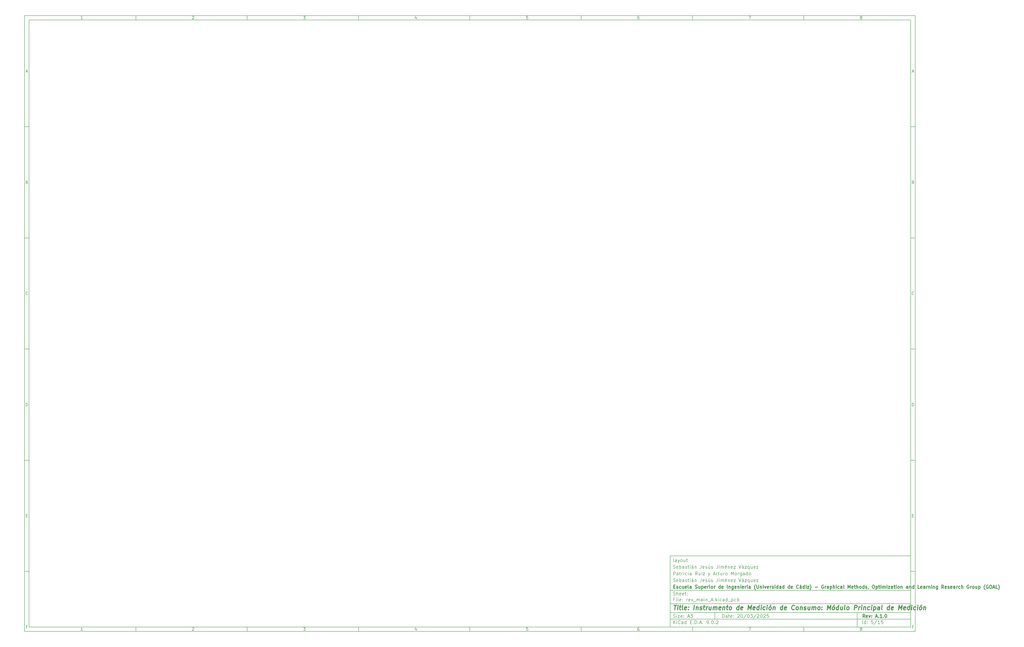
<source format=gbr>
%TF.GenerationSoftware,KiCad,Pcbnew,9.0.2*%
%TF.CreationDate,2025-11-09T22:55:19+01:00*%
%TF.ProjectId,rev_main_A,7265765f-6d61-4696-9e5f-412e6b696361,A.1.0*%
%TF.SameCoordinates,Original*%
%TF.FileFunction,Glue,Top*%
%TF.FilePolarity,Positive*%
%FSLAX46Y46*%
G04 Gerber Fmt 4.6, Leading zero omitted, Abs format (unit mm)*
G04 Created by KiCad (PCBNEW 9.0.2) date 2025-11-09 22:55:19*
%MOMM*%
%LPD*%
G01*
G04 APERTURE LIST*
%ADD10C,0.100000*%
%ADD11C,0.150000*%
%ADD12C,0.300000*%
%ADD13C,0.400000*%
G04 APERTURE END LIST*
D10*
D11*
X299989000Y-253002200D02*
X407989000Y-253002200D01*
X407989000Y-285002200D01*
X299989000Y-285002200D01*
X299989000Y-253002200D01*
D10*
D11*
X10000000Y-10000000D02*
X409989000Y-10000000D01*
X409989000Y-287002200D01*
X10000000Y-287002200D01*
X10000000Y-10000000D01*
D10*
D11*
X12000000Y-12000000D02*
X407989000Y-12000000D01*
X407989000Y-285002200D01*
X12000000Y-285002200D01*
X12000000Y-12000000D01*
D10*
D11*
X60000000Y-12000000D02*
X60000000Y-10000000D01*
D10*
D11*
X110000000Y-12000000D02*
X110000000Y-10000000D01*
D10*
D11*
X160000000Y-12000000D02*
X160000000Y-10000000D01*
D10*
D11*
X210000000Y-12000000D02*
X210000000Y-10000000D01*
D10*
D11*
X260000000Y-12000000D02*
X260000000Y-10000000D01*
D10*
D11*
X310000000Y-12000000D02*
X310000000Y-10000000D01*
D10*
D11*
X360000000Y-12000000D02*
X360000000Y-10000000D01*
D10*
D11*
X36089160Y-11593604D02*
X35346303Y-11593604D01*
X35717731Y-11593604D02*
X35717731Y-10293604D01*
X35717731Y-10293604D02*
X35593922Y-10479319D01*
X35593922Y-10479319D02*
X35470112Y-10603128D01*
X35470112Y-10603128D02*
X35346303Y-10665033D01*
D10*
D11*
X85346303Y-10417414D02*
X85408207Y-10355509D01*
X85408207Y-10355509D02*
X85532017Y-10293604D01*
X85532017Y-10293604D02*
X85841541Y-10293604D01*
X85841541Y-10293604D02*
X85965350Y-10355509D01*
X85965350Y-10355509D02*
X86027255Y-10417414D01*
X86027255Y-10417414D02*
X86089160Y-10541223D01*
X86089160Y-10541223D02*
X86089160Y-10665033D01*
X86089160Y-10665033D02*
X86027255Y-10850747D01*
X86027255Y-10850747D02*
X85284398Y-11593604D01*
X85284398Y-11593604D02*
X86089160Y-11593604D01*
D10*
D11*
X135284398Y-10293604D02*
X136089160Y-10293604D01*
X136089160Y-10293604D02*
X135655826Y-10788842D01*
X135655826Y-10788842D02*
X135841541Y-10788842D01*
X135841541Y-10788842D02*
X135965350Y-10850747D01*
X135965350Y-10850747D02*
X136027255Y-10912652D01*
X136027255Y-10912652D02*
X136089160Y-11036461D01*
X136089160Y-11036461D02*
X136089160Y-11345985D01*
X136089160Y-11345985D02*
X136027255Y-11469795D01*
X136027255Y-11469795D02*
X135965350Y-11531700D01*
X135965350Y-11531700D02*
X135841541Y-11593604D01*
X135841541Y-11593604D02*
X135470112Y-11593604D01*
X135470112Y-11593604D02*
X135346303Y-11531700D01*
X135346303Y-11531700D02*
X135284398Y-11469795D01*
D10*
D11*
X185965350Y-10726938D02*
X185965350Y-11593604D01*
X185655826Y-10231700D02*
X185346303Y-11160271D01*
X185346303Y-11160271D02*
X186151064Y-11160271D01*
D10*
D11*
X236027255Y-10293604D02*
X235408207Y-10293604D01*
X235408207Y-10293604D02*
X235346303Y-10912652D01*
X235346303Y-10912652D02*
X235408207Y-10850747D01*
X235408207Y-10850747D02*
X235532017Y-10788842D01*
X235532017Y-10788842D02*
X235841541Y-10788842D01*
X235841541Y-10788842D02*
X235965350Y-10850747D01*
X235965350Y-10850747D02*
X236027255Y-10912652D01*
X236027255Y-10912652D02*
X236089160Y-11036461D01*
X236089160Y-11036461D02*
X236089160Y-11345985D01*
X236089160Y-11345985D02*
X236027255Y-11469795D01*
X236027255Y-11469795D02*
X235965350Y-11531700D01*
X235965350Y-11531700D02*
X235841541Y-11593604D01*
X235841541Y-11593604D02*
X235532017Y-11593604D01*
X235532017Y-11593604D02*
X235408207Y-11531700D01*
X235408207Y-11531700D02*
X235346303Y-11469795D01*
D10*
D11*
X285965350Y-10293604D02*
X285717731Y-10293604D01*
X285717731Y-10293604D02*
X285593922Y-10355509D01*
X285593922Y-10355509D02*
X285532017Y-10417414D01*
X285532017Y-10417414D02*
X285408207Y-10603128D01*
X285408207Y-10603128D02*
X285346303Y-10850747D01*
X285346303Y-10850747D02*
X285346303Y-11345985D01*
X285346303Y-11345985D02*
X285408207Y-11469795D01*
X285408207Y-11469795D02*
X285470112Y-11531700D01*
X285470112Y-11531700D02*
X285593922Y-11593604D01*
X285593922Y-11593604D02*
X285841541Y-11593604D01*
X285841541Y-11593604D02*
X285965350Y-11531700D01*
X285965350Y-11531700D02*
X286027255Y-11469795D01*
X286027255Y-11469795D02*
X286089160Y-11345985D01*
X286089160Y-11345985D02*
X286089160Y-11036461D01*
X286089160Y-11036461D02*
X286027255Y-10912652D01*
X286027255Y-10912652D02*
X285965350Y-10850747D01*
X285965350Y-10850747D02*
X285841541Y-10788842D01*
X285841541Y-10788842D02*
X285593922Y-10788842D01*
X285593922Y-10788842D02*
X285470112Y-10850747D01*
X285470112Y-10850747D02*
X285408207Y-10912652D01*
X285408207Y-10912652D02*
X285346303Y-11036461D01*
D10*
D11*
X335284398Y-10293604D02*
X336151064Y-10293604D01*
X336151064Y-10293604D02*
X335593922Y-11593604D01*
D10*
D11*
X385593922Y-10850747D02*
X385470112Y-10788842D01*
X385470112Y-10788842D02*
X385408207Y-10726938D01*
X385408207Y-10726938D02*
X385346303Y-10603128D01*
X385346303Y-10603128D02*
X385346303Y-10541223D01*
X385346303Y-10541223D02*
X385408207Y-10417414D01*
X385408207Y-10417414D02*
X385470112Y-10355509D01*
X385470112Y-10355509D02*
X385593922Y-10293604D01*
X385593922Y-10293604D02*
X385841541Y-10293604D01*
X385841541Y-10293604D02*
X385965350Y-10355509D01*
X385965350Y-10355509D02*
X386027255Y-10417414D01*
X386027255Y-10417414D02*
X386089160Y-10541223D01*
X386089160Y-10541223D02*
X386089160Y-10603128D01*
X386089160Y-10603128D02*
X386027255Y-10726938D01*
X386027255Y-10726938D02*
X385965350Y-10788842D01*
X385965350Y-10788842D02*
X385841541Y-10850747D01*
X385841541Y-10850747D02*
X385593922Y-10850747D01*
X385593922Y-10850747D02*
X385470112Y-10912652D01*
X385470112Y-10912652D02*
X385408207Y-10974557D01*
X385408207Y-10974557D02*
X385346303Y-11098366D01*
X385346303Y-11098366D02*
X385346303Y-11345985D01*
X385346303Y-11345985D02*
X385408207Y-11469795D01*
X385408207Y-11469795D02*
X385470112Y-11531700D01*
X385470112Y-11531700D02*
X385593922Y-11593604D01*
X385593922Y-11593604D02*
X385841541Y-11593604D01*
X385841541Y-11593604D02*
X385965350Y-11531700D01*
X385965350Y-11531700D02*
X386027255Y-11469795D01*
X386027255Y-11469795D02*
X386089160Y-11345985D01*
X386089160Y-11345985D02*
X386089160Y-11098366D01*
X386089160Y-11098366D02*
X386027255Y-10974557D01*
X386027255Y-10974557D02*
X385965350Y-10912652D01*
X385965350Y-10912652D02*
X385841541Y-10850747D01*
D10*
D11*
X60000000Y-285002200D02*
X60000000Y-287002200D01*
D10*
D11*
X110000000Y-285002200D02*
X110000000Y-287002200D01*
D10*
D11*
X160000000Y-285002200D02*
X160000000Y-287002200D01*
D10*
D11*
X210000000Y-285002200D02*
X210000000Y-287002200D01*
D10*
D11*
X260000000Y-285002200D02*
X260000000Y-287002200D01*
D10*
D11*
X310000000Y-285002200D02*
X310000000Y-287002200D01*
D10*
D11*
X360000000Y-285002200D02*
X360000000Y-287002200D01*
D10*
D11*
X36089160Y-286595804D02*
X35346303Y-286595804D01*
X35717731Y-286595804D02*
X35717731Y-285295804D01*
X35717731Y-285295804D02*
X35593922Y-285481519D01*
X35593922Y-285481519D02*
X35470112Y-285605328D01*
X35470112Y-285605328D02*
X35346303Y-285667233D01*
D10*
D11*
X85346303Y-285419614D02*
X85408207Y-285357709D01*
X85408207Y-285357709D02*
X85532017Y-285295804D01*
X85532017Y-285295804D02*
X85841541Y-285295804D01*
X85841541Y-285295804D02*
X85965350Y-285357709D01*
X85965350Y-285357709D02*
X86027255Y-285419614D01*
X86027255Y-285419614D02*
X86089160Y-285543423D01*
X86089160Y-285543423D02*
X86089160Y-285667233D01*
X86089160Y-285667233D02*
X86027255Y-285852947D01*
X86027255Y-285852947D02*
X85284398Y-286595804D01*
X85284398Y-286595804D02*
X86089160Y-286595804D01*
D10*
D11*
X135284398Y-285295804D02*
X136089160Y-285295804D01*
X136089160Y-285295804D02*
X135655826Y-285791042D01*
X135655826Y-285791042D02*
X135841541Y-285791042D01*
X135841541Y-285791042D02*
X135965350Y-285852947D01*
X135965350Y-285852947D02*
X136027255Y-285914852D01*
X136027255Y-285914852D02*
X136089160Y-286038661D01*
X136089160Y-286038661D02*
X136089160Y-286348185D01*
X136089160Y-286348185D02*
X136027255Y-286471995D01*
X136027255Y-286471995D02*
X135965350Y-286533900D01*
X135965350Y-286533900D02*
X135841541Y-286595804D01*
X135841541Y-286595804D02*
X135470112Y-286595804D01*
X135470112Y-286595804D02*
X135346303Y-286533900D01*
X135346303Y-286533900D02*
X135284398Y-286471995D01*
D10*
D11*
X185965350Y-285729138D02*
X185965350Y-286595804D01*
X185655826Y-285233900D02*
X185346303Y-286162471D01*
X185346303Y-286162471D02*
X186151064Y-286162471D01*
D10*
D11*
X236027255Y-285295804D02*
X235408207Y-285295804D01*
X235408207Y-285295804D02*
X235346303Y-285914852D01*
X235346303Y-285914852D02*
X235408207Y-285852947D01*
X235408207Y-285852947D02*
X235532017Y-285791042D01*
X235532017Y-285791042D02*
X235841541Y-285791042D01*
X235841541Y-285791042D02*
X235965350Y-285852947D01*
X235965350Y-285852947D02*
X236027255Y-285914852D01*
X236027255Y-285914852D02*
X236089160Y-286038661D01*
X236089160Y-286038661D02*
X236089160Y-286348185D01*
X236089160Y-286348185D02*
X236027255Y-286471995D01*
X236027255Y-286471995D02*
X235965350Y-286533900D01*
X235965350Y-286533900D02*
X235841541Y-286595804D01*
X235841541Y-286595804D02*
X235532017Y-286595804D01*
X235532017Y-286595804D02*
X235408207Y-286533900D01*
X235408207Y-286533900D02*
X235346303Y-286471995D01*
D10*
D11*
X285965350Y-285295804D02*
X285717731Y-285295804D01*
X285717731Y-285295804D02*
X285593922Y-285357709D01*
X285593922Y-285357709D02*
X285532017Y-285419614D01*
X285532017Y-285419614D02*
X285408207Y-285605328D01*
X285408207Y-285605328D02*
X285346303Y-285852947D01*
X285346303Y-285852947D02*
X285346303Y-286348185D01*
X285346303Y-286348185D02*
X285408207Y-286471995D01*
X285408207Y-286471995D02*
X285470112Y-286533900D01*
X285470112Y-286533900D02*
X285593922Y-286595804D01*
X285593922Y-286595804D02*
X285841541Y-286595804D01*
X285841541Y-286595804D02*
X285965350Y-286533900D01*
X285965350Y-286533900D02*
X286027255Y-286471995D01*
X286027255Y-286471995D02*
X286089160Y-286348185D01*
X286089160Y-286348185D02*
X286089160Y-286038661D01*
X286089160Y-286038661D02*
X286027255Y-285914852D01*
X286027255Y-285914852D02*
X285965350Y-285852947D01*
X285965350Y-285852947D02*
X285841541Y-285791042D01*
X285841541Y-285791042D02*
X285593922Y-285791042D01*
X285593922Y-285791042D02*
X285470112Y-285852947D01*
X285470112Y-285852947D02*
X285408207Y-285914852D01*
X285408207Y-285914852D02*
X285346303Y-286038661D01*
D10*
D11*
X335284398Y-285295804D02*
X336151064Y-285295804D01*
X336151064Y-285295804D02*
X335593922Y-286595804D01*
D10*
D11*
X385593922Y-285852947D02*
X385470112Y-285791042D01*
X385470112Y-285791042D02*
X385408207Y-285729138D01*
X385408207Y-285729138D02*
X385346303Y-285605328D01*
X385346303Y-285605328D02*
X385346303Y-285543423D01*
X385346303Y-285543423D02*
X385408207Y-285419614D01*
X385408207Y-285419614D02*
X385470112Y-285357709D01*
X385470112Y-285357709D02*
X385593922Y-285295804D01*
X385593922Y-285295804D02*
X385841541Y-285295804D01*
X385841541Y-285295804D02*
X385965350Y-285357709D01*
X385965350Y-285357709D02*
X386027255Y-285419614D01*
X386027255Y-285419614D02*
X386089160Y-285543423D01*
X386089160Y-285543423D02*
X386089160Y-285605328D01*
X386089160Y-285605328D02*
X386027255Y-285729138D01*
X386027255Y-285729138D02*
X385965350Y-285791042D01*
X385965350Y-285791042D02*
X385841541Y-285852947D01*
X385841541Y-285852947D02*
X385593922Y-285852947D01*
X385593922Y-285852947D02*
X385470112Y-285914852D01*
X385470112Y-285914852D02*
X385408207Y-285976757D01*
X385408207Y-285976757D02*
X385346303Y-286100566D01*
X385346303Y-286100566D02*
X385346303Y-286348185D01*
X385346303Y-286348185D02*
X385408207Y-286471995D01*
X385408207Y-286471995D02*
X385470112Y-286533900D01*
X385470112Y-286533900D02*
X385593922Y-286595804D01*
X385593922Y-286595804D02*
X385841541Y-286595804D01*
X385841541Y-286595804D02*
X385965350Y-286533900D01*
X385965350Y-286533900D02*
X386027255Y-286471995D01*
X386027255Y-286471995D02*
X386089160Y-286348185D01*
X386089160Y-286348185D02*
X386089160Y-286100566D01*
X386089160Y-286100566D02*
X386027255Y-285976757D01*
X386027255Y-285976757D02*
X385965350Y-285914852D01*
X385965350Y-285914852D02*
X385841541Y-285852947D01*
D10*
D11*
X10000000Y-60000000D02*
X12000000Y-60000000D01*
D10*
D11*
X10000000Y-110000000D02*
X12000000Y-110000000D01*
D10*
D11*
X10000000Y-160000000D02*
X12000000Y-160000000D01*
D10*
D11*
X10000000Y-210000000D02*
X12000000Y-210000000D01*
D10*
D11*
X10000000Y-260000000D02*
X12000000Y-260000000D01*
D10*
D11*
X10690476Y-35222176D02*
X11309523Y-35222176D01*
X10566666Y-35593604D02*
X10999999Y-34293604D01*
X10999999Y-34293604D02*
X11433333Y-35593604D01*
D10*
D11*
X11092857Y-84912652D02*
X11278571Y-84974557D01*
X11278571Y-84974557D02*
X11340476Y-85036461D01*
X11340476Y-85036461D02*
X11402380Y-85160271D01*
X11402380Y-85160271D02*
X11402380Y-85345985D01*
X11402380Y-85345985D02*
X11340476Y-85469795D01*
X11340476Y-85469795D02*
X11278571Y-85531700D01*
X11278571Y-85531700D02*
X11154761Y-85593604D01*
X11154761Y-85593604D02*
X10659523Y-85593604D01*
X10659523Y-85593604D02*
X10659523Y-84293604D01*
X10659523Y-84293604D02*
X11092857Y-84293604D01*
X11092857Y-84293604D02*
X11216666Y-84355509D01*
X11216666Y-84355509D02*
X11278571Y-84417414D01*
X11278571Y-84417414D02*
X11340476Y-84541223D01*
X11340476Y-84541223D02*
X11340476Y-84665033D01*
X11340476Y-84665033D02*
X11278571Y-84788842D01*
X11278571Y-84788842D02*
X11216666Y-84850747D01*
X11216666Y-84850747D02*
X11092857Y-84912652D01*
X11092857Y-84912652D02*
X10659523Y-84912652D01*
D10*
D11*
X11402380Y-135469795D02*
X11340476Y-135531700D01*
X11340476Y-135531700D02*
X11154761Y-135593604D01*
X11154761Y-135593604D02*
X11030952Y-135593604D01*
X11030952Y-135593604D02*
X10845238Y-135531700D01*
X10845238Y-135531700D02*
X10721428Y-135407890D01*
X10721428Y-135407890D02*
X10659523Y-135284080D01*
X10659523Y-135284080D02*
X10597619Y-135036461D01*
X10597619Y-135036461D02*
X10597619Y-134850747D01*
X10597619Y-134850747D02*
X10659523Y-134603128D01*
X10659523Y-134603128D02*
X10721428Y-134479319D01*
X10721428Y-134479319D02*
X10845238Y-134355509D01*
X10845238Y-134355509D02*
X11030952Y-134293604D01*
X11030952Y-134293604D02*
X11154761Y-134293604D01*
X11154761Y-134293604D02*
X11340476Y-134355509D01*
X11340476Y-134355509D02*
X11402380Y-134417414D01*
D10*
D11*
X10659523Y-185593604D02*
X10659523Y-184293604D01*
X10659523Y-184293604D02*
X10969047Y-184293604D01*
X10969047Y-184293604D02*
X11154761Y-184355509D01*
X11154761Y-184355509D02*
X11278571Y-184479319D01*
X11278571Y-184479319D02*
X11340476Y-184603128D01*
X11340476Y-184603128D02*
X11402380Y-184850747D01*
X11402380Y-184850747D02*
X11402380Y-185036461D01*
X11402380Y-185036461D02*
X11340476Y-185284080D01*
X11340476Y-185284080D02*
X11278571Y-185407890D01*
X11278571Y-185407890D02*
X11154761Y-185531700D01*
X11154761Y-185531700D02*
X10969047Y-185593604D01*
X10969047Y-185593604D02*
X10659523Y-185593604D01*
D10*
D11*
X10721428Y-234912652D02*
X11154762Y-234912652D01*
X11340476Y-235593604D02*
X10721428Y-235593604D01*
X10721428Y-235593604D02*
X10721428Y-234293604D01*
X10721428Y-234293604D02*
X11340476Y-234293604D01*
D10*
D11*
X11185714Y-284912652D02*
X10752380Y-284912652D01*
X10752380Y-285593604D02*
X10752380Y-284293604D01*
X10752380Y-284293604D02*
X11371428Y-284293604D01*
D10*
D11*
X409989000Y-60000000D02*
X407989000Y-60000000D01*
D10*
D11*
X409989000Y-110000000D02*
X407989000Y-110000000D01*
D10*
D11*
X409989000Y-160000000D02*
X407989000Y-160000000D01*
D10*
D11*
X409989000Y-210000000D02*
X407989000Y-210000000D01*
D10*
D11*
X409989000Y-260000000D02*
X407989000Y-260000000D01*
D10*
D11*
X408679476Y-35222176D02*
X409298523Y-35222176D01*
X408555666Y-35593604D02*
X408988999Y-34293604D01*
X408988999Y-34293604D02*
X409422333Y-35593604D01*
D10*
D11*
X409081857Y-84912652D02*
X409267571Y-84974557D01*
X409267571Y-84974557D02*
X409329476Y-85036461D01*
X409329476Y-85036461D02*
X409391380Y-85160271D01*
X409391380Y-85160271D02*
X409391380Y-85345985D01*
X409391380Y-85345985D02*
X409329476Y-85469795D01*
X409329476Y-85469795D02*
X409267571Y-85531700D01*
X409267571Y-85531700D02*
X409143761Y-85593604D01*
X409143761Y-85593604D02*
X408648523Y-85593604D01*
X408648523Y-85593604D02*
X408648523Y-84293604D01*
X408648523Y-84293604D02*
X409081857Y-84293604D01*
X409081857Y-84293604D02*
X409205666Y-84355509D01*
X409205666Y-84355509D02*
X409267571Y-84417414D01*
X409267571Y-84417414D02*
X409329476Y-84541223D01*
X409329476Y-84541223D02*
X409329476Y-84665033D01*
X409329476Y-84665033D02*
X409267571Y-84788842D01*
X409267571Y-84788842D02*
X409205666Y-84850747D01*
X409205666Y-84850747D02*
X409081857Y-84912652D01*
X409081857Y-84912652D02*
X408648523Y-84912652D01*
D10*
D11*
X409391380Y-135469795D02*
X409329476Y-135531700D01*
X409329476Y-135531700D02*
X409143761Y-135593604D01*
X409143761Y-135593604D02*
X409019952Y-135593604D01*
X409019952Y-135593604D02*
X408834238Y-135531700D01*
X408834238Y-135531700D02*
X408710428Y-135407890D01*
X408710428Y-135407890D02*
X408648523Y-135284080D01*
X408648523Y-135284080D02*
X408586619Y-135036461D01*
X408586619Y-135036461D02*
X408586619Y-134850747D01*
X408586619Y-134850747D02*
X408648523Y-134603128D01*
X408648523Y-134603128D02*
X408710428Y-134479319D01*
X408710428Y-134479319D02*
X408834238Y-134355509D01*
X408834238Y-134355509D02*
X409019952Y-134293604D01*
X409019952Y-134293604D02*
X409143761Y-134293604D01*
X409143761Y-134293604D02*
X409329476Y-134355509D01*
X409329476Y-134355509D02*
X409391380Y-134417414D01*
D10*
D11*
X408648523Y-185593604D02*
X408648523Y-184293604D01*
X408648523Y-184293604D02*
X408958047Y-184293604D01*
X408958047Y-184293604D02*
X409143761Y-184355509D01*
X409143761Y-184355509D02*
X409267571Y-184479319D01*
X409267571Y-184479319D02*
X409329476Y-184603128D01*
X409329476Y-184603128D02*
X409391380Y-184850747D01*
X409391380Y-184850747D02*
X409391380Y-185036461D01*
X409391380Y-185036461D02*
X409329476Y-185284080D01*
X409329476Y-185284080D02*
X409267571Y-185407890D01*
X409267571Y-185407890D02*
X409143761Y-185531700D01*
X409143761Y-185531700D02*
X408958047Y-185593604D01*
X408958047Y-185593604D02*
X408648523Y-185593604D01*
D10*
D11*
X408710428Y-234912652D02*
X409143762Y-234912652D01*
X409329476Y-235593604D02*
X408710428Y-235593604D01*
X408710428Y-235593604D02*
X408710428Y-234293604D01*
X408710428Y-234293604D02*
X409329476Y-234293604D01*
D10*
D11*
X409174714Y-284912652D02*
X408741380Y-284912652D01*
X408741380Y-285593604D02*
X408741380Y-284293604D01*
X408741380Y-284293604D02*
X409360428Y-284293604D01*
D10*
D11*
X323444826Y-280788328D02*
X323444826Y-279288328D01*
X323444826Y-279288328D02*
X323801969Y-279288328D01*
X323801969Y-279288328D02*
X324016255Y-279359757D01*
X324016255Y-279359757D02*
X324159112Y-279502614D01*
X324159112Y-279502614D02*
X324230541Y-279645471D01*
X324230541Y-279645471D02*
X324301969Y-279931185D01*
X324301969Y-279931185D02*
X324301969Y-280145471D01*
X324301969Y-280145471D02*
X324230541Y-280431185D01*
X324230541Y-280431185D02*
X324159112Y-280574042D01*
X324159112Y-280574042D02*
X324016255Y-280716900D01*
X324016255Y-280716900D02*
X323801969Y-280788328D01*
X323801969Y-280788328D02*
X323444826Y-280788328D01*
X325587684Y-280788328D02*
X325587684Y-280002614D01*
X325587684Y-280002614D02*
X325516255Y-279859757D01*
X325516255Y-279859757D02*
X325373398Y-279788328D01*
X325373398Y-279788328D02*
X325087684Y-279788328D01*
X325087684Y-279788328D02*
X324944826Y-279859757D01*
X325587684Y-280716900D02*
X325444826Y-280788328D01*
X325444826Y-280788328D02*
X325087684Y-280788328D01*
X325087684Y-280788328D02*
X324944826Y-280716900D01*
X324944826Y-280716900D02*
X324873398Y-280574042D01*
X324873398Y-280574042D02*
X324873398Y-280431185D01*
X324873398Y-280431185D02*
X324944826Y-280288328D01*
X324944826Y-280288328D02*
X325087684Y-280216900D01*
X325087684Y-280216900D02*
X325444826Y-280216900D01*
X325444826Y-280216900D02*
X325587684Y-280145471D01*
X326087684Y-279788328D02*
X326659112Y-279788328D01*
X326301969Y-279288328D02*
X326301969Y-280574042D01*
X326301969Y-280574042D02*
X326373398Y-280716900D01*
X326373398Y-280716900D02*
X326516255Y-280788328D01*
X326516255Y-280788328D02*
X326659112Y-280788328D01*
X327730541Y-280716900D02*
X327587684Y-280788328D01*
X327587684Y-280788328D02*
X327301970Y-280788328D01*
X327301970Y-280788328D02*
X327159112Y-280716900D01*
X327159112Y-280716900D02*
X327087684Y-280574042D01*
X327087684Y-280574042D02*
X327087684Y-280002614D01*
X327087684Y-280002614D02*
X327159112Y-279859757D01*
X327159112Y-279859757D02*
X327301970Y-279788328D01*
X327301970Y-279788328D02*
X327587684Y-279788328D01*
X327587684Y-279788328D02*
X327730541Y-279859757D01*
X327730541Y-279859757D02*
X327801970Y-280002614D01*
X327801970Y-280002614D02*
X327801970Y-280145471D01*
X327801970Y-280145471D02*
X327087684Y-280288328D01*
X328444826Y-280645471D02*
X328516255Y-280716900D01*
X328516255Y-280716900D02*
X328444826Y-280788328D01*
X328444826Y-280788328D02*
X328373398Y-280716900D01*
X328373398Y-280716900D02*
X328444826Y-280645471D01*
X328444826Y-280645471D02*
X328444826Y-280788328D01*
X328444826Y-279859757D02*
X328516255Y-279931185D01*
X328516255Y-279931185D02*
X328444826Y-280002614D01*
X328444826Y-280002614D02*
X328373398Y-279931185D01*
X328373398Y-279931185D02*
X328444826Y-279859757D01*
X328444826Y-279859757D02*
X328444826Y-280002614D01*
X330230541Y-279431185D02*
X330301969Y-279359757D01*
X330301969Y-279359757D02*
X330444827Y-279288328D01*
X330444827Y-279288328D02*
X330801969Y-279288328D01*
X330801969Y-279288328D02*
X330944827Y-279359757D01*
X330944827Y-279359757D02*
X331016255Y-279431185D01*
X331016255Y-279431185D02*
X331087684Y-279574042D01*
X331087684Y-279574042D02*
X331087684Y-279716900D01*
X331087684Y-279716900D02*
X331016255Y-279931185D01*
X331016255Y-279931185D02*
X330159112Y-280788328D01*
X330159112Y-280788328D02*
X331087684Y-280788328D01*
X332016255Y-279288328D02*
X332159112Y-279288328D01*
X332159112Y-279288328D02*
X332301969Y-279359757D01*
X332301969Y-279359757D02*
X332373398Y-279431185D01*
X332373398Y-279431185D02*
X332444826Y-279574042D01*
X332444826Y-279574042D02*
X332516255Y-279859757D01*
X332516255Y-279859757D02*
X332516255Y-280216900D01*
X332516255Y-280216900D02*
X332444826Y-280502614D01*
X332444826Y-280502614D02*
X332373398Y-280645471D01*
X332373398Y-280645471D02*
X332301969Y-280716900D01*
X332301969Y-280716900D02*
X332159112Y-280788328D01*
X332159112Y-280788328D02*
X332016255Y-280788328D01*
X332016255Y-280788328D02*
X331873398Y-280716900D01*
X331873398Y-280716900D02*
X331801969Y-280645471D01*
X331801969Y-280645471D02*
X331730540Y-280502614D01*
X331730540Y-280502614D02*
X331659112Y-280216900D01*
X331659112Y-280216900D02*
X331659112Y-279859757D01*
X331659112Y-279859757D02*
X331730540Y-279574042D01*
X331730540Y-279574042D02*
X331801969Y-279431185D01*
X331801969Y-279431185D02*
X331873398Y-279359757D01*
X331873398Y-279359757D02*
X332016255Y-279288328D01*
X334230540Y-279216900D02*
X332944826Y-281145471D01*
X335016255Y-279288328D02*
X335159112Y-279288328D01*
X335159112Y-279288328D02*
X335301969Y-279359757D01*
X335301969Y-279359757D02*
X335373398Y-279431185D01*
X335373398Y-279431185D02*
X335444826Y-279574042D01*
X335444826Y-279574042D02*
X335516255Y-279859757D01*
X335516255Y-279859757D02*
X335516255Y-280216900D01*
X335516255Y-280216900D02*
X335444826Y-280502614D01*
X335444826Y-280502614D02*
X335373398Y-280645471D01*
X335373398Y-280645471D02*
X335301969Y-280716900D01*
X335301969Y-280716900D02*
X335159112Y-280788328D01*
X335159112Y-280788328D02*
X335016255Y-280788328D01*
X335016255Y-280788328D02*
X334873398Y-280716900D01*
X334873398Y-280716900D02*
X334801969Y-280645471D01*
X334801969Y-280645471D02*
X334730540Y-280502614D01*
X334730540Y-280502614D02*
X334659112Y-280216900D01*
X334659112Y-280216900D02*
X334659112Y-279859757D01*
X334659112Y-279859757D02*
X334730540Y-279574042D01*
X334730540Y-279574042D02*
X334801969Y-279431185D01*
X334801969Y-279431185D02*
X334873398Y-279359757D01*
X334873398Y-279359757D02*
X335016255Y-279288328D01*
X336016254Y-279288328D02*
X336944826Y-279288328D01*
X336944826Y-279288328D02*
X336444826Y-279859757D01*
X336444826Y-279859757D02*
X336659111Y-279859757D01*
X336659111Y-279859757D02*
X336801969Y-279931185D01*
X336801969Y-279931185D02*
X336873397Y-280002614D01*
X336873397Y-280002614D02*
X336944826Y-280145471D01*
X336944826Y-280145471D02*
X336944826Y-280502614D01*
X336944826Y-280502614D02*
X336873397Y-280645471D01*
X336873397Y-280645471D02*
X336801969Y-280716900D01*
X336801969Y-280716900D02*
X336659111Y-280788328D01*
X336659111Y-280788328D02*
X336230540Y-280788328D01*
X336230540Y-280788328D02*
X336087683Y-280716900D01*
X336087683Y-280716900D02*
X336016254Y-280645471D01*
X338659111Y-279216900D02*
X337373397Y-281145471D01*
X339087683Y-279431185D02*
X339159111Y-279359757D01*
X339159111Y-279359757D02*
X339301969Y-279288328D01*
X339301969Y-279288328D02*
X339659111Y-279288328D01*
X339659111Y-279288328D02*
X339801969Y-279359757D01*
X339801969Y-279359757D02*
X339873397Y-279431185D01*
X339873397Y-279431185D02*
X339944826Y-279574042D01*
X339944826Y-279574042D02*
X339944826Y-279716900D01*
X339944826Y-279716900D02*
X339873397Y-279931185D01*
X339873397Y-279931185D02*
X339016254Y-280788328D01*
X339016254Y-280788328D02*
X339944826Y-280788328D01*
X340873397Y-279288328D02*
X341016254Y-279288328D01*
X341016254Y-279288328D02*
X341159111Y-279359757D01*
X341159111Y-279359757D02*
X341230540Y-279431185D01*
X341230540Y-279431185D02*
X341301968Y-279574042D01*
X341301968Y-279574042D02*
X341373397Y-279859757D01*
X341373397Y-279859757D02*
X341373397Y-280216900D01*
X341373397Y-280216900D02*
X341301968Y-280502614D01*
X341301968Y-280502614D02*
X341230540Y-280645471D01*
X341230540Y-280645471D02*
X341159111Y-280716900D01*
X341159111Y-280716900D02*
X341016254Y-280788328D01*
X341016254Y-280788328D02*
X340873397Y-280788328D01*
X340873397Y-280788328D02*
X340730540Y-280716900D01*
X340730540Y-280716900D02*
X340659111Y-280645471D01*
X340659111Y-280645471D02*
X340587682Y-280502614D01*
X340587682Y-280502614D02*
X340516254Y-280216900D01*
X340516254Y-280216900D02*
X340516254Y-279859757D01*
X340516254Y-279859757D02*
X340587682Y-279574042D01*
X340587682Y-279574042D02*
X340659111Y-279431185D01*
X340659111Y-279431185D02*
X340730540Y-279359757D01*
X340730540Y-279359757D02*
X340873397Y-279288328D01*
X341944825Y-279431185D02*
X342016253Y-279359757D01*
X342016253Y-279359757D02*
X342159111Y-279288328D01*
X342159111Y-279288328D02*
X342516253Y-279288328D01*
X342516253Y-279288328D02*
X342659111Y-279359757D01*
X342659111Y-279359757D02*
X342730539Y-279431185D01*
X342730539Y-279431185D02*
X342801968Y-279574042D01*
X342801968Y-279574042D02*
X342801968Y-279716900D01*
X342801968Y-279716900D02*
X342730539Y-279931185D01*
X342730539Y-279931185D02*
X341873396Y-280788328D01*
X341873396Y-280788328D02*
X342801968Y-280788328D01*
X344159110Y-279288328D02*
X343444824Y-279288328D01*
X343444824Y-279288328D02*
X343373396Y-280002614D01*
X343373396Y-280002614D02*
X343444824Y-279931185D01*
X343444824Y-279931185D02*
X343587682Y-279859757D01*
X343587682Y-279859757D02*
X343944824Y-279859757D01*
X343944824Y-279859757D02*
X344087682Y-279931185D01*
X344087682Y-279931185D02*
X344159110Y-280002614D01*
X344159110Y-280002614D02*
X344230539Y-280145471D01*
X344230539Y-280145471D02*
X344230539Y-280502614D01*
X344230539Y-280502614D02*
X344159110Y-280645471D01*
X344159110Y-280645471D02*
X344087682Y-280716900D01*
X344087682Y-280716900D02*
X343944824Y-280788328D01*
X343944824Y-280788328D02*
X343587682Y-280788328D01*
X343587682Y-280788328D02*
X343444824Y-280716900D01*
X343444824Y-280716900D02*
X343373396Y-280645471D01*
D10*
D11*
X299989000Y-281502200D02*
X407989000Y-281502200D01*
D10*
D11*
X301444826Y-283588328D02*
X301444826Y-282088328D01*
X302301969Y-283588328D02*
X301659112Y-282731185D01*
X302301969Y-282088328D02*
X301444826Y-282945471D01*
X302944826Y-283588328D02*
X302944826Y-282588328D01*
X302944826Y-282088328D02*
X302873398Y-282159757D01*
X302873398Y-282159757D02*
X302944826Y-282231185D01*
X302944826Y-282231185D02*
X303016255Y-282159757D01*
X303016255Y-282159757D02*
X302944826Y-282088328D01*
X302944826Y-282088328D02*
X302944826Y-282231185D01*
X304516255Y-283445471D02*
X304444827Y-283516900D01*
X304444827Y-283516900D02*
X304230541Y-283588328D01*
X304230541Y-283588328D02*
X304087684Y-283588328D01*
X304087684Y-283588328D02*
X303873398Y-283516900D01*
X303873398Y-283516900D02*
X303730541Y-283374042D01*
X303730541Y-283374042D02*
X303659112Y-283231185D01*
X303659112Y-283231185D02*
X303587684Y-282945471D01*
X303587684Y-282945471D02*
X303587684Y-282731185D01*
X303587684Y-282731185D02*
X303659112Y-282445471D01*
X303659112Y-282445471D02*
X303730541Y-282302614D01*
X303730541Y-282302614D02*
X303873398Y-282159757D01*
X303873398Y-282159757D02*
X304087684Y-282088328D01*
X304087684Y-282088328D02*
X304230541Y-282088328D01*
X304230541Y-282088328D02*
X304444827Y-282159757D01*
X304444827Y-282159757D02*
X304516255Y-282231185D01*
X305801970Y-283588328D02*
X305801970Y-282802614D01*
X305801970Y-282802614D02*
X305730541Y-282659757D01*
X305730541Y-282659757D02*
X305587684Y-282588328D01*
X305587684Y-282588328D02*
X305301970Y-282588328D01*
X305301970Y-282588328D02*
X305159112Y-282659757D01*
X305801970Y-283516900D02*
X305659112Y-283588328D01*
X305659112Y-283588328D02*
X305301970Y-283588328D01*
X305301970Y-283588328D02*
X305159112Y-283516900D01*
X305159112Y-283516900D02*
X305087684Y-283374042D01*
X305087684Y-283374042D02*
X305087684Y-283231185D01*
X305087684Y-283231185D02*
X305159112Y-283088328D01*
X305159112Y-283088328D02*
X305301970Y-283016900D01*
X305301970Y-283016900D02*
X305659112Y-283016900D01*
X305659112Y-283016900D02*
X305801970Y-282945471D01*
X307159113Y-283588328D02*
X307159113Y-282088328D01*
X307159113Y-283516900D02*
X307016255Y-283588328D01*
X307016255Y-283588328D02*
X306730541Y-283588328D01*
X306730541Y-283588328D02*
X306587684Y-283516900D01*
X306587684Y-283516900D02*
X306516255Y-283445471D01*
X306516255Y-283445471D02*
X306444827Y-283302614D01*
X306444827Y-283302614D02*
X306444827Y-282874042D01*
X306444827Y-282874042D02*
X306516255Y-282731185D01*
X306516255Y-282731185D02*
X306587684Y-282659757D01*
X306587684Y-282659757D02*
X306730541Y-282588328D01*
X306730541Y-282588328D02*
X307016255Y-282588328D01*
X307016255Y-282588328D02*
X307159113Y-282659757D01*
X309016255Y-282802614D02*
X309516255Y-282802614D01*
X309730541Y-283588328D02*
X309016255Y-283588328D01*
X309016255Y-283588328D02*
X309016255Y-282088328D01*
X309016255Y-282088328D02*
X309730541Y-282088328D01*
X310373398Y-283445471D02*
X310444827Y-283516900D01*
X310444827Y-283516900D02*
X310373398Y-283588328D01*
X310373398Y-283588328D02*
X310301970Y-283516900D01*
X310301970Y-283516900D02*
X310373398Y-283445471D01*
X310373398Y-283445471D02*
X310373398Y-283588328D01*
X311087684Y-283588328D02*
X311087684Y-282088328D01*
X311087684Y-282088328D02*
X311444827Y-282088328D01*
X311444827Y-282088328D02*
X311659113Y-282159757D01*
X311659113Y-282159757D02*
X311801970Y-282302614D01*
X311801970Y-282302614D02*
X311873399Y-282445471D01*
X311873399Y-282445471D02*
X311944827Y-282731185D01*
X311944827Y-282731185D02*
X311944827Y-282945471D01*
X311944827Y-282945471D02*
X311873399Y-283231185D01*
X311873399Y-283231185D02*
X311801970Y-283374042D01*
X311801970Y-283374042D02*
X311659113Y-283516900D01*
X311659113Y-283516900D02*
X311444827Y-283588328D01*
X311444827Y-283588328D02*
X311087684Y-283588328D01*
X312587684Y-283445471D02*
X312659113Y-283516900D01*
X312659113Y-283516900D02*
X312587684Y-283588328D01*
X312587684Y-283588328D02*
X312516256Y-283516900D01*
X312516256Y-283516900D02*
X312587684Y-283445471D01*
X312587684Y-283445471D02*
X312587684Y-283588328D01*
X313230542Y-283159757D02*
X313944828Y-283159757D01*
X313087685Y-283588328D02*
X313587685Y-282088328D01*
X313587685Y-282088328D02*
X314087685Y-283588328D01*
X314587684Y-283445471D02*
X314659113Y-283516900D01*
X314659113Y-283516900D02*
X314587684Y-283588328D01*
X314587684Y-283588328D02*
X314516256Y-283516900D01*
X314516256Y-283516900D02*
X314587684Y-283445471D01*
X314587684Y-283445471D02*
X314587684Y-283588328D01*
X316516256Y-283588328D02*
X316801970Y-283588328D01*
X316801970Y-283588328D02*
X316944827Y-283516900D01*
X316944827Y-283516900D02*
X317016256Y-283445471D01*
X317016256Y-283445471D02*
X317159113Y-283231185D01*
X317159113Y-283231185D02*
X317230542Y-282945471D01*
X317230542Y-282945471D02*
X317230542Y-282374042D01*
X317230542Y-282374042D02*
X317159113Y-282231185D01*
X317159113Y-282231185D02*
X317087685Y-282159757D01*
X317087685Y-282159757D02*
X316944827Y-282088328D01*
X316944827Y-282088328D02*
X316659113Y-282088328D01*
X316659113Y-282088328D02*
X316516256Y-282159757D01*
X316516256Y-282159757D02*
X316444827Y-282231185D01*
X316444827Y-282231185D02*
X316373399Y-282374042D01*
X316373399Y-282374042D02*
X316373399Y-282731185D01*
X316373399Y-282731185D02*
X316444827Y-282874042D01*
X316444827Y-282874042D02*
X316516256Y-282945471D01*
X316516256Y-282945471D02*
X316659113Y-283016900D01*
X316659113Y-283016900D02*
X316944827Y-283016900D01*
X316944827Y-283016900D02*
X317087685Y-282945471D01*
X317087685Y-282945471D02*
X317159113Y-282874042D01*
X317159113Y-282874042D02*
X317230542Y-282731185D01*
X317873398Y-283445471D02*
X317944827Y-283516900D01*
X317944827Y-283516900D02*
X317873398Y-283588328D01*
X317873398Y-283588328D02*
X317801970Y-283516900D01*
X317801970Y-283516900D02*
X317873398Y-283445471D01*
X317873398Y-283445471D02*
X317873398Y-283588328D01*
X318873399Y-282088328D02*
X319016256Y-282088328D01*
X319016256Y-282088328D02*
X319159113Y-282159757D01*
X319159113Y-282159757D02*
X319230542Y-282231185D01*
X319230542Y-282231185D02*
X319301970Y-282374042D01*
X319301970Y-282374042D02*
X319373399Y-282659757D01*
X319373399Y-282659757D02*
X319373399Y-283016900D01*
X319373399Y-283016900D02*
X319301970Y-283302614D01*
X319301970Y-283302614D02*
X319230542Y-283445471D01*
X319230542Y-283445471D02*
X319159113Y-283516900D01*
X319159113Y-283516900D02*
X319016256Y-283588328D01*
X319016256Y-283588328D02*
X318873399Y-283588328D01*
X318873399Y-283588328D02*
X318730542Y-283516900D01*
X318730542Y-283516900D02*
X318659113Y-283445471D01*
X318659113Y-283445471D02*
X318587684Y-283302614D01*
X318587684Y-283302614D02*
X318516256Y-283016900D01*
X318516256Y-283016900D02*
X318516256Y-282659757D01*
X318516256Y-282659757D02*
X318587684Y-282374042D01*
X318587684Y-282374042D02*
X318659113Y-282231185D01*
X318659113Y-282231185D02*
X318730542Y-282159757D01*
X318730542Y-282159757D02*
X318873399Y-282088328D01*
X320016255Y-283445471D02*
X320087684Y-283516900D01*
X320087684Y-283516900D02*
X320016255Y-283588328D01*
X320016255Y-283588328D02*
X319944827Y-283516900D01*
X319944827Y-283516900D02*
X320016255Y-283445471D01*
X320016255Y-283445471D02*
X320016255Y-283588328D01*
X320659113Y-282231185D02*
X320730541Y-282159757D01*
X320730541Y-282159757D02*
X320873399Y-282088328D01*
X320873399Y-282088328D02*
X321230541Y-282088328D01*
X321230541Y-282088328D02*
X321373399Y-282159757D01*
X321373399Y-282159757D02*
X321444827Y-282231185D01*
X321444827Y-282231185D02*
X321516256Y-282374042D01*
X321516256Y-282374042D02*
X321516256Y-282516900D01*
X321516256Y-282516900D02*
X321444827Y-282731185D01*
X321444827Y-282731185D02*
X320587684Y-283588328D01*
X320587684Y-283588328D02*
X321516256Y-283588328D01*
D10*
D11*
X299989000Y-278502200D02*
X407989000Y-278502200D01*
D10*
D12*
X387400653Y-280780528D02*
X386900653Y-280066242D01*
X386543510Y-280780528D02*
X386543510Y-279280528D01*
X386543510Y-279280528D02*
X387114939Y-279280528D01*
X387114939Y-279280528D02*
X387257796Y-279351957D01*
X387257796Y-279351957D02*
X387329225Y-279423385D01*
X387329225Y-279423385D02*
X387400653Y-279566242D01*
X387400653Y-279566242D02*
X387400653Y-279780528D01*
X387400653Y-279780528D02*
X387329225Y-279923385D01*
X387329225Y-279923385D02*
X387257796Y-279994814D01*
X387257796Y-279994814D02*
X387114939Y-280066242D01*
X387114939Y-280066242D02*
X386543510Y-280066242D01*
X388614939Y-280709100D02*
X388472082Y-280780528D01*
X388472082Y-280780528D02*
X388186368Y-280780528D01*
X388186368Y-280780528D02*
X388043510Y-280709100D01*
X388043510Y-280709100D02*
X387972082Y-280566242D01*
X387972082Y-280566242D02*
X387972082Y-279994814D01*
X387972082Y-279994814D02*
X388043510Y-279851957D01*
X388043510Y-279851957D02*
X388186368Y-279780528D01*
X388186368Y-279780528D02*
X388472082Y-279780528D01*
X388472082Y-279780528D02*
X388614939Y-279851957D01*
X388614939Y-279851957D02*
X388686368Y-279994814D01*
X388686368Y-279994814D02*
X388686368Y-280137671D01*
X388686368Y-280137671D02*
X387972082Y-280280528D01*
X389186367Y-279780528D02*
X389543510Y-280780528D01*
X389543510Y-280780528D02*
X389900653Y-279780528D01*
X390472081Y-280637671D02*
X390543510Y-280709100D01*
X390543510Y-280709100D02*
X390472081Y-280780528D01*
X390472081Y-280780528D02*
X390400653Y-280709100D01*
X390400653Y-280709100D02*
X390472081Y-280637671D01*
X390472081Y-280637671D02*
X390472081Y-280780528D01*
X390472081Y-279851957D02*
X390543510Y-279923385D01*
X390543510Y-279923385D02*
X390472081Y-279994814D01*
X390472081Y-279994814D02*
X390400653Y-279923385D01*
X390400653Y-279923385D02*
X390472081Y-279851957D01*
X390472081Y-279851957D02*
X390472081Y-279994814D01*
X392257796Y-280351957D02*
X392972082Y-280351957D01*
X392114939Y-280780528D02*
X392614939Y-279280528D01*
X392614939Y-279280528D02*
X393114939Y-280780528D01*
X393614938Y-280637671D02*
X393686367Y-280709100D01*
X393686367Y-280709100D02*
X393614938Y-280780528D01*
X393614938Y-280780528D02*
X393543510Y-280709100D01*
X393543510Y-280709100D02*
X393614938Y-280637671D01*
X393614938Y-280637671D02*
X393614938Y-280780528D01*
X395114939Y-280780528D02*
X394257796Y-280780528D01*
X394686367Y-280780528D02*
X394686367Y-279280528D01*
X394686367Y-279280528D02*
X394543510Y-279494814D01*
X394543510Y-279494814D02*
X394400653Y-279637671D01*
X394400653Y-279637671D02*
X394257796Y-279709100D01*
X395757795Y-280637671D02*
X395829224Y-280709100D01*
X395829224Y-280709100D02*
X395757795Y-280780528D01*
X395757795Y-280780528D02*
X395686367Y-280709100D01*
X395686367Y-280709100D02*
X395757795Y-280637671D01*
X395757795Y-280637671D02*
X395757795Y-280780528D01*
X396757796Y-279280528D02*
X396900653Y-279280528D01*
X396900653Y-279280528D02*
X397043510Y-279351957D01*
X397043510Y-279351957D02*
X397114939Y-279423385D01*
X397114939Y-279423385D02*
X397186367Y-279566242D01*
X397186367Y-279566242D02*
X397257796Y-279851957D01*
X397257796Y-279851957D02*
X397257796Y-280209100D01*
X397257796Y-280209100D02*
X397186367Y-280494814D01*
X397186367Y-280494814D02*
X397114939Y-280637671D01*
X397114939Y-280637671D02*
X397043510Y-280709100D01*
X397043510Y-280709100D02*
X396900653Y-280780528D01*
X396900653Y-280780528D02*
X396757796Y-280780528D01*
X396757796Y-280780528D02*
X396614939Y-280709100D01*
X396614939Y-280709100D02*
X396543510Y-280637671D01*
X396543510Y-280637671D02*
X396472081Y-280494814D01*
X396472081Y-280494814D02*
X396400653Y-280209100D01*
X396400653Y-280209100D02*
X396400653Y-279851957D01*
X396400653Y-279851957D02*
X396472081Y-279566242D01*
X396472081Y-279566242D02*
X396543510Y-279423385D01*
X396543510Y-279423385D02*
X396614939Y-279351957D01*
X396614939Y-279351957D02*
X396757796Y-279280528D01*
D10*
D11*
X301373398Y-280716900D02*
X301587684Y-280788328D01*
X301587684Y-280788328D02*
X301944826Y-280788328D01*
X301944826Y-280788328D02*
X302087684Y-280716900D01*
X302087684Y-280716900D02*
X302159112Y-280645471D01*
X302159112Y-280645471D02*
X302230541Y-280502614D01*
X302230541Y-280502614D02*
X302230541Y-280359757D01*
X302230541Y-280359757D02*
X302159112Y-280216900D01*
X302159112Y-280216900D02*
X302087684Y-280145471D01*
X302087684Y-280145471D02*
X301944826Y-280074042D01*
X301944826Y-280074042D02*
X301659112Y-280002614D01*
X301659112Y-280002614D02*
X301516255Y-279931185D01*
X301516255Y-279931185D02*
X301444826Y-279859757D01*
X301444826Y-279859757D02*
X301373398Y-279716900D01*
X301373398Y-279716900D02*
X301373398Y-279574042D01*
X301373398Y-279574042D02*
X301444826Y-279431185D01*
X301444826Y-279431185D02*
X301516255Y-279359757D01*
X301516255Y-279359757D02*
X301659112Y-279288328D01*
X301659112Y-279288328D02*
X302016255Y-279288328D01*
X302016255Y-279288328D02*
X302230541Y-279359757D01*
X302873397Y-280788328D02*
X302873397Y-279788328D01*
X302873397Y-279288328D02*
X302801969Y-279359757D01*
X302801969Y-279359757D02*
X302873397Y-279431185D01*
X302873397Y-279431185D02*
X302944826Y-279359757D01*
X302944826Y-279359757D02*
X302873397Y-279288328D01*
X302873397Y-279288328D02*
X302873397Y-279431185D01*
X303444826Y-279788328D02*
X304230541Y-279788328D01*
X304230541Y-279788328D02*
X303444826Y-280788328D01*
X303444826Y-280788328D02*
X304230541Y-280788328D01*
X305373398Y-280716900D02*
X305230541Y-280788328D01*
X305230541Y-280788328D02*
X304944827Y-280788328D01*
X304944827Y-280788328D02*
X304801969Y-280716900D01*
X304801969Y-280716900D02*
X304730541Y-280574042D01*
X304730541Y-280574042D02*
X304730541Y-280002614D01*
X304730541Y-280002614D02*
X304801969Y-279859757D01*
X304801969Y-279859757D02*
X304944827Y-279788328D01*
X304944827Y-279788328D02*
X305230541Y-279788328D01*
X305230541Y-279788328D02*
X305373398Y-279859757D01*
X305373398Y-279859757D02*
X305444827Y-280002614D01*
X305444827Y-280002614D02*
X305444827Y-280145471D01*
X305444827Y-280145471D02*
X304730541Y-280288328D01*
X306087683Y-280645471D02*
X306159112Y-280716900D01*
X306159112Y-280716900D02*
X306087683Y-280788328D01*
X306087683Y-280788328D02*
X306016255Y-280716900D01*
X306016255Y-280716900D02*
X306087683Y-280645471D01*
X306087683Y-280645471D02*
X306087683Y-280788328D01*
X306087683Y-279859757D02*
X306159112Y-279931185D01*
X306159112Y-279931185D02*
X306087683Y-280002614D01*
X306087683Y-280002614D02*
X306016255Y-279931185D01*
X306016255Y-279931185D02*
X306087683Y-279859757D01*
X306087683Y-279859757D02*
X306087683Y-280002614D01*
X307873398Y-280359757D02*
X308587684Y-280359757D01*
X307730541Y-280788328D02*
X308230541Y-279288328D01*
X308230541Y-279288328D02*
X308730541Y-280788328D01*
X309087683Y-279288328D02*
X310016255Y-279288328D01*
X310016255Y-279288328D02*
X309516255Y-279859757D01*
X309516255Y-279859757D02*
X309730540Y-279859757D01*
X309730540Y-279859757D02*
X309873398Y-279931185D01*
X309873398Y-279931185D02*
X309944826Y-280002614D01*
X309944826Y-280002614D02*
X310016255Y-280145471D01*
X310016255Y-280145471D02*
X310016255Y-280502614D01*
X310016255Y-280502614D02*
X309944826Y-280645471D01*
X309944826Y-280645471D02*
X309873398Y-280716900D01*
X309873398Y-280716900D02*
X309730540Y-280788328D01*
X309730540Y-280788328D02*
X309301969Y-280788328D01*
X309301969Y-280788328D02*
X309159112Y-280716900D01*
X309159112Y-280716900D02*
X309087683Y-280645471D01*
D10*
D11*
X386444826Y-283588328D02*
X386444826Y-282088328D01*
X387801970Y-283588328D02*
X387801970Y-282088328D01*
X387801970Y-283516900D02*
X387659112Y-283588328D01*
X387659112Y-283588328D02*
X387373398Y-283588328D01*
X387373398Y-283588328D02*
X387230541Y-283516900D01*
X387230541Y-283516900D02*
X387159112Y-283445471D01*
X387159112Y-283445471D02*
X387087684Y-283302614D01*
X387087684Y-283302614D02*
X387087684Y-282874042D01*
X387087684Y-282874042D02*
X387159112Y-282731185D01*
X387159112Y-282731185D02*
X387230541Y-282659757D01*
X387230541Y-282659757D02*
X387373398Y-282588328D01*
X387373398Y-282588328D02*
X387659112Y-282588328D01*
X387659112Y-282588328D02*
X387801970Y-282659757D01*
X388516255Y-283445471D02*
X388587684Y-283516900D01*
X388587684Y-283516900D02*
X388516255Y-283588328D01*
X388516255Y-283588328D02*
X388444827Y-283516900D01*
X388444827Y-283516900D02*
X388516255Y-283445471D01*
X388516255Y-283445471D02*
X388516255Y-283588328D01*
X388516255Y-282659757D02*
X388587684Y-282731185D01*
X388587684Y-282731185D02*
X388516255Y-282802614D01*
X388516255Y-282802614D02*
X388444827Y-282731185D01*
X388444827Y-282731185D02*
X388516255Y-282659757D01*
X388516255Y-282659757D02*
X388516255Y-282802614D01*
X391087684Y-282088328D02*
X390373398Y-282088328D01*
X390373398Y-282088328D02*
X390301970Y-282802614D01*
X390301970Y-282802614D02*
X390373398Y-282731185D01*
X390373398Y-282731185D02*
X390516256Y-282659757D01*
X390516256Y-282659757D02*
X390873398Y-282659757D01*
X390873398Y-282659757D02*
X391016256Y-282731185D01*
X391016256Y-282731185D02*
X391087684Y-282802614D01*
X391087684Y-282802614D02*
X391159113Y-282945471D01*
X391159113Y-282945471D02*
X391159113Y-283302614D01*
X391159113Y-283302614D02*
X391087684Y-283445471D01*
X391087684Y-283445471D02*
X391016256Y-283516900D01*
X391016256Y-283516900D02*
X390873398Y-283588328D01*
X390873398Y-283588328D02*
X390516256Y-283588328D01*
X390516256Y-283588328D02*
X390373398Y-283516900D01*
X390373398Y-283516900D02*
X390301970Y-283445471D01*
X392873398Y-282016900D02*
X391587684Y-283945471D01*
X394159113Y-283588328D02*
X393301970Y-283588328D01*
X393730541Y-283588328D02*
X393730541Y-282088328D01*
X393730541Y-282088328D02*
X393587684Y-282302614D01*
X393587684Y-282302614D02*
X393444827Y-282445471D01*
X393444827Y-282445471D02*
X393301970Y-282516900D01*
X395516255Y-282088328D02*
X394801969Y-282088328D01*
X394801969Y-282088328D02*
X394730541Y-282802614D01*
X394730541Y-282802614D02*
X394801969Y-282731185D01*
X394801969Y-282731185D02*
X394944827Y-282659757D01*
X394944827Y-282659757D02*
X395301969Y-282659757D01*
X395301969Y-282659757D02*
X395444827Y-282731185D01*
X395444827Y-282731185D02*
X395516255Y-282802614D01*
X395516255Y-282802614D02*
X395587684Y-282945471D01*
X395587684Y-282945471D02*
X395587684Y-283302614D01*
X395587684Y-283302614D02*
X395516255Y-283445471D01*
X395516255Y-283445471D02*
X395444827Y-283516900D01*
X395444827Y-283516900D02*
X395301969Y-283588328D01*
X395301969Y-283588328D02*
X394944827Y-283588328D01*
X394944827Y-283588328D02*
X394801969Y-283516900D01*
X394801969Y-283516900D02*
X394730541Y-283445471D01*
D10*
D11*
X299989000Y-274502200D02*
X407989000Y-274502200D01*
D10*
D13*
X301680728Y-275206638D02*
X302823585Y-275206638D01*
X302002157Y-277206638D02*
X302252157Y-275206638D01*
X303240252Y-277206638D02*
X303406919Y-275873304D01*
X303490252Y-275206638D02*
X303383109Y-275301876D01*
X303383109Y-275301876D02*
X303466443Y-275397114D01*
X303466443Y-275397114D02*
X303573586Y-275301876D01*
X303573586Y-275301876D02*
X303490252Y-275206638D01*
X303490252Y-275206638D02*
X303466443Y-275397114D01*
X304073586Y-275873304D02*
X304835490Y-275873304D01*
X304442633Y-275206638D02*
X304228348Y-276920923D01*
X304228348Y-276920923D02*
X304299776Y-277111400D01*
X304299776Y-277111400D02*
X304478348Y-277206638D01*
X304478348Y-277206638D02*
X304668824Y-277206638D01*
X305621205Y-277206638D02*
X305442633Y-277111400D01*
X305442633Y-277111400D02*
X305371205Y-276920923D01*
X305371205Y-276920923D02*
X305585490Y-275206638D01*
X307156919Y-277111400D02*
X306954538Y-277206638D01*
X306954538Y-277206638D02*
X306573585Y-277206638D01*
X306573585Y-277206638D02*
X306395014Y-277111400D01*
X306395014Y-277111400D02*
X306323585Y-276920923D01*
X306323585Y-276920923D02*
X306418824Y-276159019D01*
X306418824Y-276159019D02*
X306537871Y-275968542D01*
X306537871Y-275968542D02*
X306740252Y-275873304D01*
X306740252Y-275873304D02*
X307121204Y-275873304D01*
X307121204Y-275873304D02*
X307299776Y-275968542D01*
X307299776Y-275968542D02*
X307371204Y-276159019D01*
X307371204Y-276159019D02*
X307347395Y-276349495D01*
X307347395Y-276349495D02*
X306371204Y-276539971D01*
X308121205Y-277016161D02*
X308204538Y-277111400D01*
X308204538Y-277111400D02*
X308097395Y-277206638D01*
X308097395Y-277206638D02*
X308014062Y-277111400D01*
X308014062Y-277111400D02*
X308121205Y-277016161D01*
X308121205Y-277016161D02*
X308097395Y-277206638D01*
X308252157Y-275968542D02*
X308335490Y-276063780D01*
X308335490Y-276063780D02*
X308228348Y-276159019D01*
X308228348Y-276159019D02*
X308145014Y-276063780D01*
X308145014Y-276063780D02*
X308252157Y-275968542D01*
X308252157Y-275968542D02*
X308228348Y-276159019D01*
X310573586Y-277206638D02*
X310823586Y-275206638D01*
X311692634Y-275873304D02*
X311525967Y-277206638D01*
X311668824Y-276063780D02*
X311775967Y-275968542D01*
X311775967Y-275968542D02*
X311978348Y-275873304D01*
X311978348Y-275873304D02*
X312264062Y-275873304D01*
X312264062Y-275873304D02*
X312442634Y-275968542D01*
X312442634Y-275968542D02*
X312514062Y-276159019D01*
X312514062Y-276159019D02*
X312383110Y-277206638D01*
X313252158Y-277111400D02*
X313430729Y-277206638D01*
X313430729Y-277206638D02*
X313811682Y-277206638D01*
X313811682Y-277206638D02*
X314014063Y-277111400D01*
X314014063Y-277111400D02*
X314133110Y-276920923D01*
X314133110Y-276920923D02*
X314145015Y-276825685D01*
X314145015Y-276825685D02*
X314073586Y-276635209D01*
X314073586Y-276635209D02*
X313895015Y-276539971D01*
X313895015Y-276539971D02*
X313609301Y-276539971D01*
X313609301Y-276539971D02*
X313430729Y-276444733D01*
X313430729Y-276444733D02*
X313359301Y-276254257D01*
X313359301Y-276254257D02*
X313371206Y-276159019D01*
X313371206Y-276159019D02*
X313490253Y-275968542D01*
X313490253Y-275968542D02*
X313692634Y-275873304D01*
X313692634Y-275873304D02*
X313978348Y-275873304D01*
X313978348Y-275873304D02*
X314156920Y-275968542D01*
X314835492Y-275873304D02*
X315597396Y-275873304D01*
X315204539Y-275206638D02*
X314990254Y-276920923D01*
X314990254Y-276920923D02*
X315061682Y-277111400D01*
X315061682Y-277111400D02*
X315240254Y-277206638D01*
X315240254Y-277206638D02*
X315430730Y-277206638D01*
X316097396Y-277206638D02*
X316264063Y-275873304D01*
X316216444Y-276254257D02*
X316335491Y-276063780D01*
X316335491Y-276063780D02*
X316442634Y-275968542D01*
X316442634Y-275968542D02*
X316645015Y-275873304D01*
X316645015Y-275873304D02*
X316835491Y-275873304D01*
X318359301Y-275873304D02*
X318192634Y-277206638D01*
X317502158Y-275873304D02*
X317371206Y-276920923D01*
X317371206Y-276920923D02*
X317442634Y-277111400D01*
X317442634Y-277111400D02*
X317621206Y-277206638D01*
X317621206Y-277206638D02*
X317906920Y-277206638D01*
X317906920Y-277206638D02*
X318109301Y-277111400D01*
X318109301Y-277111400D02*
X318216444Y-277016161D01*
X319145015Y-277206638D02*
X319311682Y-275873304D01*
X319287872Y-276063780D02*
X319395015Y-275968542D01*
X319395015Y-275968542D02*
X319597396Y-275873304D01*
X319597396Y-275873304D02*
X319883110Y-275873304D01*
X319883110Y-275873304D02*
X320061682Y-275968542D01*
X320061682Y-275968542D02*
X320133110Y-276159019D01*
X320133110Y-276159019D02*
X320002158Y-277206638D01*
X320133110Y-276159019D02*
X320252158Y-275968542D01*
X320252158Y-275968542D02*
X320454539Y-275873304D01*
X320454539Y-275873304D02*
X320740253Y-275873304D01*
X320740253Y-275873304D02*
X320918825Y-275968542D01*
X320918825Y-275968542D02*
X320990253Y-276159019D01*
X320990253Y-276159019D02*
X320859301Y-277206638D01*
X322585492Y-277111400D02*
X322383111Y-277206638D01*
X322383111Y-277206638D02*
X322002158Y-277206638D01*
X322002158Y-277206638D02*
X321823587Y-277111400D01*
X321823587Y-277111400D02*
X321752158Y-276920923D01*
X321752158Y-276920923D02*
X321847397Y-276159019D01*
X321847397Y-276159019D02*
X321966444Y-275968542D01*
X321966444Y-275968542D02*
X322168825Y-275873304D01*
X322168825Y-275873304D02*
X322549777Y-275873304D01*
X322549777Y-275873304D02*
X322728349Y-275968542D01*
X322728349Y-275968542D02*
X322799777Y-276159019D01*
X322799777Y-276159019D02*
X322775968Y-276349495D01*
X322775968Y-276349495D02*
X321799777Y-276539971D01*
X323692635Y-275873304D02*
X323525968Y-277206638D01*
X323668825Y-276063780D02*
X323775968Y-275968542D01*
X323775968Y-275968542D02*
X323978349Y-275873304D01*
X323978349Y-275873304D02*
X324264063Y-275873304D01*
X324264063Y-275873304D02*
X324442635Y-275968542D01*
X324442635Y-275968542D02*
X324514063Y-276159019D01*
X324514063Y-276159019D02*
X324383111Y-277206638D01*
X325216445Y-275873304D02*
X325978349Y-275873304D01*
X325585492Y-275206638D02*
X325371207Y-276920923D01*
X325371207Y-276920923D02*
X325442635Y-277111400D01*
X325442635Y-277111400D02*
X325621207Y-277206638D01*
X325621207Y-277206638D02*
X325811683Y-277206638D01*
X326764064Y-277206638D02*
X326585492Y-277111400D01*
X326585492Y-277111400D02*
X326502159Y-277016161D01*
X326502159Y-277016161D02*
X326430730Y-276825685D01*
X326430730Y-276825685D02*
X326502159Y-276254257D01*
X326502159Y-276254257D02*
X326621206Y-276063780D01*
X326621206Y-276063780D02*
X326728349Y-275968542D01*
X326728349Y-275968542D02*
X326930730Y-275873304D01*
X326930730Y-275873304D02*
X327216444Y-275873304D01*
X327216444Y-275873304D02*
X327395016Y-275968542D01*
X327395016Y-275968542D02*
X327478349Y-276063780D01*
X327478349Y-276063780D02*
X327549778Y-276254257D01*
X327549778Y-276254257D02*
X327478349Y-276825685D01*
X327478349Y-276825685D02*
X327359302Y-277016161D01*
X327359302Y-277016161D02*
X327252159Y-277111400D01*
X327252159Y-277111400D02*
X327049778Y-277206638D01*
X327049778Y-277206638D02*
X326764064Y-277206638D01*
X330668826Y-277206638D02*
X330918826Y-275206638D01*
X330680731Y-277111400D02*
X330478350Y-277206638D01*
X330478350Y-277206638D02*
X330097398Y-277206638D01*
X330097398Y-277206638D02*
X329918826Y-277111400D01*
X329918826Y-277111400D02*
X329835493Y-277016161D01*
X329835493Y-277016161D02*
X329764064Y-276825685D01*
X329764064Y-276825685D02*
X329835493Y-276254257D01*
X329835493Y-276254257D02*
X329954540Y-276063780D01*
X329954540Y-276063780D02*
X330061683Y-275968542D01*
X330061683Y-275968542D02*
X330264064Y-275873304D01*
X330264064Y-275873304D02*
X330645017Y-275873304D01*
X330645017Y-275873304D02*
X330823588Y-275968542D01*
X332395017Y-277111400D02*
X332192636Y-277206638D01*
X332192636Y-277206638D02*
X331811683Y-277206638D01*
X331811683Y-277206638D02*
X331633112Y-277111400D01*
X331633112Y-277111400D02*
X331561683Y-276920923D01*
X331561683Y-276920923D02*
X331656922Y-276159019D01*
X331656922Y-276159019D02*
X331775969Y-275968542D01*
X331775969Y-275968542D02*
X331978350Y-275873304D01*
X331978350Y-275873304D02*
X332359302Y-275873304D01*
X332359302Y-275873304D02*
X332537874Y-275968542D01*
X332537874Y-275968542D02*
X332609302Y-276159019D01*
X332609302Y-276159019D02*
X332585493Y-276349495D01*
X332585493Y-276349495D02*
X331609302Y-276539971D01*
X334859303Y-277206638D02*
X335109303Y-275206638D01*
X335109303Y-275206638D02*
X335597398Y-276635209D01*
X335597398Y-276635209D02*
X336442637Y-275206638D01*
X336442637Y-275206638D02*
X336192637Y-277206638D01*
X337918827Y-277111400D02*
X337716446Y-277206638D01*
X337716446Y-277206638D02*
X337335493Y-277206638D01*
X337335493Y-277206638D02*
X337156922Y-277111400D01*
X337156922Y-277111400D02*
X337085493Y-276920923D01*
X337085493Y-276920923D02*
X337180732Y-276159019D01*
X337180732Y-276159019D02*
X337299779Y-275968542D01*
X337299779Y-275968542D02*
X337502160Y-275873304D01*
X337502160Y-275873304D02*
X337883112Y-275873304D01*
X337883112Y-275873304D02*
X338061684Y-275968542D01*
X338061684Y-275968542D02*
X338133112Y-276159019D01*
X338133112Y-276159019D02*
X338109303Y-276349495D01*
X338109303Y-276349495D02*
X337133112Y-276539971D01*
X339716446Y-277206638D02*
X339966446Y-275206638D01*
X339728351Y-277111400D02*
X339525970Y-277206638D01*
X339525970Y-277206638D02*
X339145018Y-277206638D01*
X339145018Y-277206638D02*
X338966446Y-277111400D01*
X338966446Y-277111400D02*
X338883113Y-277016161D01*
X338883113Y-277016161D02*
X338811684Y-276825685D01*
X338811684Y-276825685D02*
X338883113Y-276254257D01*
X338883113Y-276254257D02*
X339002160Y-276063780D01*
X339002160Y-276063780D02*
X339109303Y-275968542D01*
X339109303Y-275968542D02*
X339311684Y-275873304D01*
X339311684Y-275873304D02*
X339692637Y-275873304D01*
X339692637Y-275873304D02*
X339871208Y-275968542D01*
X340668827Y-277206638D02*
X340835494Y-275873304D01*
X340918827Y-275206638D02*
X340811684Y-275301876D01*
X340811684Y-275301876D02*
X340895018Y-275397114D01*
X340895018Y-275397114D02*
X341002161Y-275301876D01*
X341002161Y-275301876D02*
X340918827Y-275206638D01*
X340918827Y-275206638D02*
X340895018Y-275397114D01*
X342490256Y-277111400D02*
X342287875Y-277206638D01*
X342287875Y-277206638D02*
X341906923Y-277206638D01*
X341906923Y-277206638D02*
X341728351Y-277111400D01*
X341728351Y-277111400D02*
X341645018Y-277016161D01*
X341645018Y-277016161D02*
X341573589Y-276825685D01*
X341573589Y-276825685D02*
X341645018Y-276254257D01*
X341645018Y-276254257D02*
X341764065Y-276063780D01*
X341764065Y-276063780D02*
X341871208Y-275968542D01*
X341871208Y-275968542D02*
X342073589Y-275873304D01*
X342073589Y-275873304D02*
X342454542Y-275873304D01*
X342454542Y-275873304D02*
X342633113Y-275968542D01*
X343335494Y-277206638D02*
X343502161Y-275873304D01*
X343585494Y-275206638D02*
X343478351Y-275301876D01*
X343478351Y-275301876D02*
X343561685Y-275397114D01*
X343561685Y-275397114D02*
X343668828Y-275301876D01*
X343668828Y-275301876D02*
X343585494Y-275206638D01*
X343585494Y-275206638D02*
X343561685Y-275397114D01*
X344573590Y-277206638D02*
X344395018Y-277111400D01*
X344395018Y-277111400D02*
X344311685Y-277016161D01*
X344311685Y-277016161D02*
X344240256Y-276825685D01*
X344240256Y-276825685D02*
X344311685Y-276254257D01*
X344311685Y-276254257D02*
X344430732Y-276063780D01*
X344430732Y-276063780D02*
X344537875Y-275968542D01*
X344537875Y-275968542D02*
X344740256Y-275873304D01*
X344740256Y-275873304D02*
X345025970Y-275873304D01*
X345025970Y-275873304D02*
X345204542Y-275968542D01*
X345204542Y-275968542D02*
X345287875Y-276063780D01*
X345287875Y-276063780D02*
X345359304Y-276254257D01*
X345359304Y-276254257D02*
X345287875Y-276825685D01*
X345287875Y-276825685D02*
X345168828Y-277016161D01*
X345168828Y-277016161D02*
X345061685Y-277111400D01*
X345061685Y-277111400D02*
X344859304Y-277206638D01*
X344859304Y-277206638D02*
X344573590Y-277206638D01*
X345216447Y-275111400D02*
X344895018Y-275397114D01*
X346264066Y-275873304D02*
X346097399Y-277206638D01*
X346240256Y-276063780D02*
X346347399Y-275968542D01*
X346347399Y-275968542D02*
X346549780Y-275873304D01*
X346549780Y-275873304D02*
X346835494Y-275873304D01*
X346835494Y-275873304D02*
X347014066Y-275968542D01*
X347014066Y-275968542D02*
X347085494Y-276159019D01*
X347085494Y-276159019D02*
X346954542Y-277206638D01*
X350287876Y-277206638D02*
X350537876Y-275206638D01*
X350299781Y-277111400D02*
X350097400Y-277206638D01*
X350097400Y-277206638D02*
X349716448Y-277206638D01*
X349716448Y-277206638D02*
X349537876Y-277111400D01*
X349537876Y-277111400D02*
X349454543Y-277016161D01*
X349454543Y-277016161D02*
X349383114Y-276825685D01*
X349383114Y-276825685D02*
X349454543Y-276254257D01*
X349454543Y-276254257D02*
X349573590Y-276063780D01*
X349573590Y-276063780D02*
X349680733Y-275968542D01*
X349680733Y-275968542D02*
X349883114Y-275873304D01*
X349883114Y-275873304D02*
X350264067Y-275873304D01*
X350264067Y-275873304D02*
X350442638Y-275968542D01*
X352014067Y-277111400D02*
X351811686Y-277206638D01*
X351811686Y-277206638D02*
X351430733Y-277206638D01*
X351430733Y-277206638D02*
X351252162Y-277111400D01*
X351252162Y-277111400D02*
X351180733Y-276920923D01*
X351180733Y-276920923D02*
X351275972Y-276159019D01*
X351275972Y-276159019D02*
X351395019Y-275968542D01*
X351395019Y-275968542D02*
X351597400Y-275873304D01*
X351597400Y-275873304D02*
X351978352Y-275873304D01*
X351978352Y-275873304D02*
X352156924Y-275968542D01*
X352156924Y-275968542D02*
X352228352Y-276159019D01*
X352228352Y-276159019D02*
X352204543Y-276349495D01*
X352204543Y-276349495D02*
X351228352Y-276539971D01*
X355645020Y-277016161D02*
X355537877Y-277111400D01*
X355537877Y-277111400D02*
X355240258Y-277206638D01*
X355240258Y-277206638D02*
X355049782Y-277206638D01*
X355049782Y-277206638D02*
X354775972Y-277111400D01*
X354775972Y-277111400D02*
X354609306Y-276920923D01*
X354609306Y-276920923D02*
X354537877Y-276730447D01*
X354537877Y-276730447D02*
X354490258Y-276349495D01*
X354490258Y-276349495D02*
X354525972Y-276063780D01*
X354525972Y-276063780D02*
X354668829Y-275682828D01*
X354668829Y-275682828D02*
X354787877Y-275492352D01*
X354787877Y-275492352D02*
X355002163Y-275301876D01*
X355002163Y-275301876D02*
X355299782Y-275206638D01*
X355299782Y-275206638D02*
X355490258Y-275206638D01*
X355490258Y-275206638D02*
X355764068Y-275301876D01*
X355764068Y-275301876D02*
X355847401Y-275397114D01*
X356764068Y-277206638D02*
X356585496Y-277111400D01*
X356585496Y-277111400D02*
X356502163Y-277016161D01*
X356502163Y-277016161D02*
X356430734Y-276825685D01*
X356430734Y-276825685D02*
X356502163Y-276254257D01*
X356502163Y-276254257D02*
X356621210Y-276063780D01*
X356621210Y-276063780D02*
X356728353Y-275968542D01*
X356728353Y-275968542D02*
X356930734Y-275873304D01*
X356930734Y-275873304D02*
X357216448Y-275873304D01*
X357216448Y-275873304D02*
X357395020Y-275968542D01*
X357395020Y-275968542D02*
X357478353Y-276063780D01*
X357478353Y-276063780D02*
X357549782Y-276254257D01*
X357549782Y-276254257D02*
X357478353Y-276825685D01*
X357478353Y-276825685D02*
X357359306Y-277016161D01*
X357359306Y-277016161D02*
X357252163Y-277111400D01*
X357252163Y-277111400D02*
X357049782Y-277206638D01*
X357049782Y-277206638D02*
X356764068Y-277206638D01*
X358454544Y-275873304D02*
X358287877Y-277206638D01*
X358430734Y-276063780D02*
X358537877Y-275968542D01*
X358537877Y-275968542D02*
X358740258Y-275873304D01*
X358740258Y-275873304D02*
X359025972Y-275873304D01*
X359025972Y-275873304D02*
X359204544Y-275968542D01*
X359204544Y-275968542D02*
X359275972Y-276159019D01*
X359275972Y-276159019D02*
X359145020Y-277206638D01*
X360014068Y-277111400D02*
X360192639Y-277206638D01*
X360192639Y-277206638D02*
X360573592Y-277206638D01*
X360573592Y-277206638D02*
X360775973Y-277111400D01*
X360775973Y-277111400D02*
X360895020Y-276920923D01*
X360895020Y-276920923D02*
X360906925Y-276825685D01*
X360906925Y-276825685D02*
X360835496Y-276635209D01*
X360835496Y-276635209D02*
X360656925Y-276539971D01*
X360656925Y-276539971D02*
X360371211Y-276539971D01*
X360371211Y-276539971D02*
X360192639Y-276444733D01*
X360192639Y-276444733D02*
X360121211Y-276254257D01*
X360121211Y-276254257D02*
X360133116Y-276159019D01*
X360133116Y-276159019D02*
X360252163Y-275968542D01*
X360252163Y-275968542D02*
X360454544Y-275873304D01*
X360454544Y-275873304D02*
X360740258Y-275873304D01*
X360740258Y-275873304D02*
X360918830Y-275968542D01*
X362740259Y-275873304D02*
X362573592Y-277206638D01*
X361883116Y-275873304D02*
X361752164Y-276920923D01*
X361752164Y-276920923D02*
X361823592Y-277111400D01*
X361823592Y-277111400D02*
X362002164Y-277206638D01*
X362002164Y-277206638D02*
X362287878Y-277206638D01*
X362287878Y-277206638D02*
X362490259Y-277111400D01*
X362490259Y-277111400D02*
X362597402Y-277016161D01*
X363525973Y-277206638D02*
X363692640Y-275873304D01*
X363668830Y-276063780D02*
X363775973Y-275968542D01*
X363775973Y-275968542D02*
X363978354Y-275873304D01*
X363978354Y-275873304D02*
X364264068Y-275873304D01*
X364264068Y-275873304D02*
X364442640Y-275968542D01*
X364442640Y-275968542D02*
X364514068Y-276159019D01*
X364514068Y-276159019D02*
X364383116Y-277206638D01*
X364514068Y-276159019D02*
X364633116Y-275968542D01*
X364633116Y-275968542D02*
X364835497Y-275873304D01*
X364835497Y-275873304D02*
X365121211Y-275873304D01*
X365121211Y-275873304D02*
X365299783Y-275968542D01*
X365299783Y-275968542D02*
X365371211Y-276159019D01*
X365371211Y-276159019D02*
X365240259Y-277206638D01*
X366478355Y-277206638D02*
X366299783Y-277111400D01*
X366299783Y-277111400D02*
X366216450Y-277016161D01*
X366216450Y-277016161D02*
X366145021Y-276825685D01*
X366145021Y-276825685D02*
X366216450Y-276254257D01*
X366216450Y-276254257D02*
X366335497Y-276063780D01*
X366335497Y-276063780D02*
X366442640Y-275968542D01*
X366442640Y-275968542D02*
X366645021Y-275873304D01*
X366645021Y-275873304D02*
X366930735Y-275873304D01*
X366930735Y-275873304D02*
X367109307Y-275968542D01*
X367109307Y-275968542D02*
X367192640Y-276063780D01*
X367192640Y-276063780D02*
X367264069Y-276254257D01*
X367264069Y-276254257D02*
X367192640Y-276825685D01*
X367192640Y-276825685D02*
X367073593Y-277016161D01*
X367073593Y-277016161D02*
X366966450Y-277111400D01*
X366966450Y-277111400D02*
X366764069Y-277206638D01*
X366764069Y-277206638D02*
X366478355Y-277206638D01*
X368025974Y-277016161D02*
X368109307Y-277111400D01*
X368109307Y-277111400D02*
X368002164Y-277206638D01*
X368002164Y-277206638D02*
X367918831Y-277111400D01*
X367918831Y-277111400D02*
X368025974Y-277016161D01*
X368025974Y-277016161D02*
X368002164Y-277206638D01*
X368156926Y-275968542D02*
X368240259Y-276063780D01*
X368240259Y-276063780D02*
X368133117Y-276159019D01*
X368133117Y-276159019D02*
X368049783Y-276063780D01*
X368049783Y-276063780D02*
X368156926Y-275968542D01*
X368156926Y-275968542D02*
X368133117Y-276159019D01*
X370478355Y-277206638D02*
X370728355Y-275206638D01*
X370728355Y-275206638D02*
X371216450Y-276635209D01*
X371216450Y-276635209D02*
X372061689Y-275206638D01*
X372061689Y-275206638D02*
X371811689Y-277206638D01*
X373049784Y-277206638D02*
X372871212Y-277111400D01*
X372871212Y-277111400D02*
X372787879Y-277016161D01*
X372787879Y-277016161D02*
X372716450Y-276825685D01*
X372716450Y-276825685D02*
X372787879Y-276254257D01*
X372787879Y-276254257D02*
X372906926Y-276063780D01*
X372906926Y-276063780D02*
X373014069Y-275968542D01*
X373014069Y-275968542D02*
X373216450Y-275873304D01*
X373216450Y-275873304D02*
X373502164Y-275873304D01*
X373502164Y-275873304D02*
X373680736Y-275968542D01*
X373680736Y-275968542D02*
X373764069Y-276063780D01*
X373764069Y-276063780D02*
X373835498Y-276254257D01*
X373835498Y-276254257D02*
X373764069Y-276825685D01*
X373764069Y-276825685D02*
X373645022Y-277016161D01*
X373645022Y-277016161D02*
X373537879Y-277111400D01*
X373537879Y-277111400D02*
X373335498Y-277206638D01*
X373335498Y-277206638D02*
X373049784Y-277206638D01*
X373692641Y-275111400D02*
X373371212Y-275397114D01*
X375430736Y-277206638D02*
X375680736Y-275206638D01*
X375442641Y-277111400D02*
X375240260Y-277206638D01*
X375240260Y-277206638D02*
X374859308Y-277206638D01*
X374859308Y-277206638D02*
X374680736Y-277111400D01*
X374680736Y-277111400D02*
X374597403Y-277016161D01*
X374597403Y-277016161D02*
X374525974Y-276825685D01*
X374525974Y-276825685D02*
X374597403Y-276254257D01*
X374597403Y-276254257D02*
X374716450Y-276063780D01*
X374716450Y-276063780D02*
X374823593Y-275968542D01*
X374823593Y-275968542D02*
X375025974Y-275873304D01*
X375025974Y-275873304D02*
X375406927Y-275873304D01*
X375406927Y-275873304D02*
X375585498Y-275968542D01*
X377406927Y-275873304D02*
X377240260Y-277206638D01*
X376549784Y-275873304D02*
X376418832Y-276920923D01*
X376418832Y-276920923D02*
X376490260Y-277111400D01*
X376490260Y-277111400D02*
X376668832Y-277206638D01*
X376668832Y-277206638D02*
X376954546Y-277206638D01*
X376954546Y-277206638D02*
X377156927Y-277111400D01*
X377156927Y-277111400D02*
X377264070Y-277016161D01*
X378478356Y-277206638D02*
X378299784Y-277111400D01*
X378299784Y-277111400D02*
X378228356Y-276920923D01*
X378228356Y-276920923D02*
X378442641Y-275206638D01*
X379525975Y-277206638D02*
X379347403Y-277111400D01*
X379347403Y-277111400D02*
X379264070Y-277016161D01*
X379264070Y-277016161D02*
X379192641Y-276825685D01*
X379192641Y-276825685D02*
X379264070Y-276254257D01*
X379264070Y-276254257D02*
X379383117Y-276063780D01*
X379383117Y-276063780D02*
X379490260Y-275968542D01*
X379490260Y-275968542D02*
X379692641Y-275873304D01*
X379692641Y-275873304D02*
X379978355Y-275873304D01*
X379978355Y-275873304D02*
X380156927Y-275968542D01*
X380156927Y-275968542D02*
X380240260Y-276063780D01*
X380240260Y-276063780D02*
X380311689Y-276254257D01*
X380311689Y-276254257D02*
X380240260Y-276825685D01*
X380240260Y-276825685D02*
X380121213Y-277016161D01*
X380121213Y-277016161D02*
X380014070Y-277111400D01*
X380014070Y-277111400D02*
X379811689Y-277206638D01*
X379811689Y-277206638D02*
X379525975Y-277206638D01*
X382573594Y-277206638D02*
X382823594Y-275206638D01*
X382823594Y-275206638D02*
X383585499Y-275206638D01*
X383585499Y-275206638D02*
X383764070Y-275301876D01*
X383764070Y-275301876D02*
X383847404Y-275397114D01*
X383847404Y-275397114D02*
X383918832Y-275587590D01*
X383918832Y-275587590D02*
X383883118Y-275873304D01*
X383883118Y-275873304D02*
X383764070Y-276063780D01*
X383764070Y-276063780D02*
X383656928Y-276159019D01*
X383656928Y-276159019D02*
X383454547Y-276254257D01*
X383454547Y-276254257D02*
X382692642Y-276254257D01*
X384573594Y-277206638D02*
X384740261Y-275873304D01*
X384692642Y-276254257D02*
X384811689Y-276063780D01*
X384811689Y-276063780D02*
X384918832Y-275968542D01*
X384918832Y-275968542D02*
X385121213Y-275873304D01*
X385121213Y-275873304D02*
X385311689Y-275873304D01*
X385811689Y-277206638D02*
X385978356Y-275873304D01*
X386061689Y-275206638D02*
X385954546Y-275301876D01*
X385954546Y-275301876D02*
X386037880Y-275397114D01*
X386037880Y-275397114D02*
X386145023Y-275301876D01*
X386145023Y-275301876D02*
X386061689Y-275206638D01*
X386061689Y-275206638D02*
X386037880Y-275397114D01*
X386930737Y-275873304D02*
X386764070Y-277206638D01*
X386906927Y-276063780D02*
X387014070Y-275968542D01*
X387014070Y-275968542D02*
X387216451Y-275873304D01*
X387216451Y-275873304D02*
X387502165Y-275873304D01*
X387502165Y-275873304D02*
X387680737Y-275968542D01*
X387680737Y-275968542D02*
X387752165Y-276159019D01*
X387752165Y-276159019D02*
X387621213Y-277206638D01*
X389442642Y-277111400D02*
X389240261Y-277206638D01*
X389240261Y-277206638D02*
X388859309Y-277206638D01*
X388859309Y-277206638D02*
X388680737Y-277111400D01*
X388680737Y-277111400D02*
X388597404Y-277016161D01*
X388597404Y-277016161D02*
X388525975Y-276825685D01*
X388525975Y-276825685D02*
X388597404Y-276254257D01*
X388597404Y-276254257D02*
X388716451Y-276063780D01*
X388716451Y-276063780D02*
X388823594Y-275968542D01*
X388823594Y-275968542D02*
X389025975Y-275873304D01*
X389025975Y-275873304D02*
X389406928Y-275873304D01*
X389406928Y-275873304D02*
X389585499Y-275968542D01*
X390287880Y-277206638D02*
X390454547Y-275873304D01*
X390537880Y-275206638D02*
X390430737Y-275301876D01*
X390430737Y-275301876D02*
X390514071Y-275397114D01*
X390514071Y-275397114D02*
X390621214Y-275301876D01*
X390621214Y-275301876D02*
X390537880Y-275206638D01*
X390537880Y-275206638D02*
X390514071Y-275397114D01*
X391406928Y-275873304D02*
X391156928Y-277873304D01*
X391395023Y-275968542D02*
X391597404Y-275873304D01*
X391597404Y-275873304D02*
X391978356Y-275873304D01*
X391978356Y-275873304D02*
X392156928Y-275968542D01*
X392156928Y-275968542D02*
X392240261Y-276063780D01*
X392240261Y-276063780D02*
X392311690Y-276254257D01*
X392311690Y-276254257D02*
X392240261Y-276825685D01*
X392240261Y-276825685D02*
X392121214Y-277016161D01*
X392121214Y-277016161D02*
X392014071Y-277111400D01*
X392014071Y-277111400D02*
X391811690Y-277206638D01*
X391811690Y-277206638D02*
X391430737Y-277206638D01*
X391430737Y-277206638D02*
X391252166Y-277111400D01*
X393906928Y-277206638D02*
X394037880Y-276159019D01*
X394037880Y-276159019D02*
X393966452Y-275968542D01*
X393966452Y-275968542D02*
X393787880Y-275873304D01*
X393787880Y-275873304D02*
X393406928Y-275873304D01*
X393406928Y-275873304D02*
X393204547Y-275968542D01*
X393918833Y-277111400D02*
X393716452Y-277206638D01*
X393716452Y-277206638D02*
X393240261Y-277206638D01*
X393240261Y-277206638D02*
X393061690Y-277111400D01*
X393061690Y-277111400D02*
X392990261Y-276920923D01*
X392990261Y-276920923D02*
X393014071Y-276730447D01*
X393014071Y-276730447D02*
X393133119Y-276539971D01*
X393133119Y-276539971D02*
X393335500Y-276444733D01*
X393335500Y-276444733D02*
X393811690Y-276444733D01*
X393811690Y-276444733D02*
X394014071Y-276349495D01*
X395145024Y-277206638D02*
X394966452Y-277111400D01*
X394966452Y-277111400D02*
X394895024Y-276920923D01*
X394895024Y-276920923D02*
X395109309Y-275206638D01*
X398287881Y-277206638D02*
X398537881Y-275206638D01*
X398299786Y-277111400D02*
X398097405Y-277206638D01*
X398097405Y-277206638D02*
X397716453Y-277206638D01*
X397716453Y-277206638D02*
X397537881Y-277111400D01*
X397537881Y-277111400D02*
X397454548Y-277016161D01*
X397454548Y-277016161D02*
X397383119Y-276825685D01*
X397383119Y-276825685D02*
X397454548Y-276254257D01*
X397454548Y-276254257D02*
X397573595Y-276063780D01*
X397573595Y-276063780D02*
X397680738Y-275968542D01*
X397680738Y-275968542D02*
X397883119Y-275873304D01*
X397883119Y-275873304D02*
X398264072Y-275873304D01*
X398264072Y-275873304D02*
X398442643Y-275968542D01*
X400014072Y-277111400D02*
X399811691Y-277206638D01*
X399811691Y-277206638D02*
X399430738Y-277206638D01*
X399430738Y-277206638D02*
X399252167Y-277111400D01*
X399252167Y-277111400D02*
X399180738Y-276920923D01*
X399180738Y-276920923D02*
X399275977Y-276159019D01*
X399275977Y-276159019D02*
X399395024Y-275968542D01*
X399395024Y-275968542D02*
X399597405Y-275873304D01*
X399597405Y-275873304D02*
X399978357Y-275873304D01*
X399978357Y-275873304D02*
X400156929Y-275968542D01*
X400156929Y-275968542D02*
X400228357Y-276159019D01*
X400228357Y-276159019D02*
X400204548Y-276349495D01*
X400204548Y-276349495D02*
X399228357Y-276539971D01*
X402478358Y-277206638D02*
X402728358Y-275206638D01*
X402728358Y-275206638D02*
X403216453Y-276635209D01*
X403216453Y-276635209D02*
X404061692Y-275206638D01*
X404061692Y-275206638D02*
X403811692Y-277206638D01*
X405537882Y-277111400D02*
X405335501Y-277206638D01*
X405335501Y-277206638D02*
X404954548Y-277206638D01*
X404954548Y-277206638D02*
X404775977Y-277111400D01*
X404775977Y-277111400D02*
X404704548Y-276920923D01*
X404704548Y-276920923D02*
X404799787Y-276159019D01*
X404799787Y-276159019D02*
X404918834Y-275968542D01*
X404918834Y-275968542D02*
X405121215Y-275873304D01*
X405121215Y-275873304D02*
X405502167Y-275873304D01*
X405502167Y-275873304D02*
X405680739Y-275968542D01*
X405680739Y-275968542D02*
X405752167Y-276159019D01*
X405752167Y-276159019D02*
X405728358Y-276349495D01*
X405728358Y-276349495D02*
X404752167Y-276539971D01*
X407335501Y-277206638D02*
X407585501Y-275206638D01*
X407347406Y-277111400D02*
X407145025Y-277206638D01*
X407145025Y-277206638D02*
X406764073Y-277206638D01*
X406764073Y-277206638D02*
X406585501Y-277111400D01*
X406585501Y-277111400D02*
X406502168Y-277016161D01*
X406502168Y-277016161D02*
X406430739Y-276825685D01*
X406430739Y-276825685D02*
X406502168Y-276254257D01*
X406502168Y-276254257D02*
X406621215Y-276063780D01*
X406621215Y-276063780D02*
X406728358Y-275968542D01*
X406728358Y-275968542D02*
X406930739Y-275873304D01*
X406930739Y-275873304D02*
X407311692Y-275873304D01*
X407311692Y-275873304D02*
X407490263Y-275968542D01*
X408287882Y-277206638D02*
X408454549Y-275873304D01*
X408537882Y-275206638D02*
X408430739Y-275301876D01*
X408430739Y-275301876D02*
X408514073Y-275397114D01*
X408514073Y-275397114D02*
X408621216Y-275301876D01*
X408621216Y-275301876D02*
X408537882Y-275206638D01*
X408537882Y-275206638D02*
X408514073Y-275397114D01*
X410109311Y-277111400D02*
X409906930Y-277206638D01*
X409906930Y-277206638D02*
X409525978Y-277206638D01*
X409525978Y-277206638D02*
X409347406Y-277111400D01*
X409347406Y-277111400D02*
X409264073Y-277016161D01*
X409264073Y-277016161D02*
X409192644Y-276825685D01*
X409192644Y-276825685D02*
X409264073Y-276254257D01*
X409264073Y-276254257D02*
X409383120Y-276063780D01*
X409383120Y-276063780D02*
X409490263Y-275968542D01*
X409490263Y-275968542D02*
X409692644Y-275873304D01*
X409692644Y-275873304D02*
X410073597Y-275873304D01*
X410073597Y-275873304D02*
X410252168Y-275968542D01*
X410954549Y-277206638D02*
X411121216Y-275873304D01*
X411204549Y-275206638D02*
X411097406Y-275301876D01*
X411097406Y-275301876D02*
X411180740Y-275397114D01*
X411180740Y-275397114D02*
X411287883Y-275301876D01*
X411287883Y-275301876D02*
X411204549Y-275206638D01*
X411204549Y-275206638D02*
X411180740Y-275397114D01*
X412192645Y-277206638D02*
X412014073Y-277111400D01*
X412014073Y-277111400D02*
X411930740Y-277016161D01*
X411930740Y-277016161D02*
X411859311Y-276825685D01*
X411859311Y-276825685D02*
X411930740Y-276254257D01*
X411930740Y-276254257D02*
X412049787Y-276063780D01*
X412049787Y-276063780D02*
X412156930Y-275968542D01*
X412156930Y-275968542D02*
X412359311Y-275873304D01*
X412359311Y-275873304D02*
X412645025Y-275873304D01*
X412645025Y-275873304D02*
X412823597Y-275968542D01*
X412823597Y-275968542D02*
X412906930Y-276063780D01*
X412906930Y-276063780D02*
X412978359Y-276254257D01*
X412978359Y-276254257D02*
X412906930Y-276825685D01*
X412906930Y-276825685D02*
X412787883Y-277016161D01*
X412787883Y-277016161D02*
X412680740Y-277111400D01*
X412680740Y-277111400D02*
X412478359Y-277206638D01*
X412478359Y-277206638D02*
X412192645Y-277206638D01*
X412835502Y-275111400D02*
X412514073Y-275397114D01*
X413883121Y-275873304D02*
X413716454Y-277206638D01*
X413859311Y-276063780D02*
X413966454Y-275968542D01*
X413966454Y-275968542D02*
X414168835Y-275873304D01*
X414168835Y-275873304D02*
X414454549Y-275873304D01*
X414454549Y-275873304D02*
X414633121Y-275968542D01*
X414633121Y-275968542D02*
X414704549Y-276159019D01*
X414704549Y-276159019D02*
X414573597Y-277206638D01*
D10*
D11*
X301944826Y-272602614D02*
X301444826Y-272602614D01*
X301444826Y-273388328D02*
X301444826Y-271888328D01*
X301444826Y-271888328D02*
X302159112Y-271888328D01*
X302730540Y-273388328D02*
X302730540Y-272388328D01*
X302730540Y-271888328D02*
X302659112Y-271959757D01*
X302659112Y-271959757D02*
X302730540Y-272031185D01*
X302730540Y-272031185D02*
X302801969Y-271959757D01*
X302801969Y-271959757D02*
X302730540Y-271888328D01*
X302730540Y-271888328D02*
X302730540Y-272031185D01*
X303659112Y-273388328D02*
X303516255Y-273316900D01*
X303516255Y-273316900D02*
X303444826Y-273174042D01*
X303444826Y-273174042D02*
X303444826Y-271888328D01*
X304801969Y-273316900D02*
X304659112Y-273388328D01*
X304659112Y-273388328D02*
X304373398Y-273388328D01*
X304373398Y-273388328D02*
X304230540Y-273316900D01*
X304230540Y-273316900D02*
X304159112Y-273174042D01*
X304159112Y-273174042D02*
X304159112Y-272602614D01*
X304159112Y-272602614D02*
X304230540Y-272459757D01*
X304230540Y-272459757D02*
X304373398Y-272388328D01*
X304373398Y-272388328D02*
X304659112Y-272388328D01*
X304659112Y-272388328D02*
X304801969Y-272459757D01*
X304801969Y-272459757D02*
X304873398Y-272602614D01*
X304873398Y-272602614D02*
X304873398Y-272745471D01*
X304873398Y-272745471D02*
X304159112Y-272888328D01*
X305516254Y-273245471D02*
X305587683Y-273316900D01*
X305587683Y-273316900D02*
X305516254Y-273388328D01*
X305516254Y-273388328D02*
X305444826Y-273316900D01*
X305444826Y-273316900D02*
X305516254Y-273245471D01*
X305516254Y-273245471D02*
X305516254Y-273388328D01*
X305516254Y-272459757D02*
X305587683Y-272531185D01*
X305587683Y-272531185D02*
X305516254Y-272602614D01*
X305516254Y-272602614D02*
X305444826Y-272531185D01*
X305444826Y-272531185D02*
X305516254Y-272459757D01*
X305516254Y-272459757D02*
X305516254Y-272602614D01*
X307373397Y-273388328D02*
X307373397Y-272388328D01*
X307373397Y-272674042D02*
X307444826Y-272531185D01*
X307444826Y-272531185D02*
X307516255Y-272459757D01*
X307516255Y-272459757D02*
X307659112Y-272388328D01*
X307659112Y-272388328D02*
X307801969Y-272388328D01*
X308873397Y-273316900D02*
X308730540Y-273388328D01*
X308730540Y-273388328D02*
X308444826Y-273388328D01*
X308444826Y-273388328D02*
X308301968Y-273316900D01*
X308301968Y-273316900D02*
X308230540Y-273174042D01*
X308230540Y-273174042D02*
X308230540Y-272602614D01*
X308230540Y-272602614D02*
X308301968Y-272459757D01*
X308301968Y-272459757D02*
X308444826Y-272388328D01*
X308444826Y-272388328D02*
X308730540Y-272388328D01*
X308730540Y-272388328D02*
X308873397Y-272459757D01*
X308873397Y-272459757D02*
X308944826Y-272602614D01*
X308944826Y-272602614D02*
X308944826Y-272745471D01*
X308944826Y-272745471D02*
X308230540Y-272888328D01*
X309444825Y-272388328D02*
X309801968Y-273388328D01*
X309801968Y-273388328D02*
X310159111Y-272388328D01*
X310373397Y-273531185D02*
X311516254Y-273531185D01*
X311873396Y-273388328D02*
X311873396Y-272388328D01*
X311873396Y-272531185D02*
X311944825Y-272459757D01*
X311944825Y-272459757D02*
X312087682Y-272388328D01*
X312087682Y-272388328D02*
X312301968Y-272388328D01*
X312301968Y-272388328D02*
X312444825Y-272459757D01*
X312444825Y-272459757D02*
X312516254Y-272602614D01*
X312516254Y-272602614D02*
X312516254Y-273388328D01*
X312516254Y-272602614D02*
X312587682Y-272459757D01*
X312587682Y-272459757D02*
X312730539Y-272388328D01*
X312730539Y-272388328D02*
X312944825Y-272388328D01*
X312944825Y-272388328D02*
X313087682Y-272459757D01*
X313087682Y-272459757D02*
X313159111Y-272602614D01*
X313159111Y-272602614D02*
X313159111Y-273388328D01*
X314516254Y-273388328D02*
X314516254Y-272602614D01*
X314516254Y-272602614D02*
X314444825Y-272459757D01*
X314444825Y-272459757D02*
X314301968Y-272388328D01*
X314301968Y-272388328D02*
X314016254Y-272388328D01*
X314016254Y-272388328D02*
X313873396Y-272459757D01*
X314516254Y-273316900D02*
X314373396Y-273388328D01*
X314373396Y-273388328D02*
X314016254Y-273388328D01*
X314016254Y-273388328D02*
X313873396Y-273316900D01*
X313873396Y-273316900D02*
X313801968Y-273174042D01*
X313801968Y-273174042D02*
X313801968Y-273031185D01*
X313801968Y-273031185D02*
X313873396Y-272888328D01*
X313873396Y-272888328D02*
X314016254Y-272816900D01*
X314016254Y-272816900D02*
X314373396Y-272816900D01*
X314373396Y-272816900D02*
X314516254Y-272745471D01*
X315230539Y-273388328D02*
X315230539Y-272388328D01*
X315230539Y-271888328D02*
X315159111Y-271959757D01*
X315159111Y-271959757D02*
X315230539Y-272031185D01*
X315230539Y-272031185D02*
X315301968Y-271959757D01*
X315301968Y-271959757D02*
X315230539Y-271888328D01*
X315230539Y-271888328D02*
X315230539Y-272031185D01*
X315944825Y-272388328D02*
X315944825Y-273388328D01*
X315944825Y-272531185D02*
X316016254Y-272459757D01*
X316016254Y-272459757D02*
X316159111Y-272388328D01*
X316159111Y-272388328D02*
X316373397Y-272388328D01*
X316373397Y-272388328D02*
X316516254Y-272459757D01*
X316516254Y-272459757D02*
X316587683Y-272602614D01*
X316587683Y-272602614D02*
X316587683Y-273388328D01*
X316944826Y-273531185D02*
X318087683Y-273531185D01*
X318373397Y-272959757D02*
X319087683Y-272959757D01*
X318230540Y-273388328D02*
X318730540Y-271888328D01*
X318730540Y-271888328D02*
X319230540Y-273388328D01*
X319730539Y-273245471D02*
X319801968Y-273316900D01*
X319801968Y-273316900D02*
X319730539Y-273388328D01*
X319730539Y-273388328D02*
X319659111Y-273316900D01*
X319659111Y-273316900D02*
X319730539Y-273245471D01*
X319730539Y-273245471D02*
X319730539Y-273388328D01*
X320444825Y-273388328D02*
X320444825Y-271888328D01*
X320587683Y-272816900D02*
X321016254Y-273388328D01*
X321016254Y-272388328D02*
X320444825Y-272959757D01*
X321659111Y-273388328D02*
X321659111Y-272388328D01*
X321659111Y-271888328D02*
X321587683Y-271959757D01*
X321587683Y-271959757D02*
X321659111Y-272031185D01*
X321659111Y-272031185D02*
X321730540Y-271959757D01*
X321730540Y-271959757D02*
X321659111Y-271888328D01*
X321659111Y-271888328D02*
X321659111Y-272031185D01*
X323016255Y-273316900D02*
X322873397Y-273388328D01*
X322873397Y-273388328D02*
X322587683Y-273388328D01*
X322587683Y-273388328D02*
X322444826Y-273316900D01*
X322444826Y-273316900D02*
X322373397Y-273245471D01*
X322373397Y-273245471D02*
X322301969Y-273102614D01*
X322301969Y-273102614D02*
X322301969Y-272674042D01*
X322301969Y-272674042D02*
X322373397Y-272531185D01*
X322373397Y-272531185D02*
X322444826Y-272459757D01*
X322444826Y-272459757D02*
X322587683Y-272388328D01*
X322587683Y-272388328D02*
X322873397Y-272388328D01*
X322873397Y-272388328D02*
X323016255Y-272459757D01*
X324301969Y-273388328D02*
X324301969Y-272602614D01*
X324301969Y-272602614D02*
X324230540Y-272459757D01*
X324230540Y-272459757D02*
X324087683Y-272388328D01*
X324087683Y-272388328D02*
X323801969Y-272388328D01*
X323801969Y-272388328D02*
X323659111Y-272459757D01*
X324301969Y-273316900D02*
X324159111Y-273388328D01*
X324159111Y-273388328D02*
X323801969Y-273388328D01*
X323801969Y-273388328D02*
X323659111Y-273316900D01*
X323659111Y-273316900D02*
X323587683Y-273174042D01*
X323587683Y-273174042D02*
X323587683Y-273031185D01*
X323587683Y-273031185D02*
X323659111Y-272888328D01*
X323659111Y-272888328D02*
X323801969Y-272816900D01*
X323801969Y-272816900D02*
X324159111Y-272816900D01*
X324159111Y-272816900D02*
X324301969Y-272745471D01*
X325659112Y-273388328D02*
X325659112Y-271888328D01*
X325659112Y-273316900D02*
X325516254Y-273388328D01*
X325516254Y-273388328D02*
X325230540Y-273388328D01*
X325230540Y-273388328D02*
X325087683Y-273316900D01*
X325087683Y-273316900D02*
X325016254Y-273245471D01*
X325016254Y-273245471D02*
X324944826Y-273102614D01*
X324944826Y-273102614D02*
X324944826Y-272674042D01*
X324944826Y-272674042D02*
X325016254Y-272531185D01*
X325016254Y-272531185D02*
X325087683Y-272459757D01*
X325087683Y-272459757D02*
X325230540Y-272388328D01*
X325230540Y-272388328D02*
X325516254Y-272388328D01*
X325516254Y-272388328D02*
X325659112Y-272459757D01*
X326016255Y-273531185D02*
X327159112Y-273531185D01*
X327516254Y-272388328D02*
X327516254Y-273888328D01*
X327516254Y-272459757D02*
X327659112Y-272388328D01*
X327659112Y-272388328D02*
X327944826Y-272388328D01*
X327944826Y-272388328D02*
X328087683Y-272459757D01*
X328087683Y-272459757D02*
X328159112Y-272531185D01*
X328159112Y-272531185D02*
X328230540Y-272674042D01*
X328230540Y-272674042D02*
X328230540Y-273102614D01*
X328230540Y-273102614D02*
X328159112Y-273245471D01*
X328159112Y-273245471D02*
X328087683Y-273316900D01*
X328087683Y-273316900D02*
X327944826Y-273388328D01*
X327944826Y-273388328D02*
X327659112Y-273388328D01*
X327659112Y-273388328D02*
X327516254Y-273316900D01*
X329516255Y-273316900D02*
X329373397Y-273388328D01*
X329373397Y-273388328D02*
X329087683Y-273388328D01*
X329087683Y-273388328D02*
X328944826Y-273316900D01*
X328944826Y-273316900D02*
X328873397Y-273245471D01*
X328873397Y-273245471D02*
X328801969Y-273102614D01*
X328801969Y-273102614D02*
X328801969Y-272674042D01*
X328801969Y-272674042D02*
X328873397Y-272531185D01*
X328873397Y-272531185D02*
X328944826Y-272459757D01*
X328944826Y-272459757D02*
X329087683Y-272388328D01*
X329087683Y-272388328D02*
X329373397Y-272388328D01*
X329373397Y-272388328D02*
X329516255Y-272459757D01*
X330159111Y-273388328D02*
X330159111Y-271888328D01*
X330159111Y-272459757D02*
X330301969Y-272388328D01*
X330301969Y-272388328D02*
X330587683Y-272388328D01*
X330587683Y-272388328D02*
X330730540Y-272459757D01*
X330730540Y-272459757D02*
X330801969Y-272531185D01*
X330801969Y-272531185D02*
X330873397Y-272674042D01*
X330873397Y-272674042D02*
X330873397Y-273102614D01*
X330873397Y-273102614D02*
X330801969Y-273245471D01*
X330801969Y-273245471D02*
X330730540Y-273316900D01*
X330730540Y-273316900D02*
X330587683Y-273388328D01*
X330587683Y-273388328D02*
X330301969Y-273388328D01*
X330301969Y-273388328D02*
X330159111Y-273316900D01*
D10*
D11*
X299989000Y-268502200D02*
X407989000Y-268502200D01*
D10*
D11*
X301373398Y-270616900D02*
X301587684Y-270688328D01*
X301587684Y-270688328D02*
X301944826Y-270688328D01*
X301944826Y-270688328D02*
X302087684Y-270616900D01*
X302087684Y-270616900D02*
X302159112Y-270545471D01*
X302159112Y-270545471D02*
X302230541Y-270402614D01*
X302230541Y-270402614D02*
X302230541Y-270259757D01*
X302230541Y-270259757D02*
X302159112Y-270116900D01*
X302159112Y-270116900D02*
X302087684Y-270045471D01*
X302087684Y-270045471D02*
X301944826Y-269974042D01*
X301944826Y-269974042D02*
X301659112Y-269902614D01*
X301659112Y-269902614D02*
X301516255Y-269831185D01*
X301516255Y-269831185D02*
X301444826Y-269759757D01*
X301444826Y-269759757D02*
X301373398Y-269616900D01*
X301373398Y-269616900D02*
X301373398Y-269474042D01*
X301373398Y-269474042D02*
X301444826Y-269331185D01*
X301444826Y-269331185D02*
X301516255Y-269259757D01*
X301516255Y-269259757D02*
X301659112Y-269188328D01*
X301659112Y-269188328D02*
X302016255Y-269188328D01*
X302016255Y-269188328D02*
X302230541Y-269259757D01*
X302873397Y-270688328D02*
X302873397Y-269188328D01*
X303516255Y-270688328D02*
X303516255Y-269902614D01*
X303516255Y-269902614D02*
X303444826Y-269759757D01*
X303444826Y-269759757D02*
X303301969Y-269688328D01*
X303301969Y-269688328D02*
X303087683Y-269688328D01*
X303087683Y-269688328D02*
X302944826Y-269759757D01*
X302944826Y-269759757D02*
X302873397Y-269831185D01*
X304801969Y-270616900D02*
X304659112Y-270688328D01*
X304659112Y-270688328D02*
X304373398Y-270688328D01*
X304373398Y-270688328D02*
X304230540Y-270616900D01*
X304230540Y-270616900D02*
X304159112Y-270474042D01*
X304159112Y-270474042D02*
X304159112Y-269902614D01*
X304159112Y-269902614D02*
X304230540Y-269759757D01*
X304230540Y-269759757D02*
X304373398Y-269688328D01*
X304373398Y-269688328D02*
X304659112Y-269688328D01*
X304659112Y-269688328D02*
X304801969Y-269759757D01*
X304801969Y-269759757D02*
X304873398Y-269902614D01*
X304873398Y-269902614D02*
X304873398Y-270045471D01*
X304873398Y-270045471D02*
X304159112Y-270188328D01*
X306087683Y-270616900D02*
X305944826Y-270688328D01*
X305944826Y-270688328D02*
X305659112Y-270688328D01*
X305659112Y-270688328D02*
X305516254Y-270616900D01*
X305516254Y-270616900D02*
X305444826Y-270474042D01*
X305444826Y-270474042D02*
X305444826Y-269902614D01*
X305444826Y-269902614D02*
X305516254Y-269759757D01*
X305516254Y-269759757D02*
X305659112Y-269688328D01*
X305659112Y-269688328D02*
X305944826Y-269688328D01*
X305944826Y-269688328D02*
X306087683Y-269759757D01*
X306087683Y-269759757D02*
X306159112Y-269902614D01*
X306159112Y-269902614D02*
X306159112Y-270045471D01*
X306159112Y-270045471D02*
X305444826Y-270188328D01*
X306587683Y-269688328D02*
X307159111Y-269688328D01*
X306801968Y-269188328D02*
X306801968Y-270474042D01*
X306801968Y-270474042D02*
X306873397Y-270616900D01*
X306873397Y-270616900D02*
X307016254Y-270688328D01*
X307016254Y-270688328D02*
X307159111Y-270688328D01*
X307659111Y-270545471D02*
X307730540Y-270616900D01*
X307730540Y-270616900D02*
X307659111Y-270688328D01*
X307659111Y-270688328D02*
X307587683Y-270616900D01*
X307587683Y-270616900D02*
X307659111Y-270545471D01*
X307659111Y-270545471D02*
X307659111Y-270688328D01*
X307659111Y-269759757D02*
X307730540Y-269831185D01*
X307730540Y-269831185D02*
X307659111Y-269902614D01*
X307659111Y-269902614D02*
X307587683Y-269831185D01*
X307587683Y-269831185D02*
X307659111Y-269759757D01*
X307659111Y-269759757D02*
X307659111Y-269902614D01*
D10*
D12*
X301543510Y-266894814D02*
X302043510Y-266894814D01*
X302257796Y-267680528D02*
X301543510Y-267680528D01*
X301543510Y-267680528D02*
X301543510Y-266180528D01*
X301543510Y-266180528D02*
X302257796Y-266180528D01*
X302829225Y-267609100D02*
X302972082Y-267680528D01*
X302972082Y-267680528D02*
X303257796Y-267680528D01*
X303257796Y-267680528D02*
X303400653Y-267609100D01*
X303400653Y-267609100D02*
X303472082Y-267466242D01*
X303472082Y-267466242D02*
X303472082Y-267394814D01*
X303472082Y-267394814D02*
X303400653Y-267251957D01*
X303400653Y-267251957D02*
X303257796Y-267180528D01*
X303257796Y-267180528D02*
X303043511Y-267180528D01*
X303043511Y-267180528D02*
X302900653Y-267109100D01*
X302900653Y-267109100D02*
X302829225Y-266966242D01*
X302829225Y-266966242D02*
X302829225Y-266894814D01*
X302829225Y-266894814D02*
X302900653Y-266751957D01*
X302900653Y-266751957D02*
X303043511Y-266680528D01*
X303043511Y-266680528D02*
X303257796Y-266680528D01*
X303257796Y-266680528D02*
X303400653Y-266751957D01*
X304757797Y-267609100D02*
X304614939Y-267680528D01*
X304614939Y-267680528D02*
X304329225Y-267680528D01*
X304329225Y-267680528D02*
X304186368Y-267609100D01*
X304186368Y-267609100D02*
X304114939Y-267537671D01*
X304114939Y-267537671D02*
X304043511Y-267394814D01*
X304043511Y-267394814D02*
X304043511Y-266966242D01*
X304043511Y-266966242D02*
X304114939Y-266823385D01*
X304114939Y-266823385D02*
X304186368Y-266751957D01*
X304186368Y-266751957D02*
X304329225Y-266680528D01*
X304329225Y-266680528D02*
X304614939Y-266680528D01*
X304614939Y-266680528D02*
X304757797Y-266751957D01*
X306043511Y-266680528D02*
X306043511Y-267680528D01*
X305400653Y-266680528D02*
X305400653Y-267466242D01*
X305400653Y-267466242D02*
X305472082Y-267609100D01*
X305472082Y-267609100D02*
X305614939Y-267680528D01*
X305614939Y-267680528D02*
X305829225Y-267680528D01*
X305829225Y-267680528D02*
X305972082Y-267609100D01*
X305972082Y-267609100D02*
X306043511Y-267537671D01*
X307329225Y-267609100D02*
X307186368Y-267680528D01*
X307186368Y-267680528D02*
X306900654Y-267680528D01*
X306900654Y-267680528D02*
X306757796Y-267609100D01*
X306757796Y-267609100D02*
X306686368Y-267466242D01*
X306686368Y-267466242D02*
X306686368Y-266894814D01*
X306686368Y-266894814D02*
X306757796Y-266751957D01*
X306757796Y-266751957D02*
X306900654Y-266680528D01*
X306900654Y-266680528D02*
X307186368Y-266680528D01*
X307186368Y-266680528D02*
X307329225Y-266751957D01*
X307329225Y-266751957D02*
X307400654Y-266894814D01*
X307400654Y-266894814D02*
X307400654Y-267037671D01*
X307400654Y-267037671D02*
X306686368Y-267180528D01*
X308257796Y-267680528D02*
X308114939Y-267609100D01*
X308114939Y-267609100D02*
X308043510Y-267466242D01*
X308043510Y-267466242D02*
X308043510Y-266180528D01*
X309472082Y-267680528D02*
X309472082Y-266894814D01*
X309472082Y-266894814D02*
X309400653Y-266751957D01*
X309400653Y-266751957D02*
X309257796Y-266680528D01*
X309257796Y-266680528D02*
X308972082Y-266680528D01*
X308972082Y-266680528D02*
X308829224Y-266751957D01*
X309472082Y-267609100D02*
X309329224Y-267680528D01*
X309329224Y-267680528D02*
X308972082Y-267680528D01*
X308972082Y-267680528D02*
X308829224Y-267609100D01*
X308829224Y-267609100D02*
X308757796Y-267466242D01*
X308757796Y-267466242D02*
X308757796Y-267323385D01*
X308757796Y-267323385D02*
X308829224Y-267180528D01*
X308829224Y-267180528D02*
X308972082Y-267109100D01*
X308972082Y-267109100D02*
X309329224Y-267109100D01*
X309329224Y-267109100D02*
X309472082Y-267037671D01*
X311257796Y-267609100D02*
X311472082Y-267680528D01*
X311472082Y-267680528D02*
X311829224Y-267680528D01*
X311829224Y-267680528D02*
X311972082Y-267609100D01*
X311972082Y-267609100D02*
X312043510Y-267537671D01*
X312043510Y-267537671D02*
X312114939Y-267394814D01*
X312114939Y-267394814D02*
X312114939Y-267251957D01*
X312114939Y-267251957D02*
X312043510Y-267109100D01*
X312043510Y-267109100D02*
X311972082Y-267037671D01*
X311972082Y-267037671D02*
X311829224Y-266966242D01*
X311829224Y-266966242D02*
X311543510Y-266894814D01*
X311543510Y-266894814D02*
X311400653Y-266823385D01*
X311400653Y-266823385D02*
X311329224Y-266751957D01*
X311329224Y-266751957D02*
X311257796Y-266609100D01*
X311257796Y-266609100D02*
X311257796Y-266466242D01*
X311257796Y-266466242D02*
X311329224Y-266323385D01*
X311329224Y-266323385D02*
X311400653Y-266251957D01*
X311400653Y-266251957D02*
X311543510Y-266180528D01*
X311543510Y-266180528D02*
X311900653Y-266180528D01*
X311900653Y-266180528D02*
X312114939Y-266251957D01*
X313400653Y-266680528D02*
X313400653Y-267680528D01*
X312757795Y-266680528D02*
X312757795Y-267466242D01*
X312757795Y-267466242D02*
X312829224Y-267609100D01*
X312829224Y-267609100D02*
X312972081Y-267680528D01*
X312972081Y-267680528D02*
X313186367Y-267680528D01*
X313186367Y-267680528D02*
X313329224Y-267609100D01*
X313329224Y-267609100D02*
X313400653Y-267537671D01*
X314114938Y-266680528D02*
X314114938Y-268180528D01*
X314114938Y-266751957D02*
X314257796Y-266680528D01*
X314257796Y-266680528D02*
X314543510Y-266680528D01*
X314543510Y-266680528D02*
X314686367Y-266751957D01*
X314686367Y-266751957D02*
X314757796Y-266823385D01*
X314757796Y-266823385D02*
X314829224Y-266966242D01*
X314829224Y-266966242D02*
X314829224Y-267394814D01*
X314829224Y-267394814D02*
X314757796Y-267537671D01*
X314757796Y-267537671D02*
X314686367Y-267609100D01*
X314686367Y-267609100D02*
X314543510Y-267680528D01*
X314543510Y-267680528D02*
X314257796Y-267680528D01*
X314257796Y-267680528D02*
X314114938Y-267609100D01*
X316043510Y-267609100D02*
X315900653Y-267680528D01*
X315900653Y-267680528D02*
X315614939Y-267680528D01*
X315614939Y-267680528D02*
X315472081Y-267609100D01*
X315472081Y-267609100D02*
X315400653Y-267466242D01*
X315400653Y-267466242D02*
X315400653Y-266894814D01*
X315400653Y-266894814D02*
X315472081Y-266751957D01*
X315472081Y-266751957D02*
X315614939Y-266680528D01*
X315614939Y-266680528D02*
X315900653Y-266680528D01*
X315900653Y-266680528D02*
X316043510Y-266751957D01*
X316043510Y-266751957D02*
X316114939Y-266894814D01*
X316114939Y-266894814D02*
X316114939Y-267037671D01*
X316114939Y-267037671D02*
X315400653Y-267180528D01*
X316757795Y-267680528D02*
X316757795Y-266680528D01*
X316757795Y-266966242D02*
X316829224Y-266823385D01*
X316829224Y-266823385D02*
X316900653Y-266751957D01*
X316900653Y-266751957D02*
X317043510Y-266680528D01*
X317043510Y-266680528D02*
X317186367Y-266680528D01*
X317686366Y-267680528D02*
X317686366Y-266680528D01*
X317686366Y-266180528D02*
X317614938Y-266251957D01*
X317614938Y-266251957D02*
X317686366Y-266323385D01*
X317686366Y-266323385D02*
X317757795Y-266251957D01*
X317757795Y-266251957D02*
X317686366Y-266180528D01*
X317686366Y-266180528D02*
X317686366Y-266323385D01*
X318614938Y-267680528D02*
X318472081Y-267609100D01*
X318472081Y-267609100D02*
X318400652Y-267537671D01*
X318400652Y-267537671D02*
X318329224Y-267394814D01*
X318329224Y-267394814D02*
X318329224Y-266966242D01*
X318329224Y-266966242D02*
X318400652Y-266823385D01*
X318400652Y-266823385D02*
X318472081Y-266751957D01*
X318472081Y-266751957D02*
X318614938Y-266680528D01*
X318614938Y-266680528D02*
X318829224Y-266680528D01*
X318829224Y-266680528D02*
X318972081Y-266751957D01*
X318972081Y-266751957D02*
X319043510Y-266823385D01*
X319043510Y-266823385D02*
X319114938Y-266966242D01*
X319114938Y-266966242D02*
X319114938Y-267394814D01*
X319114938Y-267394814D02*
X319043510Y-267537671D01*
X319043510Y-267537671D02*
X318972081Y-267609100D01*
X318972081Y-267609100D02*
X318829224Y-267680528D01*
X318829224Y-267680528D02*
X318614938Y-267680528D01*
X319757795Y-267680528D02*
X319757795Y-266680528D01*
X319757795Y-266966242D02*
X319829224Y-266823385D01*
X319829224Y-266823385D02*
X319900653Y-266751957D01*
X319900653Y-266751957D02*
X320043510Y-266680528D01*
X320043510Y-266680528D02*
X320186367Y-266680528D01*
X322472081Y-267680528D02*
X322472081Y-266180528D01*
X322472081Y-267609100D02*
X322329223Y-267680528D01*
X322329223Y-267680528D02*
X322043509Y-267680528D01*
X322043509Y-267680528D02*
X321900652Y-267609100D01*
X321900652Y-267609100D02*
X321829223Y-267537671D01*
X321829223Y-267537671D02*
X321757795Y-267394814D01*
X321757795Y-267394814D02*
X321757795Y-266966242D01*
X321757795Y-266966242D02*
X321829223Y-266823385D01*
X321829223Y-266823385D02*
X321900652Y-266751957D01*
X321900652Y-266751957D02*
X322043509Y-266680528D01*
X322043509Y-266680528D02*
X322329223Y-266680528D01*
X322329223Y-266680528D02*
X322472081Y-266751957D01*
X323757795Y-267609100D02*
X323614938Y-267680528D01*
X323614938Y-267680528D02*
X323329224Y-267680528D01*
X323329224Y-267680528D02*
X323186366Y-267609100D01*
X323186366Y-267609100D02*
X323114938Y-267466242D01*
X323114938Y-267466242D02*
X323114938Y-266894814D01*
X323114938Y-266894814D02*
X323186366Y-266751957D01*
X323186366Y-266751957D02*
X323329224Y-266680528D01*
X323329224Y-266680528D02*
X323614938Y-266680528D01*
X323614938Y-266680528D02*
X323757795Y-266751957D01*
X323757795Y-266751957D02*
X323829224Y-266894814D01*
X323829224Y-266894814D02*
X323829224Y-267037671D01*
X323829224Y-267037671D02*
X323114938Y-267180528D01*
X325614937Y-267680528D02*
X325614937Y-266180528D01*
X326329223Y-266680528D02*
X326329223Y-267680528D01*
X326329223Y-266823385D02*
X326400652Y-266751957D01*
X326400652Y-266751957D02*
X326543509Y-266680528D01*
X326543509Y-266680528D02*
X326757795Y-266680528D01*
X326757795Y-266680528D02*
X326900652Y-266751957D01*
X326900652Y-266751957D02*
X326972081Y-266894814D01*
X326972081Y-266894814D02*
X326972081Y-267680528D01*
X328329224Y-266680528D02*
X328329224Y-267894814D01*
X328329224Y-267894814D02*
X328257795Y-268037671D01*
X328257795Y-268037671D02*
X328186366Y-268109100D01*
X328186366Y-268109100D02*
X328043509Y-268180528D01*
X328043509Y-268180528D02*
X327829224Y-268180528D01*
X327829224Y-268180528D02*
X327686366Y-268109100D01*
X328329224Y-267609100D02*
X328186366Y-267680528D01*
X328186366Y-267680528D02*
X327900652Y-267680528D01*
X327900652Y-267680528D02*
X327757795Y-267609100D01*
X327757795Y-267609100D02*
X327686366Y-267537671D01*
X327686366Y-267537671D02*
X327614938Y-267394814D01*
X327614938Y-267394814D02*
X327614938Y-266966242D01*
X327614938Y-266966242D02*
X327686366Y-266823385D01*
X327686366Y-266823385D02*
X327757795Y-266751957D01*
X327757795Y-266751957D02*
X327900652Y-266680528D01*
X327900652Y-266680528D02*
X328186366Y-266680528D01*
X328186366Y-266680528D02*
X328329224Y-266751957D01*
X329614938Y-267609100D02*
X329472081Y-267680528D01*
X329472081Y-267680528D02*
X329186367Y-267680528D01*
X329186367Y-267680528D02*
X329043509Y-267609100D01*
X329043509Y-267609100D02*
X328972081Y-267466242D01*
X328972081Y-267466242D02*
X328972081Y-266894814D01*
X328972081Y-266894814D02*
X329043509Y-266751957D01*
X329043509Y-266751957D02*
X329186367Y-266680528D01*
X329186367Y-266680528D02*
X329472081Y-266680528D01*
X329472081Y-266680528D02*
X329614938Y-266751957D01*
X329614938Y-266751957D02*
X329686367Y-266894814D01*
X329686367Y-266894814D02*
X329686367Y-267037671D01*
X329686367Y-267037671D02*
X328972081Y-267180528D01*
X330329223Y-266680528D02*
X330329223Y-267680528D01*
X330329223Y-266823385D02*
X330400652Y-266751957D01*
X330400652Y-266751957D02*
X330543509Y-266680528D01*
X330543509Y-266680528D02*
X330757795Y-266680528D01*
X330757795Y-266680528D02*
X330900652Y-266751957D01*
X330900652Y-266751957D02*
X330972081Y-266894814D01*
X330972081Y-266894814D02*
X330972081Y-267680528D01*
X331686366Y-267680528D02*
X331686366Y-266680528D01*
X331686366Y-266180528D02*
X331614938Y-266251957D01*
X331614938Y-266251957D02*
X331686366Y-266323385D01*
X331686366Y-266323385D02*
X331757795Y-266251957D01*
X331757795Y-266251957D02*
X331686366Y-266180528D01*
X331686366Y-266180528D02*
X331686366Y-266323385D01*
X332972081Y-267609100D02*
X332829224Y-267680528D01*
X332829224Y-267680528D02*
X332543510Y-267680528D01*
X332543510Y-267680528D02*
X332400652Y-267609100D01*
X332400652Y-267609100D02*
X332329224Y-267466242D01*
X332329224Y-267466242D02*
X332329224Y-266894814D01*
X332329224Y-266894814D02*
X332400652Y-266751957D01*
X332400652Y-266751957D02*
X332543510Y-266680528D01*
X332543510Y-266680528D02*
X332829224Y-266680528D01*
X332829224Y-266680528D02*
X332972081Y-266751957D01*
X332972081Y-266751957D02*
X333043510Y-266894814D01*
X333043510Y-266894814D02*
X333043510Y-267037671D01*
X333043510Y-267037671D02*
X332329224Y-267180528D01*
X333686366Y-267680528D02*
X333686366Y-266680528D01*
X333686366Y-266966242D02*
X333757795Y-266823385D01*
X333757795Y-266823385D02*
X333829224Y-266751957D01*
X333829224Y-266751957D02*
X333972081Y-266680528D01*
X333972081Y-266680528D02*
X334114938Y-266680528D01*
X334614937Y-267680528D02*
X334614937Y-266680528D01*
X334757795Y-266109100D02*
X334543509Y-266323385D01*
X335972081Y-267680528D02*
X335972081Y-266894814D01*
X335972081Y-266894814D02*
X335900652Y-266751957D01*
X335900652Y-266751957D02*
X335757795Y-266680528D01*
X335757795Y-266680528D02*
X335472081Y-266680528D01*
X335472081Y-266680528D02*
X335329223Y-266751957D01*
X335972081Y-267609100D02*
X335829223Y-267680528D01*
X335829223Y-267680528D02*
X335472081Y-267680528D01*
X335472081Y-267680528D02*
X335329223Y-267609100D01*
X335329223Y-267609100D02*
X335257795Y-267466242D01*
X335257795Y-267466242D02*
X335257795Y-267323385D01*
X335257795Y-267323385D02*
X335329223Y-267180528D01*
X335329223Y-267180528D02*
X335472081Y-267109100D01*
X335472081Y-267109100D02*
X335829223Y-267109100D01*
X335829223Y-267109100D02*
X335972081Y-267037671D01*
X338257795Y-268251957D02*
X338186366Y-268180528D01*
X338186366Y-268180528D02*
X338043509Y-267966242D01*
X338043509Y-267966242D02*
X337972081Y-267823385D01*
X337972081Y-267823385D02*
X337900652Y-267609100D01*
X337900652Y-267609100D02*
X337829223Y-267251957D01*
X337829223Y-267251957D02*
X337829223Y-266966242D01*
X337829223Y-266966242D02*
X337900652Y-266609100D01*
X337900652Y-266609100D02*
X337972081Y-266394814D01*
X337972081Y-266394814D02*
X338043509Y-266251957D01*
X338043509Y-266251957D02*
X338186366Y-266037671D01*
X338186366Y-266037671D02*
X338257795Y-265966242D01*
X338829223Y-266180528D02*
X338829223Y-267394814D01*
X338829223Y-267394814D02*
X338900652Y-267537671D01*
X338900652Y-267537671D02*
X338972081Y-267609100D01*
X338972081Y-267609100D02*
X339114938Y-267680528D01*
X339114938Y-267680528D02*
X339400652Y-267680528D01*
X339400652Y-267680528D02*
X339543509Y-267609100D01*
X339543509Y-267609100D02*
X339614938Y-267537671D01*
X339614938Y-267537671D02*
X339686366Y-267394814D01*
X339686366Y-267394814D02*
X339686366Y-266180528D01*
X340400652Y-266680528D02*
X340400652Y-267680528D01*
X340400652Y-266823385D02*
X340472081Y-266751957D01*
X340472081Y-266751957D02*
X340614938Y-266680528D01*
X340614938Y-266680528D02*
X340829224Y-266680528D01*
X340829224Y-266680528D02*
X340972081Y-266751957D01*
X340972081Y-266751957D02*
X341043510Y-266894814D01*
X341043510Y-266894814D02*
X341043510Y-267680528D01*
X341757795Y-267680528D02*
X341757795Y-266680528D01*
X341757795Y-266180528D02*
X341686367Y-266251957D01*
X341686367Y-266251957D02*
X341757795Y-266323385D01*
X341757795Y-266323385D02*
X341829224Y-266251957D01*
X341829224Y-266251957D02*
X341757795Y-266180528D01*
X341757795Y-266180528D02*
X341757795Y-266323385D01*
X342329224Y-266680528D02*
X342686367Y-267680528D01*
X342686367Y-267680528D02*
X343043510Y-266680528D01*
X344186367Y-267609100D02*
X344043510Y-267680528D01*
X344043510Y-267680528D02*
X343757796Y-267680528D01*
X343757796Y-267680528D02*
X343614938Y-267609100D01*
X343614938Y-267609100D02*
X343543510Y-267466242D01*
X343543510Y-267466242D02*
X343543510Y-266894814D01*
X343543510Y-266894814D02*
X343614938Y-266751957D01*
X343614938Y-266751957D02*
X343757796Y-266680528D01*
X343757796Y-266680528D02*
X344043510Y-266680528D01*
X344043510Y-266680528D02*
X344186367Y-266751957D01*
X344186367Y-266751957D02*
X344257796Y-266894814D01*
X344257796Y-266894814D02*
X344257796Y-267037671D01*
X344257796Y-267037671D02*
X343543510Y-267180528D01*
X344900652Y-267680528D02*
X344900652Y-266680528D01*
X344900652Y-266966242D02*
X344972081Y-266823385D01*
X344972081Y-266823385D02*
X345043510Y-266751957D01*
X345043510Y-266751957D02*
X345186367Y-266680528D01*
X345186367Y-266680528D02*
X345329224Y-266680528D01*
X345757795Y-267609100D02*
X345900652Y-267680528D01*
X345900652Y-267680528D02*
X346186366Y-267680528D01*
X346186366Y-267680528D02*
X346329223Y-267609100D01*
X346329223Y-267609100D02*
X346400652Y-267466242D01*
X346400652Y-267466242D02*
X346400652Y-267394814D01*
X346400652Y-267394814D02*
X346329223Y-267251957D01*
X346329223Y-267251957D02*
X346186366Y-267180528D01*
X346186366Y-267180528D02*
X345972081Y-267180528D01*
X345972081Y-267180528D02*
X345829223Y-267109100D01*
X345829223Y-267109100D02*
X345757795Y-266966242D01*
X345757795Y-266966242D02*
X345757795Y-266894814D01*
X345757795Y-266894814D02*
X345829223Y-266751957D01*
X345829223Y-266751957D02*
X345972081Y-266680528D01*
X345972081Y-266680528D02*
X346186366Y-266680528D01*
X346186366Y-266680528D02*
X346329223Y-266751957D01*
X347043509Y-267680528D02*
X347043509Y-266680528D01*
X347043509Y-266180528D02*
X346972081Y-266251957D01*
X346972081Y-266251957D02*
X347043509Y-266323385D01*
X347043509Y-266323385D02*
X347114938Y-266251957D01*
X347114938Y-266251957D02*
X347043509Y-266180528D01*
X347043509Y-266180528D02*
X347043509Y-266323385D01*
X348400653Y-267680528D02*
X348400653Y-266180528D01*
X348400653Y-267609100D02*
X348257795Y-267680528D01*
X348257795Y-267680528D02*
X347972081Y-267680528D01*
X347972081Y-267680528D02*
X347829224Y-267609100D01*
X347829224Y-267609100D02*
X347757795Y-267537671D01*
X347757795Y-267537671D02*
X347686367Y-267394814D01*
X347686367Y-267394814D02*
X347686367Y-266966242D01*
X347686367Y-266966242D02*
X347757795Y-266823385D01*
X347757795Y-266823385D02*
X347829224Y-266751957D01*
X347829224Y-266751957D02*
X347972081Y-266680528D01*
X347972081Y-266680528D02*
X348257795Y-266680528D01*
X348257795Y-266680528D02*
X348400653Y-266751957D01*
X349757796Y-267680528D02*
X349757796Y-266894814D01*
X349757796Y-266894814D02*
X349686367Y-266751957D01*
X349686367Y-266751957D02*
X349543510Y-266680528D01*
X349543510Y-266680528D02*
X349257796Y-266680528D01*
X349257796Y-266680528D02*
X349114938Y-266751957D01*
X349757796Y-267609100D02*
X349614938Y-267680528D01*
X349614938Y-267680528D02*
X349257796Y-267680528D01*
X349257796Y-267680528D02*
X349114938Y-267609100D01*
X349114938Y-267609100D02*
X349043510Y-267466242D01*
X349043510Y-267466242D02*
X349043510Y-267323385D01*
X349043510Y-267323385D02*
X349114938Y-267180528D01*
X349114938Y-267180528D02*
X349257796Y-267109100D01*
X349257796Y-267109100D02*
X349614938Y-267109100D01*
X349614938Y-267109100D02*
X349757796Y-267037671D01*
X351114939Y-267680528D02*
X351114939Y-266180528D01*
X351114939Y-267609100D02*
X350972081Y-267680528D01*
X350972081Y-267680528D02*
X350686367Y-267680528D01*
X350686367Y-267680528D02*
X350543510Y-267609100D01*
X350543510Y-267609100D02*
X350472081Y-267537671D01*
X350472081Y-267537671D02*
X350400653Y-267394814D01*
X350400653Y-267394814D02*
X350400653Y-266966242D01*
X350400653Y-266966242D02*
X350472081Y-266823385D01*
X350472081Y-266823385D02*
X350543510Y-266751957D01*
X350543510Y-266751957D02*
X350686367Y-266680528D01*
X350686367Y-266680528D02*
X350972081Y-266680528D01*
X350972081Y-266680528D02*
X351114939Y-266751957D01*
X353614939Y-267680528D02*
X353614939Y-266180528D01*
X353614939Y-267609100D02*
X353472081Y-267680528D01*
X353472081Y-267680528D02*
X353186367Y-267680528D01*
X353186367Y-267680528D02*
X353043510Y-267609100D01*
X353043510Y-267609100D02*
X352972081Y-267537671D01*
X352972081Y-267537671D02*
X352900653Y-267394814D01*
X352900653Y-267394814D02*
X352900653Y-266966242D01*
X352900653Y-266966242D02*
X352972081Y-266823385D01*
X352972081Y-266823385D02*
X353043510Y-266751957D01*
X353043510Y-266751957D02*
X353186367Y-266680528D01*
X353186367Y-266680528D02*
X353472081Y-266680528D01*
X353472081Y-266680528D02*
X353614939Y-266751957D01*
X354900653Y-267609100D02*
X354757796Y-267680528D01*
X354757796Y-267680528D02*
X354472082Y-267680528D01*
X354472082Y-267680528D02*
X354329224Y-267609100D01*
X354329224Y-267609100D02*
X354257796Y-267466242D01*
X354257796Y-267466242D02*
X354257796Y-266894814D01*
X354257796Y-266894814D02*
X354329224Y-266751957D01*
X354329224Y-266751957D02*
X354472082Y-266680528D01*
X354472082Y-266680528D02*
X354757796Y-266680528D01*
X354757796Y-266680528D02*
X354900653Y-266751957D01*
X354900653Y-266751957D02*
X354972082Y-266894814D01*
X354972082Y-266894814D02*
X354972082Y-267037671D01*
X354972082Y-267037671D02*
X354257796Y-267180528D01*
X357614938Y-267537671D02*
X357543510Y-267609100D01*
X357543510Y-267609100D02*
X357329224Y-267680528D01*
X357329224Y-267680528D02*
X357186367Y-267680528D01*
X357186367Y-267680528D02*
X356972081Y-267609100D01*
X356972081Y-267609100D02*
X356829224Y-267466242D01*
X356829224Y-267466242D02*
X356757795Y-267323385D01*
X356757795Y-267323385D02*
X356686367Y-267037671D01*
X356686367Y-267037671D02*
X356686367Y-266823385D01*
X356686367Y-266823385D02*
X356757795Y-266537671D01*
X356757795Y-266537671D02*
X356829224Y-266394814D01*
X356829224Y-266394814D02*
X356972081Y-266251957D01*
X356972081Y-266251957D02*
X357186367Y-266180528D01*
X357186367Y-266180528D02*
X357329224Y-266180528D01*
X357329224Y-266180528D02*
X357543510Y-266251957D01*
X357543510Y-266251957D02*
X357614938Y-266323385D01*
X358900653Y-267680528D02*
X358900653Y-266894814D01*
X358900653Y-266894814D02*
X358829224Y-266751957D01*
X358829224Y-266751957D02*
X358686367Y-266680528D01*
X358686367Y-266680528D02*
X358400653Y-266680528D01*
X358400653Y-266680528D02*
X358257795Y-266751957D01*
X358900653Y-267609100D02*
X358757795Y-267680528D01*
X358757795Y-267680528D02*
X358400653Y-267680528D01*
X358400653Y-267680528D02*
X358257795Y-267609100D01*
X358257795Y-267609100D02*
X358186367Y-267466242D01*
X358186367Y-267466242D02*
X358186367Y-267323385D01*
X358186367Y-267323385D02*
X358257795Y-267180528D01*
X358257795Y-267180528D02*
X358400653Y-267109100D01*
X358400653Y-267109100D02*
X358757795Y-267109100D01*
X358757795Y-267109100D02*
X358900653Y-267037671D01*
X358686367Y-266109100D02*
X358472081Y-266323385D01*
X360257796Y-267680528D02*
X360257796Y-266180528D01*
X360257796Y-267609100D02*
X360114938Y-267680528D01*
X360114938Y-267680528D02*
X359829224Y-267680528D01*
X359829224Y-267680528D02*
X359686367Y-267609100D01*
X359686367Y-267609100D02*
X359614938Y-267537671D01*
X359614938Y-267537671D02*
X359543510Y-267394814D01*
X359543510Y-267394814D02*
X359543510Y-266966242D01*
X359543510Y-266966242D02*
X359614938Y-266823385D01*
X359614938Y-266823385D02*
X359686367Y-266751957D01*
X359686367Y-266751957D02*
X359829224Y-266680528D01*
X359829224Y-266680528D02*
X360114938Y-266680528D01*
X360114938Y-266680528D02*
X360257796Y-266751957D01*
X360972081Y-267680528D02*
X360972081Y-266680528D01*
X360972081Y-266180528D02*
X360900653Y-266251957D01*
X360900653Y-266251957D02*
X360972081Y-266323385D01*
X360972081Y-266323385D02*
X361043510Y-266251957D01*
X361043510Y-266251957D02*
X360972081Y-266180528D01*
X360972081Y-266180528D02*
X360972081Y-266323385D01*
X361543510Y-266680528D02*
X362329225Y-266680528D01*
X362329225Y-266680528D02*
X361543510Y-267680528D01*
X361543510Y-267680528D02*
X362329225Y-267680528D01*
X362757796Y-268251957D02*
X362829225Y-268180528D01*
X362829225Y-268180528D02*
X362972082Y-267966242D01*
X362972082Y-267966242D02*
X363043511Y-267823385D01*
X363043511Y-267823385D02*
X363114939Y-267609100D01*
X363114939Y-267609100D02*
X363186368Y-267251957D01*
X363186368Y-267251957D02*
X363186368Y-266966242D01*
X363186368Y-266966242D02*
X363114939Y-266609100D01*
X363114939Y-266609100D02*
X363043511Y-266394814D01*
X363043511Y-266394814D02*
X362972082Y-266251957D01*
X362972082Y-266251957D02*
X362829225Y-266037671D01*
X362829225Y-266037671D02*
X362757796Y-265966242D01*
X365043510Y-267109100D02*
X366186368Y-267109100D01*
X368829225Y-266251957D02*
X368686368Y-266180528D01*
X368686368Y-266180528D02*
X368472082Y-266180528D01*
X368472082Y-266180528D02*
X368257796Y-266251957D01*
X368257796Y-266251957D02*
X368114939Y-266394814D01*
X368114939Y-266394814D02*
X368043510Y-266537671D01*
X368043510Y-266537671D02*
X367972082Y-266823385D01*
X367972082Y-266823385D02*
X367972082Y-267037671D01*
X367972082Y-267037671D02*
X368043510Y-267323385D01*
X368043510Y-267323385D02*
X368114939Y-267466242D01*
X368114939Y-267466242D02*
X368257796Y-267609100D01*
X368257796Y-267609100D02*
X368472082Y-267680528D01*
X368472082Y-267680528D02*
X368614939Y-267680528D01*
X368614939Y-267680528D02*
X368829225Y-267609100D01*
X368829225Y-267609100D02*
X368900653Y-267537671D01*
X368900653Y-267537671D02*
X368900653Y-267037671D01*
X368900653Y-267037671D02*
X368614939Y-267037671D01*
X369543510Y-267680528D02*
X369543510Y-266680528D01*
X369543510Y-266966242D02*
X369614939Y-266823385D01*
X369614939Y-266823385D02*
X369686368Y-266751957D01*
X369686368Y-266751957D02*
X369829225Y-266680528D01*
X369829225Y-266680528D02*
X369972082Y-266680528D01*
X371114939Y-267680528D02*
X371114939Y-266894814D01*
X371114939Y-266894814D02*
X371043510Y-266751957D01*
X371043510Y-266751957D02*
X370900653Y-266680528D01*
X370900653Y-266680528D02*
X370614939Y-266680528D01*
X370614939Y-266680528D02*
X370472081Y-266751957D01*
X371114939Y-267609100D02*
X370972081Y-267680528D01*
X370972081Y-267680528D02*
X370614939Y-267680528D01*
X370614939Y-267680528D02*
X370472081Y-267609100D01*
X370472081Y-267609100D02*
X370400653Y-267466242D01*
X370400653Y-267466242D02*
X370400653Y-267323385D01*
X370400653Y-267323385D02*
X370472081Y-267180528D01*
X370472081Y-267180528D02*
X370614939Y-267109100D01*
X370614939Y-267109100D02*
X370972081Y-267109100D01*
X370972081Y-267109100D02*
X371114939Y-267037671D01*
X371829224Y-266680528D02*
X371829224Y-268180528D01*
X371829224Y-266751957D02*
X371972082Y-266680528D01*
X371972082Y-266680528D02*
X372257796Y-266680528D01*
X372257796Y-266680528D02*
X372400653Y-266751957D01*
X372400653Y-266751957D02*
X372472082Y-266823385D01*
X372472082Y-266823385D02*
X372543510Y-266966242D01*
X372543510Y-266966242D02*
X372543510Y-267394814D01*
X372543510Y-267394814D02*
X372472082Y-267537671D01*
X372472082Y-267537671D02*
X372400653Y-267609100D01*
X372400653Y-267609100D02*
X372257796Y-267680528D01*
X372257796Y-267680528D02*
X371972082Y-267680528D01*
X371972082Y-267680528D02*
X371829224Y-267609100D01*
X373186367Y-267680528D02*
X373186367Y-266180528D01*
X373829225Y-267680528D02*
X373829225Y-266894814D01*
X373829225Y-266894814D02*
X373757796Y-266751957D01*
X373757796Y-266751957D02*
X373614939Y-266680528D01*
X373614939Y-266680528D02*
X373400653Y-266680528D01*
X373400653Y-266680528D02*
X373257796Y-266751957D01*
X373257796Y-266751957D02*
X373186367Y-266823385D01*
X374543510Y-267680528D02*
X374543510Y-266680528D01*
X374543510Y-266180528D02*
X374472082Y-266251957D01*
X374472082Y-266251957D02*
X374543510Y-266323385D01*
X374543510Y-266323385D02*
X374614939Y-266251957D01*
X374614939Y-266251957D02*
X374543510Y-266180528D01*
X374543510Y-266180528D02*
X374543510Y-266323385D01*
X375900654Y-267609100D02*
X375757796Y-267680528D01*
X375757796Y-267680528D02*
X375472082Y-267680528D01*
X375472082Y-267680528D02*
X375329225Y-267609100D01*
X375329225Y-267609100D02*
X375257796Y-267537671D01*
X375257796Y-267537671D02*
X375186368Y-267394814D01*
X375186368Y-267394814D02*
X375186368Y-266966242D01*
X375186368Y-266966242D02*
X375257796Y-266823385D01*
X375257796Y-266823385D02*
X375329225Y-266751957D01*
X375329225Y-266751957D02*
X375472082Y-266680528D01*
X375472082Y-266680528D02*
X375757796Y-266680528D01*
X375757796Y-266680528D02*
X375900654Y-266751957D01*
X377186368Y-267680528D02*
X377186368Y-266894814D01*
X377186368Y-266894814D02*
X377114939Y-266751957D01*
X377114939Y-266751957D02*
X376972082Y-266680528D01*
X376972082Y-266680528D02*
X376686368Y-266680528D01*
X376686368Y-266680528D02*
X376543510Y-266751957D01*
X377186368Y-267609100D02*
X377043510Y-267680528D01*
X377043510Y-267680528D02*
X376686368Y-267680528D01*
X376686368Y-267680528D02*
X376543510Y-267609100D01*
X376543510Y-267609100D02*
X376472082Y-267466242D01*
X376472082Y-267466242D02*
X376472082Y-267323385D01*
X376472082Y-267323385D02*
X376543510Y-267180528D01*
X376543510Y-267180528D02*
X376686368Y-267109100D01*
X376686368Y-267109100D02*
X377043510Y-267109100D01*
X377043510Y-267109100D02*
X377186368Y-267037671D01*
X378114939Y-267680528D02*
X377972082Y-267609100D01*
X377972082Y-267609100D02*
X377900653Y-267466242D01*
X377900653Y-267466242D02*
X377900653Y-266180528D01*
X379829224Y-267680528D02*
X379829224Y-266180528D01*
X379829224Y-266180528D02*
X380329224Y-267251957D01*
X380329224Y-267251957D02*
X380829224Y-266180528D01*
X380829224Y-266180528D02*
X380829224Y-267680528D01*
X382114939Y-267609100D02*
X381972082Y-267680528D01*
X381972082Y-267680528D02*
X381686368Y-267680528D01*
X381686368Y-267680528D02*
X381543510Y-267609100D01*
X381543510Y-267609100D02*
X381472082Y-267466242D01*
X381472082Y-267466242D02*
X381472082Y-266894814D01*
X381472082Y-266894814D02*
X381543510Y-266751957D01*
X381543510Y-266751957D02*
X381686368Y-266680528D01*
X381686368Y-266680528D02*
X381972082Y-266680528D01*
X381972082Y-266680528D02*
X382114939Y-266751957D01*
X382114939Y-266751957D02*
X382186368Y-266894814D01*
X382186368Y-266894814D02*
X382186368Y-267037671D01*
X382186368Y-267037671D02*
X381472082Y-267180528D01*
X382614939Y-266680528D02*
X383186367Y-266680528D01*
X382829224Y-266180528D02*
X382829224Y-267466242D01*
X382829224Y-267466242D02*
X382900653Y-267609100D01*
X382900653Y-267609100D02*
X383043510Y-267680528D01*
X383043510Y-267680528D02*
X383186367Y-267680528D01*
X383686367Y-267680528D02*
X383686367Y-266180528D01*
X384329225Y-267680528D02*
X384329225Y-266894814D01*
X384329225Y-266894814D02*
X384257796Y-266751957D01*
X384257796Y-266751957D02*
X384114939Y-266680528D01*
X384114939Y-266680528D02*
X383900653Y-266680528D01*
X383900653Y-266680528D02*
X383757796Y-266751957D01*
X383757796Y-266751957D02*
X383686367Y-266823385D01*
X385257796Y-267680528D02*
X385114939Y-267609100D01*
X385114939Y-267609100D02*
X385043510Y-267537671D01*
X385043510Y-267537671D02*
X384972082Y-267394814D01*
X384972082Y-267394814D02*
X384972082Y-266966242D01*
X384972082Y-266966242D02*
X385043510Y-266823385D01*
X385043510Y-266823385D02*
X385114939Y-266751957D01*
X385114939Y-266751957D02*
X385257796Y-266680528D01*
X385257796Y-266680528D02*
X385472082Y-266680528D01*
X385472082Y-266680528D02*
X385614939Y-266751957D01*
X385614939Y-266751957D02*
X385686368Y-266823385D01*
X385686368Y-266823385D02*
X385757796Y-266966242D01*
X385757796Y-266966242D02*
X385757796Y-267394814D01*
X385757796Y-267394814D02*
X385686368Y-267537671D01*
X385686368Y-267537671D02*
X385614939Y-267609100D01*
X385614939Y-267609100D02*
X385472082Y-267680528D01*
X385472082Y-267680528D02*
X385257796Y-267680528D01*
X387043511Y-267680528D02*
X387043511Y-266180528D01*
X387043511Y-267609100D02*
X386900653Y-267680528D01*
X386900653Y-267680528D02*
X386614939Y-267680528D01*
X386614939Y-267680528D02*
X386472082Y-267609100D01*
X386472082Y-267609100D02*
X386400653Y-267537671D01*
X386400653Y-267537671D02*
X386329225Y-267394814D01*
X386329225Y-267394814D02*
X386329225Y-266966242D01*
X386329225Y-266966242D02*
X386400653Y-266823385D01*
X386400653Y-266823385D02*
X386472082Y-266751957D01*
X386472082Y-266751957D02*
X386614939Y-266680528D01*
X386614939Y-266680528D02*
X386900653Y-266680528D01*
X386900653Y-266680528D02*
X387043511Y-266751957D01*
X387686368Y-267609100D02*
X387829225Y-267680528D01*
X387829225Y-267680528D02*
X388114939Y-267680528D01*
X388114939Y-267680528D02*
X388257796Y-267609100D01*
X388257796Y-267609100D02*
X388329225Y-267466242D01*
X388329225Y-267466242D02*
X388329225Y-267394814D01*
X388329225Y-267394814D02*
X388257796Y-267251957D01*
X388257796Y-267251957D02*
X388114939Y-267180528D01*
X388114939Y-267180528D02*
X387900654Y-267180528D01*
X387900654Y-267180528D02*
X387757796Y-267109100D01*
X387757796Y-267109100D02*
X387686368Y-266966242D01*
X387686368Y-266966242D02*
X387686368Y-266894814D01*
X387686368Y-266894814D02*
X387757796Y-266751957D01*
X387757796Y-266751957D02*
X387900654Y-266680528D01*
X387900654Y-266680528D02*
X388114939Y-266680528D01*
X388114939Y-266680528D02*
X388257796Y-266751957D01*
X389043511Y-267609100D02*
X389043511Y-267680528D01*
X389043511Y-267680528D02*
X388972082Y-267823385D01*
X388972082Y-267823385D02*
X388900654Y-267894814D01*
X391114940Y-266180528D02*
X391400654Y-266180528D01*
X391400654Y-266180528D02*
X391543511Y-266251957D01*
X391543511Y-266251957D02*
X391686368Y-266394814D01*
X391686368Y-266394814D02*
X391757797Y-266680528D01*
X391757797Y-266680528D02*
X391757797Y-267180528D01*
X391757797Y-267180528D02*
X391686368Y-267466242D01*
X391686368Y-267466242D02*
X391543511Y-267609100D01*
X391543511Y-267609100D02*
X391400654Y-267680528D01*
X391400654Y-267680528D02*
X391114940Y-267680528D01*
X391114940Y-267680528D02*
X390972083Y-267609100D01*
X390972083Y-267609100D02*
X390829225Y-267466242D01*
X390829225Y-267466242D02*
X390757797Y-267180528D01*
X390757797Y-267180528D02*
X390757797Y-266680528D01*
X390757797Y-266680528D02*
X390829225Y-266394814D01*
X390829225Y-266394814D02*
X390972083Y-266251957D01*
X390972083Y-266251957D02*
X391114940Y-266180528D01*
X392400654Y-266680528D02*
X392400654Y-268180528D01*
X392400654Y-266751957D02*
X392543512Y-266680528D01*
X392543512Y-266680528D02*
X392829226Y-266680528D01*
X392829226Y-266680528D02*
X392972083Y-266751957D01*
X392972083Y-266751957D02*
X393043512Y-266823385D01*
X393043512Y-266823385D02*
X393114940Y-266966242D01*
X393114940Y-266966242D02*
X393114940Y-267394814D01*
X393114940Y-267394814D02*
X393043512Y-267537671D01*
X393043512Y-267537671D02*
X392972083Y-267609100D01*
X392972083Y-267609100D02*
X392829226Y-267680528D01*
X392829226Y-267680528D02*
X392543512Y-267680528D01*
X392543512Y-267680528D02*
X392400654Y-267609100D01*
X393543512Y-266680528D02*
X394114940Y-266680528D01*
X393757797Y-266180528D02*
X393757797Y-267466242D01*
X393757797Y-267466242D02*
X393829226Y-267609100D01*
X393829226Y-267609100D02*
X393972083Y-267680528D01*
X393972083Y-267680528D02*
X394114940Y-267680528D01*
X394614940Y-267680528D02*
X394614940Y-266680528D01*
X394614940Y-266180528D02*
X394543512Y-266251957D01*
X394543512Y-266251957D02*
X394614940Y-266323385D01*
X394614940Y-266323385D02*
X394686369Y-266251957D01*
X394686369Y-266251957D02*
X394614940Y-266180528D01*
X394614940Y-266180528D02*
X394614940Y-266323385D01*
X395329226Y-267680528D02*
X395329226Y-266680528D01*
X395329226Y-266823385D02*
X395400655Y-266751957D01*
X395400655Y-266751957D02*
X395543512Y-266680528D01*
X395543512Y-266680528D02*
X395757798Y-266680528D01*
X395757798Y-266680528D02*
X395900655Y-266751957D01*
X395900655Y-266751957D02*
X395972084Y-266894814D01*
X395972084Y-266894814D02*
X395972084Y-267680528D01*
X395972084Y-266894814D02*
X396043512Y-266751957D01*
X396043512Y-266751957D02*
X396186369Y-266680528D01*
X396186369Y-266680528D02*
X396400655Y-266680528D01*
X396400655Y-266680528D02*
X396543512Y-266751957D01*
X396543512Y-266751957D02*
X396614941Y-266894814D01*
X396614941Y-266894814D02*
X396614941Y-267680528D01*
X397329226Y-267680528D02*
X397329226Y-266680528D01*
X397329226Y-266180528D02*
X397257798Y-266251957D01*
X397257798Y-266251957D02*
X397329226Y-266323385D01*
X397329226Y-266323385D02*
X397400655Y-266251957D01*
X397400655Y-266251957D02*
X397329226Y-266180528D01*
X397329226Y-266180528D02*
X397329226Y-266323385D01*
X397900655Y-266680528D02*
X398686370Y-266680528D01*
X398686370Y-266680528D02*
X397900655Y-267680528D01*
X397900655Y-267680528D02*
X398686370Y-267680528D01*
X399900656Y-267680528D02*
X399900656Y-266894814D01*
X399900656Y-266894814D02*
X399829227Y-266751957D01*
X399829227Y-266751957D02*
X399686370Y-266680528D01*
X399686370Y-266680528D02*
X399400656Y-266680528D01*
X399400656Y-266680528D02*
X399257798Y-266751957D01*
X399900656Y-267609100D02*
X399757798Y-267680528D01*
X399757798Y-267680528D02*
X399400656Y-267680528D01*
X399400656Y-267680528D02*
X399257798Y-267609100D01*
X399257798Y-267609100D02*
X399186370Y-267466242D01*
X399186370Y-267466242D02*
X399186370Y-267323385D01*
X399186370Y-267323385D02*
X399257798Y-267180528D01*
X399257798Y-267180528D02*
X399400656Y-267109100D01*
X399400656Y-267109100D02*
X399757798Y-267109100D01*
X399757798Y-267109100D02*
X399900656Y-267037671D01*
X400400656Y-266680528D02*
X400972084Y-266680528D01*
X400614941Y-266180528D02*
X400614941Y-267466242D01*
X400614941Y-267466242D02*
X400686370Y-267609100D01*
X400686370Y-267609100D02*
X400829227Y-267680528D01*
X400829227Y-267680528D02*
X400972084Y-267680528D01*
X401472084Y-267680528D02*
X401472084Y-266680528D01*
X401472084Y-266180528D02*
X401400656Y-266251957D01*
X401400656Y-266251957D02*
X401472084Y-266323385D01*
X401472084Y-266323385D02*
X401543513Y-266251957D01*
X401543513Y-266251957D02*
X401472084Y-266180528D01*
X401472084Y-266180528D02*
X401472084Y-266323385D01*
X402400656Y-267680528D02*
X402257799Y-267609100D01*
X402257799Y-267609100D02*
X402186370Y-267537671D01*
X402186370Y-267537671D02*
X402114942Y-267394814D01*
X402114942Y-267394814D02*
X402114942Y-266966242D01*
X402114942Y-266966242D02*
X402186370Y-266823385D01*
X402186370Y-266823385D02*
X402257799Y-266751957D01*
X402257799Y-266751957D02*
X402400656Y-266680528D01*
X402400656Y-266680528D02*
X402614942Y-266680528D01*
X402614942Y-266680528D02*
X402757799Y-266751957D01*
X402757799Y-266751957D02*
X402829228Y-266823385D01*
X402829228Y-266823385D02*
X402900656Y-266966242D01*
X402900656Y-266966242D02*
X402900656Y-267394814D01*
X402900656Y-267394814D02*
X402829228Y-267537671D01*
X402829228Y-267537671D02*
X402757799Y-267609100D01*
X402757799Y-267609100D02*
X402614942Y-267680528D01*
X402614942Y-267680528D02*
X402400656Y-267680528D01*
X403543513Y-266680528D02*
X403543513Y-267680528D01*
X403543513Y-266823385D02*
X403614942Y-266751957D01*
X403614942Y-266751957D02*
X403757799Y-266680528D01*
X403757799Y-266680528D02*
X403972085Y-266680528D01*
X403972085Y-266680528D02*
X404114942Y-266751957D01*
X404114942Y-266751957D02*
X404186371Y-266894814D01*
X404186371Y-266894814D02*
X404186371Y-267680528D01*
X406686371Y-267680528D02*
X406686371Y-266894814D01*
X406686371Y-266894814D02*
X406614942Y-266751957D01*
X406614942Y-266751957D02*
X406472085Y-266680528D01*
X406472085Y-266680528D02*
X406186371Y-266680528D01*
X406186371Y-266680528D02*
X406043513Y-266751957D01*
X406686371Y-267609100D02*
X406543513Y-267680528D01*
X406543513Y-267680528D02*
X406186371Y-267680528D01*
X406186371Y-267680528D02*
X406043513Y-267609100D01*
X406043513Y-267609100D02*
X405972085Y-267466242D01*
X405972085Y-267466242D02*
X405972085Y-267323385D01*
X405972085Y-267323385D02*
X406043513Y-267180528D01*
X406043513Y-267180528D02*
X406186371Y-267109100D01*
X406186371Y-267109100D02*
X406543513Y-267109100D01*
X406543513Y-267109100D02*
X406686371Y-267037671D01*
X407400656Y-266680528D02*
X407400656Y-267680528D01*
X407400656Y-266823385D02*
X407472085Y-266751957D01*
X407472085Y-266751957D02*
X407614942Y-266680528D01*
X407614942Y-266680528D02*
X407829228Y-266680528D01*
X407829228Y-266680528D02*
X407972085Y-266751957D01*
X407972085Y-266751957D02*
X408043514Y-266894814D01*
X408043514Y-266894814D02*
X408043514Y-267680528D01*
X409400657Y-267680528D02*
X409400657Y-266180528D01*
X409400657Y-267609100D02*
X409257799Y-267680528D01*
X409257799Y-267680528D02*
X408972085Y-267680528D01*
X408972085Y-267680528D02*
X408829228Y-267609100D01*
X408829228Y-267609100D02*
X408757799Y-267537671D01*
X408757799Y-267537671D02*
X408686371Y-267394814D01*
X408686371Y-267394814D02*
X408686371Y-266966242D01*
X408686371Y-266966242D02*
X408757799Y-266823385D01*
X408757799Y-266823385D02*
X408829228Y-266751957D01*
X408829228Y-266751957D02*
X408972085Y-266680528D01*
X408972085Y-266680528D02*
X409257799Y-266680528D01*
X409257799Y-266680528D02*
X409400657Y-266751957D01*
X411972085Y-267680528D02*
X411257799Y-267680528D01*
X411257799Y-267680528D02*
X411257799Y-266180528D01*
X413043514Y-267609100D02*
X412900657Y-267680528D01*
X412900657Y-267680528D02*
X412614943Y-267680528D01*
X412614943Y-267680528D02*
X412472085Y-267609100D01*
X412472085Y-267609100D02*
X412400657Y-267466242D01*
X412400657Y-267466242D02*
X412400657Y-266894814D01*
X412400657Y-266894814D02*
X412472085Y-266751957D01*
X412472085Y-266751957D02*
X412614943Y-266680528D01*
X412614943Y-266680528D02*
X412900657Y-266680528D01*
X412900657Y-266680528D02*
X413043514Y-266751957D01*
X413043514Y-266751957D02*
X413114943Y-266894814D01*
X413114943Y-266894814D02*
X413114943Y-267037671D01*
X413114943Y-267037671D02*
X412400657Y-267180528D01*
X414400657Y-267680528D02*
X414400657Y-266894814D01*
X414400657Y-266894814D02*
X414329228Y-266751957D01*
X414329228Y-266751957D02*
X414186371Y-266680528D01*
X414186371Y-266680528D02*
X413900657Y-266680528D01*
X413900657Y-266680528D02*
X413757799Y-266751957D01*
X414400657Y-267609100D02*
X414257799Y-267680528D01*
X414257799Y-267680528D02*
X413900657Y-267680528D01*
X413900657Y-267680528D02*
X413757799Y-267609100D01*
X413757799Y-267609100D02*
X413686371Y-267466242D01*
X413686371Y-267466242D02*
X413686371Y-267323385D01*
X413686371Y-267323385D02*
X413757799Y-267180528D01*
X413757799Y-267180528D02*
X413900657Y-267109100D01*
X413900657Y-267109100D02*
X414257799Y-267109100D01*
X414257799Y-267109100D02*
X414400657Y-267037671D01*
X415114942Y-267680528D02*
X415114942Y-266680528D01*
X415114942Y-266966242D02*
X415186371Y-266823385D01*
X415186371Y-266823385D02*
X415257800Y-266751957D01*
X415257800Y-266751957D02*
X415400657Y-266680528D01*
X415400657Y-266680528D02*
X415543514Y-266680528D01*
X416043513Y-266680528D02*
X416043513Y-267680528D01*
X416043513Y-266823385D02*
X416114942Y-266751957D01*
X416114942Y-266751957D02*
X416257799Y-266680528D01*
X416257799Y-266680528D02*
X416472085Y-266680528D01*
X416472085Y-266680528D02*
X416614942Y-266751957D01*
X416614942Y-266751957D02*
X416686371Y-266894814D01*
X416686371Y-266894814D02*
X416686371Y-267680528D01*
X417400656Y-267680528D02*
X417400656Y-266680528D01*
X417400656Y-266180528D02*
X417329228Y-266251957D01*
X417329228Y-266251957D02*
X417400656Y-266323385D01*
X417400656Y-266323385D02*
X417472085Y-266251957D01*
X417472085Y-266251957D02*
X417400656Y-266180528D01*
X417400656Y-266180528D02*
X417400656Y-266323385D01*
X418114942Y-266680528D02*
X418114942Y-267680528D01*
X418114942Y-266823385D02*
X418186371Y-266751957D01*
X418186371Y-266751957D02*
X418329228Y-266680528D01*
X418329228Y-266680528D02*
X418543514Y-266680528D01*
X418543514Y-266680528D02*
X418686371Y-266751957D01*
X418686371Y-266751957D02*
X418757800Y-266894814D01*
X418757800Y-266894814D02*
X418757800Y-267680528D01*
X420114943Y-266680528D02*
X420114943Y-267894814D01*
X420114943Y-267894814D02*
X420043514Y-268037671D01*
X420043514Y-268037671D02*
X419972085Y-268109100D01*
X419972085Y-268109100D02*
X419829228Y-268180528D01*
X419829228Y-268180528D02*
X419614943Y-268180528D01*
X419614943Y-268180528D02*
X419472085Y-268109100D01*
X420114943Y-267609100D02*
X419972085Y-267680528D01*
X419972085Y-267680528D02*
X419686371Y-267680528D01*
X419686371Y-267680528D02*
X419543514Y-267609100D01*
X419543514Y-267609100D02*
X419472085Y-267537671D01*
X419472085Y-267537671D02*
X419400657Y-267394814D01*
X419400657Y-267394814D02*
X419400657Y-266966242D01*
X419400657Y-266966242D02*
X419472085Y-266823385D01*
X419472085Y-266823385D02*
X419543514Y-266751957D01*
X419543514Y-266751957D02*
X419686371Y-266680528D01*
X419686371Y-266680528D02*
X419972085Y-266680528D01*
X419972085Y-266680528D02*
X420114943Y-266751957D01*
X422829228Y-267680528D02*
X422329228Y-266966242D01*
X421972085Y-267680528D02*
X421972085Y-266180528D01*
X421972085Y-266180528D02*
X422543514Y-266180528D01*
X422543514Y-266180528D02*
X422686371Y-266251957D01*
X422686371Y-266251957D02*
X422757800Y-266323385D01*
X422757800Y-266323385D02*
X422829228Y-266466242D01*
X422829228Y-266466242D02*
X422829228Y-266680528D01*
X422829228Y-266680528D02*
X422757800Y-266823385D01*
X422757800Y-266823385D02*
X422686371Y-266894814D01*
X422686371Y-266894814D02*
X422543514Y-266966242D01*
X422543514Y-266966242D02*
X421972085Y-266966242D01*
X424043514Y-267609100D02*
X423900657Y-267680528D01*
X423900657Y-267680528D02*
X423614943Y-267680528D01*
X423614943Y-267680528D02*
X423472085Y-267609100D01*
X423472085Y-267609100D02*
X423400657Y-267466242D01*
X423400657Y-267466242D02*
X423400657Y-266894814D01*
X423400657Y-266894814D02*
X423472085Y-266751957D01*
X423472085Y-266751957D02*
X423614943Y-266680528D01*
X423614943Y-266680528D02*
X423900657Y-266680528D01*
X423900657Y-266680528D02*
X424043514Y-266751957D01*
X424043514Y-266751957D02*
X424114943Y-266894814D01*
X424114943Y-266894814D02*
X424114943Y-267037671D01*
X424114943Y-267037671D02*
X423400657Y-267180528D01*
X424686371Y-267609100D02*
X424829228Y-267680528D01*
X424829228Y-267680528D02*
X425114942Y-267680528D01*
X425114942Y-267680528D02*
X425257799Y-267609100D01*
X425257799Y-267609100D02*
X425329228Y-267466242D01*
X425329228Y-267466242D02*
X425329228Y-267394814D01*
X425329228Y-267394814D02*
X425257799Y-267251957D01*
X425257799Y-267251957D02*
X425114942Y-267180528D01*
X425114942Y-267180528D02*
X424900657Y-267180528D01*
X424900657Y-267180528D02*
X424757799Y-267109100D01*
X424757799Y-267109100D02*
X424686371Y-266966242D01*
X424686371Y-266966242D02*
X424686371Y-266894814D01*
X424686371Y-266894814D02*
X424757799Y-266751957D01*
X424757799Y-266751957D02*
X424900657Y-266680528D01*
X424900657Y-266680528D02*
X425114942Y-266680528D01*
X425114942Y-266680528D02*
X425257799Y-266751957D01*
X426543514Y-267609100D02*
X426400657Y-267680528D01*
X426400657Y-267680528D02*
X426114943Y-267680528D01*
X426114943Y-267680528D02*
X425972085Y-267609100D01*
X425972085Y-267609100D02*
X425900657Y-267466242D01*
X425900657Y-267466242D02*
X425900657Y-266894814D01*
X425900657Y-266894814D02*
X425972085Y-266751957D01*
X425972085Y-266751957D02*
X426114943Y-266680528D01*
X426114943Y-266680528D02*
X426400657Y-266680528D01*
X426400657Y-266680528D02*
X426543514Y-266751957D01*
X426543514Y-266751957D02*
X426614943Y-266894814D01*
X426614943Y-266894814D02*
X426614943Y-267037671D01*
X426614943Y-267037671D02*
X425900657Y-267180528D01*
X427900657Y-267680528D02*
X427900657Y-266894814D01*
X427900657Y-266894814D02*
X427829228Y-266751957D01*
X427829228Y-266751957D02*
X427686371Y-266680528D01*
X427686371Y-266680528D02*
X427400657Y-266680528D01*
X427400657Y-266680528D02*
X427257799Y-266751957D01*
X427900657Y-267609100D02*
X427757799Y-267680528D01*
X427757799Y-267680528D02*
X427400657Y-267680528D01*
X427400657Y-267680528D02*
X427257799Y-267609100D01*
X427257799Y-267609100D02*
X427186371Y-267466242D01*
X427186371Y-267466242D02*
X427186371Y-267323385D01*
X427186371Y-267323385D02*
X427257799Y-267180528D01*
X427257799Y-267180528D02*
X427400657Y-267109100D01*
X427400657Y-267109100D02*
X427757799Y-267109100D01*
X427757799Y-267109100D02*
X427900657Y-267037671D01*
X428614942Y-267680528D02*
X428614942Y-266680528D01*
X428614942Y-266966242D02*
X428686371Y-266823385D01*
X428686371Y-266823385D02*
X428757800Y-266751957D01*
X428757800Y-266751957D02*
X428900657Y-266680528D01*
X428900657Y-266680528D02*
X429043514Y-266680528D01*
X430186371Y-267609100D02*
X430043513Y-267680528D01*
X430043513Y-267680528D02*
X429757799Y-267680528D01*
X429757799Y-267680528D02*
X429614942Y-267609100D01*
X429614942Y-267609100D02*
X429543513Y-267537671D01*
X429543513Y-267537671D02*
X429472085Y-267394814D01*
X429472085Y-267394814D02*
X429472085Y-266966242D01*
X429472085Y-266966242D02*
X429543513Y-266823385D01*
X429543513Y-266823385D02*
X429614942Y-266751957D01*
X429614942Y-266751957D02*
X429757799Y-266680528D01*
X429757799Y-266680528D02*
X430043513Y-266680528D01*
X430043513Y-266680528D02*
X430186371Y-266751957D01*
X430829227Y-267680528D02*
X430829227Y-266180528D01*
X431472085Y-267680528D02*
X431472085Y-266894814D01*
X431472085Y-266894814D02*
X431400656Y-266751957D01*
X431400656Y-266751957D02*
X431257799Y-266680528D01*
X431257799Y-266680528D02*
X431043513Y-266680528D01*
X431043513Y-266680528D02*
X430900656Y-266751957D01*
X430900656Y-266751957D02*
X430829227Y-266823385D01*
X434114942Y-266251957D02*
X433972085Y-266180528D01*
X433972085Y-266180528D02*
X433757799Y-266180528D01*
X433757799Y-266180528D02*
X433543513Y-266251957D01*
X433543513Y-266251957D02*
X433400656Y-266394814D01*
X433400656Y-266394814D02*
X433329227Y-266537671D01*
X433329227Y-266537671D02*
X433257799Y-266823385D01*
X433257799Y-266823385D02*
X433257799Y-267037671D01*
X433257799Y-267037671D02*
X433329227Y-267323385D01*
X433329227Y-267323385D02*
X433400656Y-267466242D01*
X433400656Y-267466242D02*
X433543513Y-267609100D01*
X433543513Y-267609100D02*
X433757799Y-267680528D01*
X433757799Y-267680528D02*
X433900656Y-267680528D01*
X433900656Y-267680528D02*
X434114942Y-267609100D01*
X434114942Y-267609100D02*
X434186370Y-267537671D01*
X434186370Y-267537671D02*
X434186370Y-267037671D01*
X434186370Y-267037671D02*
X433900656Y-267037671D01*
X434829227Y-267680528D02*
X434829227Y-266680528D01*
X434829227Y-266966242D02*
X434900656Y-266823385D01*
X434900656Y-266823385D02*
X434972085Y-266751957D01*
X434972085Y-266751957D02*
X435114942Y-266680528D01*
X435114942Y-266680528D02*
X435257799Y-266680528D01*
X435972084Y-267680528D02*
X435829227Y-267609100D01*
X435829227Y-267609100D02*
X435757798Y-267537671D01*
X435757798Y-267537671D02*
X435686370Y-267394814D01*
X435686370Y-267394814D02*
X435686370Y-266966242D01*
X435686370Y-266966242D02*
X435757798Y-266823385D01*
X435757798Y-266823385D02*
X435829227Y-266751957D01*
X435829227Y-266751957D02*
X435972084Y-266680528D01*
X435972084Y-266680528D02*
X436186370Y-266680528D01*
X436186370Y-266680528D02*
X436329227Y-266751957D01*
X436329227Y-266751957D02*
X436400656Y-266823385D01*
X436400656Y-266823385D02*
X436472084Y-266966242D01*
X436472084Y-266966242D02*
X436472084Y-267394814D01*
X436472084Y-267394814D02*
X436400656Y-267537671D01*
X436400656Y-267537671D02*
X436329227Y-267609100D01*
X436329227Y-267609100D02*
X436186370Y-267680528D01*
X436186370Y-267680528D02*
X435972084Y-267680528D01*
X437757799Y-266680528D02*
X437757799Y-267680528D01*
X437114941Y-266680528D02*
X437114941Y-267466242D01*
X437114941Y-267466242D02*
X437186370Y-267609100D01*
X437186370Y-267609100D02*
X437329227Y-267680528D01*
X437329227Y-267680528D02*
X437543513Y-267680528D01*
X437543513Y-267680528D02*
X437686370Y-267609100D01*
X437686370Y-267609100D02*
X437757799Y-267537671D01*
X438472084Y-266680528D02*
X438472084Y-268180528D01*
X438472084Y-266751957D02*
X438614942Y-266680528D01*
X438614942Y-266680528D02*
X438900656Y-266680528D01*
X438900656Y-266680528D02*
X439043513Y-266751957D01*
X439043513Y-266751957D02*
X439114942Y-266823385D01*
X439114942Y-266823385D02*
X439186370Y-266966242D01*
X439186370Y-266966242D02*
X439186370Y-267394814D01*
X439186370Y-267394814D02*
X439114942Y-267537671D01*
X439114942Y-267537671D02*
X439043513Y-267609100D01*
X439043513Y-267609100D02*
X438900656Y-267680528D01*
X438900656Y-267680528D02*
X438614942Y-267680528D01*
X438614942Y-267680528D02*
X438472084Y-267609100D01*
X441400656Y-268251957D02*
X441329227Y-268180528D01*
X441329227Y-268180528D02*
X441186370Y-267966242D01*
X441186370Y-267966242D02*
X441114942Y-267823385D01*
X441114942Y-267823385D02*
X441043513Y-267609100D01*
X441043513Y-267609100D02*
X440972084Y-267251957D01*
X440972084Y-267251957D02*
X440972084Y-266966242D01*
X440972084Y-266966242D02*
X441043513Y-266609100D01*
X441043513Y-266609100D02*
X441114942Y-266394814D01*
X441114942Y-266394814D02*
X441186370Y-266251957D01*
X441186370Y-266251957D02*
X441329227Y-266037671D01*
X441329227Y-266037671D02*
X441400656Y-265966242D01*
X442757799Y-266251957D02*
X442614942Y-266180528D01*
X442614942Y-266180528D02*
X442400656Y-266180528D01*
X442400656Y-266180528D02*
X442186370Y-266251957D01*
X442186370Y-266251957D02*
X442043513Y-266394814D01*
X442043513Y-266394814D02*
X441972084Y-266537671D01*
X441972084Y-266537671D02*
X441900656Y-266823385D01*
X441900656Y-266823385D02*
X441900656Y-267037671D01*
X441900656Y-267037671D02*
X441972084Y-267323385D01*
X441972084Y-267323385D02*
X442043513Y-267466242D01*
X442043513Y-267466242D02*
X442186370Y-267609100D01*
X442186370Y-267609100D02*
X442400656Y-267680528D01*
X442400656Y-267680528D02*
X442543513Y-267680528D01*
X442543513Y-267680528D02*
X442757799Y-267609100D01*
X442757799Y-267609100D02*
X442829227Y-267537671D01*
X442829227Y-267537671D02*
X442829227Y-267037671D01*
X442829227Y-267037671D02*
X442543513Y-267037671D01*
X443757799Y-266180528D02*
X444043513Y-266180528D01*
X444043513Y-266180528D02*
X444186370Y-266251957D01*
X444186370Y-266251957D02*
X444329227Y-266394814D01*
X444329227Y-266394814D02*
X444400656Y-266680528D01*
X444400656Y-266680528D02*
X444400656Y-267180528D01*
X444400656Y-267180528D02*
X444329227Y-267466242D01*
X444329227Y-267466242D02*
X444186370Y-267609100D01*
X444186370Y-267609100D02*
X444043513Y-267680528D01*
X444043513Y-267680528D02*
X443757799Y-267680528D01*
X443757799Y-267680528D02*
X443614942Y-267609100D01*
X443614942Y-267609100D02*
X443472084Y-267466242D01*
X443472084Y-267466242D02*
X443400656Y-267180528D01*
X443400656Y-267180528D02*
X443400656Y-266680528D01*
X443400656Y-266680528D02*
X443472084Y-266394814D01*
X443472084Y-266394814D02*
X443614942Y-266251957D01*
X443614942Y-266251957D02*
X443757799Y-266180528D01*
X444972085Y-267251957D02*
X445686371Y-267251957D01*
X444829228Y-267680528D02*
X445329228Y-266180528D01*
X445329228Y-266180528D02*
X445829228Y-267680528D01*
X447043513Y-267680528D02*
X446329227Y-267680528D01*
X446329227Y-267680528D02*
X446329227Y-266180528D01*
X447400656Y-268251957D02*
X447472085Y-268180528D01*
X447472085Y-268180528D02*
X447614942Y-267966242D01*
X447614942Y-267966242D02*
X447686371Y-267823385D01*
X447686371Y-267823385D02*
X447757799Y-267609100D01*
X447757799Y-267609100D02*
X447829228Y-267251957D01*
X447829228Y-267251957D02*
X447829228Y-266966242D01*
X447829228Y-266966242D02*
X447757799Y-266609100D01*
X447757799Y-266609100D02*
X447686371Y-266394814D01*
X447686371Y-266394814D02*
X447614942Y-266251957D01*
X447614942Y-266251957D02*
X447472085Y-266037671D01*
X447472085Y-266037671D02*
X447400656Y-265966242D01*
D10*
D11*
X301373398Y-264616900D02*
X301587684Y-264688328D01*
X301587684Y-264688328D02*
X301944826Y-264688328D01*
X301944826Y-264688328D02*
X302087684Y-264616900D01*
X302087684Y-264616900D02*
X302159112Y-264545471D01*
X302159112Y-264545471D02*
X302230541Y-264402614D01*
X302230541Y-264402614D02*
X302230541Y-264259757D01*
X302230541Y-264259757D02*
X302159112Y-264116900D01*
X302159112Y-264116900D02*
X302087684Y-264045471D01*
X302087684Y-264045471D02*
X301944826Y-263974042D01*
X301944826Y-263974042D02*
X301659112Y-263902614D01*
X301659112Y-263902614D02*
X301516255Y-263831185D01*
X301516255Y-263831185D02*
X301444826Y-263759757D01*
X301444826Y-263759757D02*
X301373398Y-263616900D01*
X301373398Y-263616900D02*
X301373398Y-263474042D01*
X301373398Y-263474042D02*
X301444826Y-263331185D01*
X301444826Y-263331185D02*
X301516255Y-263259757D01*
X301516255Y-263259757D02*
X301659112Y-263188328D01*
X301659112Y-263188328D02*
X302016255Y-263188328D01*
X302016255Y-263188328D02*
X302230541Y-263259757D01*
X303444826Y-264616900D02*
X303301969Y-264688328D01*
X303301969Y-264688328D02*
X303016255Y-264688328D01*
X303016255Y-264688328D02*
X302873397Y-264616900D01*
X302873397Y-264616900D02*
X302801969Y-264474042D01*
X302801969Y-264474042D02*
X302801969Y-263902614D01*
X302801969Y-263902614D02*
X302873397Y-263759757D01*
X302873397Y-263759757D02*
X303016255Y-263688328D01*
X303016255Y-263688328D02*
X303301969Y-263688328D01*
X303301969Y-263688328D02*
X303444826Y-263759757D01*
X303444826Y-263759757D02*
X303516255Y-263902614D01*
X303516255Y-263902614D02*
X303516255Y-264045471D01*
X303516255Y-264045471D02*
X302801969Y-264188328D01*
X304159111Y-264688328D02*
X304159111Y-263188328D01*
X304159111Y-263759757D02*
X304301969Y-263688328D01*
X304301969Y-263688328D02*
X304587683Y-263688328D01*
X304587683Y-263688328D02*
X304730540Y-263759757D01*
X304730540Y-263759757D02*
X304801969Y-263831185D01*
X304801969Y-263831185D02*
X304873397Y-263974042D01*
X304873397Y-263974042D02*
X304873397Y-264402614D01*
X304873397Y-264402614D02*
X304801969Y-264545471D01*
X304801969Y-264545471D02*
X304730540Y-264616900D01*
X304730540Y-264616900D02*
X304587683Y-264688328D01*
X304587683Y-264688328D02*
X304301969Y-264688328D01*
X304301969Y-264688328D02*
X304159111Y-264616900D01*
X306159112Y-264688328D02*
X306159112Y-263902614D01*
X306159112Y-263902614D02*
X306087683Y-263759757D01*
X306087683Y-263759757D02*
X305944826Y-263688328D01*
X305944826Y-263688328D02*
X305659112Y-263688328D01*
X305659112Y-263688328D02*
X305516254Y-263759757D01*
X306159112Y-264616900D02*
X306016254Y-264688328D01*
X306016254Y-264688328D02*
X305659112Y-264688328D01*
X305659112Y-264688328D02*
X305516254Y-264616900D01*
X305516254Y-264616900D02*
X305444826Y-264474042D01*
X305444826Y-264474042D02*
X305444826Y-264331185D01*
X305444826Y-264331185D02*
X305516254Y-264188328D01*
X305516254Y-264188328D02*
X305659112Y-264116900D01*
X305659112Y-264116900D02*
X306016254Y-264116900D01*
X306016254Y-264116900D02*
X306159112Y-264045471D01*
X306801969Y-264616900D02*
X306944826Y-264688328D01*
X306944826Y-264688328D02*
X307230540Y-264688328D01*
X307230540Y-264688328D02*
X307373397Y-264616900D01*
X307373397Y-264616900D02*
X307444826Y-264474042D01*
X307444826Y-264474042D02*
X307444826Y-264402614D01*
X307444826Y-264402614D02*
X307373397Y-264259757D01*
X307373397Y-264259757D02*
X307230540Y-264188328D01*
X307230540Y-264188328D02*
X307016255Y-264188328D01*
X307016255Y-264188328D02*
X306873397Y-264116900D01*
X306873397Y-264116900D02*
X306801969Y-263974042D01*
X306801969Y-263974042D02*
X306801969Y-263902614D01*
X306801969Y-263902614D02*
X306873397Y-263759757D01*
X306873397Y-263759757D02*
X307016255Y-263688328D01*
X307016255Y-263688328D02*
X307230540Y-263688328D01*
X307230540Y-263688328D02*
X307373397Y-263759757D01*
X307873398Y-263688328D02*
X308444826Y-263688328D01*
X308087683Y-263188328D02*
X308087683Y-264474042D01*
X308087683Y-264474042D02*
X308159112Y-264616900D01*
X308159112Y-264616900D02*
X308301969Y-264688328D01*
X308301969Y-264688328D02*
X308444826Y-264688328D01*
X308944826Y-264688328D02*
X308944826Y-263688328D01*
X308944826Y-263188328D02*
X308873398Y-263259757D01*
X308873398Y-263259757D02*
X308944826Y-263331185D01*
X308944826Y-263331185D02*
X309016255Y-263259757D01*
X309016255Y-263259757D02*
X308944826Y-263188328D01*
X308944826Y-263188328D02*
X308944826Y-263331185D01*
X310301970Y-264688328D02*
X310301970Y-263902614D01*
X310301970Y-263902614D02*
X310230541Y-263759757D01*
X310230541Y-263759757D02*
X310087684Y-263688328D01*
X310087684Y-263688328D02*
X309801970Y-263688328D01*
X309801970Y-263688328D02*
X309659112Y-263759757D01*
X310301970Y-264616900D02*
X310159112Y-264688328D01*
X310159112Y-264688328D02*
X309801970Y-264688328D01*
X309801970Y-264688328D02*
X309659112Y-264616900D01*
X309659112Y-264616900D02*
X309587684Y-264474042D01*
X309587684Y-264474042D02*
X309587684Y-264331185D01*
X309587684Y-264331185D02*
X309659112Y-264188328D01*
X309659112Y-264188328D02*
X309801970Y-264116900D01*
X309801970Y-264116900D02*
X310159112Y-264116900D01*
X310159112Y-264116900D02*
X310301970Y-264045471D01*
X310087684Y-263116900D02*
X309873398Y-263331185D01*
X311016255Y-263688328D02*
X311016255Y-264688328D01*
X311016255Y-263831185D02*
X311087684Y-263759757D01*
X311087684Y-263759757D02*
X311230541Y-263688328D01*
X311230541Y-263688328D02*
X311444827Y-263688328D01*
X311444827Y-263688328D02*
X311587684Y-263759757D01*
X311587684Y-263759757D02*
X311659113Y-263902614D01*
X311659113Y-263902614D02*
X311659113Y-264688328D01*
X313944827Y-263188328D02*
X313944827Y-264259757D01*
X313944827Y-264259757D02*
X313873398Y-264474042D01*
X313873398Y-264474042D02*
X313730541Y-264616900D01*
X313730541Y-264616900D02*
X313516255Y-264688328D01*
X313516255Y-264688328D02*
X313373398Y-264688328D01*
X315230541Y-264616900D02*
X315087684Y-264688328D01*
X315087684Y-264688328D02*
X314801970Y-264688328D01*
X314801970Y-264688328D02*
X314659112Y-264616900D01*
X314659112Y-264616900D02*
X314587684Y-264474042D01*
X314587684Y-264474042D02*
X314587684Y-263902614D01*
X314587684Y-263902614D02*
X314659112Y-263759757D01*
X314659112Y-263759757D02*
X314801970Y-263688328D01*
X314801970Y-263688328D02*
X315087684Y-263688328D01*
X315087684Y-263688328D02*
X315230541Y-263759757D01*
X315230541Y-263759757D02*
X315301970Y-263902614D01*
X315301970Y-263902614D02*
X315301970Y-264045471D01*
X315301970Y-264045471D02*
X314587684Y-264188328D01*
X315873398Y-264616900D02*
X316016255Y-264688328D01*
X316016255Y-264688328D02*
X316301969Y-264688328D01*
X316301969Y-264688328D02*
X316444826Y-264616900D01*
X316444826Y-264616900D02*
X316516255Y-264474042D01*
X316516255Y-264474042D02*
X316516255Y-264402614D01*
X316516255Y-264402614D02*
X316444826Y-264259757D01*
X316444826Y-264259757D02*
X316301969Y-264188328D01*
X316301969Y-264188328D02*
X316087684Y-264188328D01*
X316087684Y-264188328D02*
X315944826Y-264116900D01*
X315944826Y-264116900D02*
X315873398Y-263974042D01*
X315873398Y-263974042D02*
X315873398Y-263902614D01*
X315873398Y-263902614D02*
X315944826Y-263759757D01*
X315944826Y-263759757D02*
X316087684Y-263688328D01*
X316087684Y-263688328D02*
X316301969Y-263688328D01*
X316301969Y-263688328D02*
X316444826Y-263759757D01*
X317801970Y-263688328D02*
X317801970Y-264688328D01*
X317159112Y-263688328D02*
X317159112Y-264474042D01*
X317159112Y-264474042D02*
X317230541Y-264616900D01*
X317230541Y-264616900D02*
X317373398Y-264688328D01*
X317373398Y-264688328D02*
X317587684Y-264688328D01*
X317587684Y-264688328D02*
X317730541Y-264616900D01*
X317730541Y-264616900D02*
X317801970Y-264545471D01*
X317659112Y-263116900D02*
X317444827Y-263331185D01*
X318444827Y-264616900D02*
X318587684Y-264688328D01*
X318587684Y-264688328D02*
X318873398Y-264688328D01*
X318873398Y-264688328D02*
X319016255Y-264616900D01*
X319016255Y-264616900D02*
X319087684Y-264474042D01*
X319087684Y-264474042D02*
X319087684Y-264402614D01*
X319087684Y-264402614D02*
X319016255Y-264259757D01*
X319016255Y-264259757D02*
X318873398Y-264188328D01*
X318873398Y-264188328D02*
X318659113Y-264188328D01*
X318659113Y-264188328D02*
X318516255Y-264116900D01*
X318516255Y-264116900D02*
X318444827Y-263974042D01*
X318444827Y-263974042D02*
X318444827Y-263902614D01*
X318444827Y-263902614D02*
X318516255Y-263759757D01*
X318516255Y-263759757D02*
X318659113Y-263688328D01*
X318659113Y-263688328D02*
X318873398Y-263688328D01*
X318873398Y-263688328D02*
X319016255Y-263759757D01*
X321301970Y-263188328D02*
X321301970Y-264259757D01*
X321301970Y-264259757D02*
X321230541Y-264474042D01*
X321230541Y-264474042D02*
X321087684Y-264616900D01*
X321087684Y-264616900D02*
X320873398Y-264688328D01*
X320873398Y-264688328D02*
X320730541Y-264688328D01*
X322016255Y-264688328D02*
X322016255Y-263688328D01*
X322016255Y-263188328D02*
X321944827Y-263259757D01*
X321944827Y-263259757D02*
X322016255Y-263331185D01*
X322016255Y-263331185D02*
X322087684Y-263259757D01*
X322087684Y-263259757D02*
X322016255Y-263188328D01*
X322016255Y-263188328D02*
X322016255Y-263331185D01*
X322730541Y-264688328D02*
X322730541Y-263688328D01*
X322730541Y-263831185D02*
X322801970Y-263759757D01*
X322801970Y-263759757D02*
X322944827Y-263688328D01*
X322944827Y-263688328D02*
X323159113Y-263688328D01*
X323159113Y-263688328D02*
X323301970Y-263759757D01*
X323301970Y-263759757D02*
X323373399Y-263902614D01*
X323373399Y-263902614D02*
X323373399Y-264688328D01*
X323373399Y-263902614D02*
X323444827Y-263759757D01*
X323444827Y-263759757D02*
X323587684Y-263688328D01*
X323587684Y-263688328D02*
X323801970Y-263688328D01*
X323801970Y-263688328D02*
X323944827Y-263759757D01*
X323944827Y-263759757D02*
X324016256Y-263902614D01*
X324016256Y-263902614D02*
X324016256Y-264688328D01*
X325301970Y-264616900D02*
X325159113Y-264688328D01*
X325159113Y-264688328D02*
X324873399Y-264688328D01*
X324873399Y-264688328D02*
X324730541Y-264616900D01*
X324730541Y-264616900D02*
X324659113Y-264474042D01*
X324659113Y-264474042D02*
X324659113Y-263902614D01*
X324659113Y-263902614D02*
X324730541Y-263759757D01*
X324730541Y-263759757D02*
X324873399Y-263688328D01*
X324873399Y-263688328D02*
X325159113Y-263688328D01*
X325159113Y-263688328D02*
X325301970Y-263759757D01*
X325301970Y-263759757D02*
X325373399Y-263902614D01*
X325373399Y-263902614D02*
X325373399Y-264045471D01*
X325373399Y-264045471D02*
X324659113Y-264188328D01*
X325159113Y-263116900D02*
X324944827Y-263331185D01*
X326016255Y-263688328D02*
X326016255Y-264688328D01*
X326016255Y-263831185D02*
X326087684Y-263759757D01*
X326087684Y-263759757D02*
X326230541Y-263688328D01*
X326230541Y-263688328D02*
X326444827Y-263688328D01*
X326444827Y-263688328D02*
X326587684Y-263759757D01*
X326587684Y-263759757D02*
X326659113Y-263902614D01*
X326659113Y-263902614D02*
X326659113Y-264688328D01*
X327944827Y-264616900D02*
X327801970Y-264688328D01*
X327801970Y-264688328D02*
X327516256Y-264688328D01*
X327516256Y-264688328D02*
X327373398Y-264616900D01*
X327373398Y-264616900D02*
X327301970Y-264474042D01*
X327301970Y-264474042D02*
X327301970Y-263902614D01*
X327301970Y-263902614D02*
X327373398Y-263759757D01*
X327373398Y-263759757D02*
X327516256Y-263688328D01*
X327516256Y-263688328D02*
X327801970Y-263688328D01*
X327801970Y-263688328D02*
X327944827Y-263759757D01*
X327944827Y-263759757D02*
X328016256Y-263902614D01*
X328016256Y-263902614D02*
X328016256Y-264045471D01*
X328016256Y-264045471D02*
X327301970Y-264188328D01*
X328516255Y-263688328D02*
X329301970Y-263688328D01*
X329301970Y-263688328D02*
X328516255Y-264688328D01*
X328516255Y-264688328D02*
X329301970Y-264688328D01*
X330801970Y-263188328D02*
X331301970Y-264688328D01*
X331301970Y-264688328D02*
X331801970Y-263188328D01*
X332944827Y-264688328D02*
X332944827Y-263902614D01*
X332944827Y-263902614D02*
X332873398Y-263759757D01*
X332873398Y-263759757D02*
X332730541Y-263688328D01*
X332730541Y-263688328D02*
X332444827Y-263688328D01*
X332444827Y-263688328D02*
X332301969Y-263759757D01*
X332944827Y-264616900D02*
X332801969Y-264688328D01*
X332801969Y-264688328D02*
X332444827Y-264688328D01*
X332444827Y-264688328D02*
X332301969Y-264616900D01*
X332301969Y-264616900D02*
X332230541Y-264474042D01*
X332230541Y-264474042D02*
X332230541Y-264331185D01*
X332230541Y-264331185D02*
X332301969Y-264188328D01*
X332301969Y-264188328D02*
X332444827Y-264116900D01*
X332444827Y-264116900D02*
X332801969Y-264116900D01*
X332801969Y-264116900D02*
X332944827Y-264045471D01*
X332730541Y-263116900D02*
X332516255Y-263331185D01*
X333516255Y-263688328D02*
X334301970Y-263688328D01*
X334301970Y-263688328D02*
X333516255Y-264688328D01*
X333516255Y-264688328D02*
X334301970Y-264688328D01*
X335516256Y-263688328D02*
X335516256Y-265188328D01*
X335516256Y-264616900D02*
X335373398Y-264688328D01*
X335373398Y-264688328D02*
X335087684Y-264688328D01*
X335087684Y-264688328D02*
X334944827Y-264616900D01*
X334944827Y-264616900D02*
X334873398Y-264545471D01*
X334873398Y-264545471D02*
X334801970Y-264402614D01*
X334801970Y-264402614D02*
X334801970Y-263974042D01*
X334801970Y-263974042D02*
X334873398Y-263831185D01*
X334873398Y-263831185D02*
X334944827Y-263759757D01*
X334944827Y-263759757D02*
X335087684Y-263688328D01*
X335087684Y-263688328D02*
X335373398Y-263688328D01*
X335373398Y-263688328D02*
X335516256Y-263759757D01*
X336873399Y-263688328D02*
X336873399Y-264688328D01*
X336230541Y-263688328D02*
X336230541Y-264474042D01*
X336230541Y-264474042D02*
X336301970Y-264616900D01*
X336301970Y-264616900D02*
X336444827Y-264688328D01*
X336444827Y-264688328D02*
X336659113Y-264688328D01*
X336659113Y-264688328D02*
X336801970Y-264616900D01*
X336801970Y-264616900D02*
X336873399Y-264545471D01*
X338159113Y-264616900D02*
X338016256Y-264688328D01*
X338016256Y-264688328D02*
X337730542Y-264688328D01*
X337730542Y-264688328D02*
X337587684Y-264616900D01*
X337587684Y-264616900D02*
X337516256Y-264474042D01*
X337516256Y-264474042D02*
X337516256Y-263902614D01*
X337516256Y-263902614D02*
X337587684Y-263759757D01*
X337587684Y-263759757D02*
X337730542Y-263688328D01*
X337730542Y-263688328D02*
X338016256Y-263688328D01*
X338016256Y-263688328D02*
X338159113Y-263759757D01*
X338159113Y-263759757D02*
X338230542Y-263902614D01*
X338230542Y-263902614D02*
X338230542Y-264045471D01*
X338230542Y-264045471D02*
X337516256Y-264188328D01*
X338730541Y-263688328D02*
X339516256Y-263688328D01*
X339516256Y-263688328D02*
X338730541Y-264688328D01*
X338730541Y-264688328D02*
X339516256Y-264688328D01*
D10*
D11*
X301444826Y-261688328D02*
X301444826Y-260188328D01*
X301444826Y-260188328D02*
X302016255Y-260188328D01*
X302016255Y-260188328D02*
X302159112Y-260259757D01*
X302159112Y-260259757D02*
X302230541Y-260331185D01*
X302230541Y-260331185D02*
X302301969Y-260474042D01*
X302301969Y-260474042D02*
X302301969Y-260688328D01*
X302301969Y-260688328D02*
X302230541Y-260831185D01*
X302230541Y-260831185D02*
X302159112Y-260902614D01*
X302159112Y-260902614D02*
X302016255Y-260974042D01*
X302016255Y-260974042D02*
X301444826Y-260974042D01*
X303587684Y-261688328D02*
X303587684Y-260902614D01*
X303587684Y-260902614D02*
X303516255Y-260759757D01*
X303516255Y-260759757D02*
X303373398Y-260688328D01*
X303373398Y-260688328D02*
X303087684Y-260688328D01*
X303087684Y-260688328D02*
X302944826Y-260759757D01*
X303587684Y-261616900D02*
X303444826Y-261688328D01*
X303444826Y-261688328D02*
X303087684Y-261688328D01*
X303087684Y-261688328D02*
X302944826Y-261616900D01*
X302944826Y-261616900D02*
X302873398Y-261474042D01*
X302873398Y-261474042D02*
X302873398Y-261331185D01*
X302873398Y-261331185D02*
X302944826Y-261188328D01*
X302944826Y-261188328D02*
X303087684Y-261116900D01*
X303087684Y-261116900D02*
X303444826Y-261116900D01*
X303444826Y-261116900D02*
X303587684Y-261045471D01*
X304087684Y-260688328D02*
X304659112Y-260688328D01*
X304301969Y-260188328D02*
X304301969Y-261474042D01*
X304301969Y-261474042D02*
X304373398Y-261616900D01*
X304373398Y-261616900D02*
X304516255Y-261688328D01*
X304516255Y-261688328D02*
X304659112Y-261688328D01*
X305159112Y-261688328D02*
X305159112Y-260688328D01*
X305159112Y-260974042D02*
X305230541Y-260831185D01*
X305230541Y-260831185D02*
X305301970Y-260759757D01*
X305301970Y-260759757D02*
X305444827Y-260688328D01*
X305444827Y-260688328D02*
X305587684Y-260688328D01*
X306087683Y-261688328D02*
X306087683Y-260688328D01*
X306087683Y-260188328D02*
X306016255Y-260259757D01*
X306016255Y-260259757D02*
X306087683Y-260331185D01*
X306087683Y-260331185D02*
X306159112Y-260259757D01*
X306159112Y-260259757D02*
X306087683Y-260188328D01*
X306087683Y-260188328D02*
X306087683Y-260331185D01*
X307444827Y-261616900D02*
X307301969Y-261688328D01*
X307301969Y-261688328D02*
X307016255Y-261688328D01*
X307016255Y-261688328D02*
X306873398Y-261616900D01*
X306873398Y-261616900D02*
X306801969Y-261545471D01*
X306801969Y-261545471D02*
X306730541Y-261402614D01*
X306730541Y-261402614D02*
X306730541Y-260974042D01*
X306730541Y-260974042D02*
X306801969Y-260831185D01*
X306801969Y-260831185D02*
X306873398Y-260759757D01*
X306873398Y-260759757D02*
X307016255Y-260688328D01*
X307016255Y-260688328D02*
X307301969Y-260688328D01*
X307301969Y-260688328D02*
X307444827Y-260759757D01*
X308087683Y-261688328D02*
X308087683Y-260688328D01*
X308087683Y-260188328D02*
X308016255Y-260259757D01*
X308016255Y-260259757D02*
X308087683Y-260331185D01*
X308087683Y-260331185D02*
X308159112Y-260259757D01*
X308159112Y-260259757D02*
X308087683Y-260188328D01*
X308087683Y-260188328D02*
X308087683Y-260331185D01*
X309444827Y-261688328D02*
X309444827Y-260902614D01*
X309444827Y-260902614D02*
X309373398Y-260759757D01*
X309373398Y-260759757D02*
X309230541Y-260688328D01*
X309230541Y-260688328D02*
X308944827Y-260688328D01*
X308944827Y-260688328D02*
X308801969Y-260759757D01*
X309444827Y-261616900D02*
X309301969Y-261688328D01*
X309301969Y-261688328D02*
X308944827Y-261688328D01*
X308944827Y-261688328D02*
X308801969Y-261616900D01*
X308801969Y-261616900D02*
X308730541Y-261474042D01*
X308730541Y-261474042D02*
X308730541Y-261331185D01*
X308730541Y-261331185D02*
X308801969Y-261188328D01*
X308801969Y-261188328D02*
X308944827Y-261116900D01*
X308944827Y-261116900D02*
X309301969Y-261116900D01*
X309301969Y-261116900D02*
X309444827Y-261045471D01*
X312159112Y-261688328D02*
X311659112Y-260974042D01*
X311301969Y-261688328D02*
X311301969Y-260188328D01*
X311301969Y-260188328D02*
X311873398Y-260188328D01*
X311873398Y-260188328D02*
X312016255Y-260259757D01*
X312016255Y-260259757D02*
X312087684Y-260331185D01*
X312087684Y-260331185D02*
X312159112Y-260474042D01*
X312159112Y-260474042D02*
X312159112Y-260688328D01*
X312159112Y-260688328D02*
X312087684Y-260831185D01*
X312087684Y-260831185D02*
X312016255Y-260902614D01*
X312016255Y-260902614D02*
X311873398Y-260974042D01*
X311873398Y-260974042D02*
X311301969Y-260974042D01*
X313444827Y-260688328D02*
X313444827Y-261688328D01*
X312801969Y-260688328D02*
X312801969Y-261474042D01*
X312801969Y-261474042D02*
X312873398Y-261616900D01*
X312873398Y-261616900D02*
X313016255Y-261688328D01*
X313016255Y-261688328D02*
X313230541Y-261688328D01*
X313230541Y-261688328D02*
X313373398Y-261616900D01*
X313373398Y-261616900D02*
X313444827Y-261545471D01*
X314159112Y-261688328D02*
X314159112Y-260688328D01*
X314159112Y-260188328D02*
X314087684Y-260259757D01*
X314087684Y-260259757D02*
X314159112Y-260331185D01*
X314159112Y-260331185D02*
X314230541Y-260259757D01*
X314230541Y-260259757D02*
X314159112Y-260188328D01*
X314159112Y-260188328D02*
X314159112Y-260331185D01*
X314730541Y-260688328D02*
X315516256Y-260688328D01*
X315516256Y-260688328D02*
X314730541Y-261688328D01*
X314730541Y-261688328D02*
X315516256Y-261688328D01*
X317087684Y-260688328D02*
X317444827Y-261688328D01*
X317801970Y-260688328D02*
X317444827Y-261688328D01*
X317444827Y-261688328D02*
X317301970Y-262045471D01*
X317301970Y-262045471D02*
X317230541Y-262116900D01*
X317230541Y-262116900D02*
X317087684Y-262188328D01*
X319444827Y-261259757D02*
X320159113Y-261259757D01*
X319301970Y-261688328D02*
X319801970Y-260188328D01*
X319801970Y-260188328D02*
X320301970Y-261688328D01*
X320801969Y-261688328D02*
X320801969Y-260688328D01*
X320801969Y-260974042D02*
X320873398Y-260831185D01*
X320873398Y-260831185D02*
X320944827Y-260759757D01*
X320944827Y-260759757D02*
X321087684Y-260688328D01*
X321087684Y-260688328D02*
X321230541Y-260688328D01*
X321516255Y-260688328D02*
X322087683Y-260688328D01*
X321730540Y-260188328D02*
X321730540Y-261474042D01*
X321730540Y-261474042D02*
X321801969Y-261616900D01*
X321801969Y-261616900D02*
X321944826Y-261688328D01*
X321944826Y-261688328D02*
X322087683Y-261688328D01*
X323230541Y-260688328D02*
X323230541Y-261688328D01*
X322587683Y-260688328D02*
X322587683Y-261474042D01*
X322587683Y-261474042D02*
X322659112Y-261616900D01*
X322659112Y-261616900D02*
X322801969Y-261688328D01*
X322801969Y-261688328D02*
X323016255Y-261688328D01*
X323016255Y-261688328D02*
X323159112Y-261616900D01*
X323159112Y-261616900D02*
X323230541Y-261545471D01*
X323944826Y-261688328D02*
X323944826Y-260688328D01*
X323944826Y-260974042D02*
X324016255Y-260831185D01*
X324016255Y-260831185D02*
X324087684Y-260759757D01*
X324087684Y-260759757D02*
X324230541Y-260688328D01*
X324230541Y-260688328D02*
X324373398Y-260688328D01*
X325087683Y-261688328D02*
X324944826Y-261616900D01*
X324944826Y-261616900D02*
X324873397Y-261545471D01*
X324873397Y-261545471D02*
X324801969Y-261402614D01*
X324801969Y-261402614D02*
X324801969Y-260974042D01*
X324801969Y-260974042D02*
X324873397Y-260831185D01*
X324873397Y-260831185D02*
X324944826Y-260759757D01*
X324944826Y-260759757D02*
X325087683Y-260688328D01*
X325087683Y-260688328D02*
X325301969Y-260688328D01*
X325301969Y-260688328D02*
X325444826Y-260759757D01*
X325444826Y-260759757D02*
X325516255Y-260831185D01*
X325516255Y-260831185D02*
X325587683Y-260974042D01*
X325587683Y-260974042D02*
X325587683Y-261402614D01*
X325587683Y-261402614D02*
X325516255Y-261545471D01*
X325516255Y-261545471D02*
X325444826Y-261616900D01*
X325444826Y-261616900D02*
X325301969Y-261688328D01*
X325301969Y-261688328D02*
X325087683Y-261688328D01*
X327373397Y-261688328D02*
X327373397Y-260188328D01*
X327373397Y-260188328D02*
X327873397Y-261259757D01*
X327873397Y-261259757D02*
X328373397Y-260188328D01*
X328373397Y-260188328D02*
X328373397Y-261688328D01*
X329301969Y-261688328D02*
X329159112Y-261616900D01*
X329159112Y-261616900D02*
X329087683Y-261545471D01*
X329087683Y-261545471D02*
X329016255Y-261402614D01*
X329016255Y-261402614D02*
X329016255Y-260974042D01*
X329016255Y-260974042D02*
X329087683Y-260831185D01*
X329087683Y-260831185D02*
X329159112Y-260759757D01*
X329159112Y-260759757D02*
X329301969Y-260688328D01*
X329301969Y-260688328D02*
X329516255Y-260688328D01*
X329516255Y-260688328D02*
X329659112Y-260759757D01*
X329659112Y-260759757D02*
X329730541Y-260831185D01*
X329730541Y-260831185D02*
X329801969Y-260974042D01*
X329801969Y-260974042D02*
X329801969Y-261402614D01*
X329801969Y-261402614D02*
X329730541Y-261545471D01*
X329730541Y-261545471D02*
X329659112Y-261616900D01*
X329659112Y-261616900D02*
X329516255Y-261688328D01*
X329516255Y-261688328D02*
X329301969Y-261688328D01*
X330444826Y-261688328D02*
X330444826Y-260688328D01*
X330444826Y-260974042D02*
X330516255Y-260831185D01*
X330516255Y-260831185D02*
X330587684Y-260759757D01*
X330587684Y-260759757D02*
X330730541Y-260688328D01*
X330730541Y-260688328D02*
X330873398Y-260688328D01*
X332016255Y-260688328D02*
X332016255Y-261902614D01*
X332016255Y-261902614D02*
X331944826Y-262045471D01*
X331944826Y-262045471D02*
X331873397Y-262116900D01*
X331873397Y-262116900D02*
X331730540Y-262188328D01*
X331730540Y-262188328D02*
X331516255Y-262188328D01*
X331516255Y-262188328D02*
X331373397Y-262116900D01*
X332016255Y-261616900D02*
X331873397Y-261688328D01*
X331873397Y-261688328D02*
X331587683Y-261688328D01*
X331587683Y-261688328D02*
X331444826Y-261616900D01*
X331444826Y-261616900D02*
X331373397Y-261545471D01*
X331373397Y-261545471D02*
X331301969Y-261402614D01*
X331301969Y-261402614D02*
X331301969Y-260974042D01*
X331301969Y-260974042D02*
X331373397Y-260831185D01*
X331373397Y-260831185D02*
X331444826Y-260759757D01*
X331444826Y-260759757D02*
X331587683Y-260688328D01*
X331587683Y-260688328D02*
X331873397Y-260688328D01*
X331873397Y-260688328D02*
X332016255Y-260759757D01*
X333373398Y-261688328D02*
X333373398Y-260902614D01*
X333373398Y-260902614D02*
X333301969Y-260759757D01*
X333301969Y-260759757D02*
X333159112Y-260688328D01*
X333159112Y-260688328D02*
X332873398Y-260688328D01*
X332873398Y-260688328D02*
X332730540Y-260759757D01*
X333373398Y-261616900D02*
X333230540Y-261688328D01*
X333230540Y-261688328D02*
X332873398Y-261688328D01*
X332873398Y-261688328D02*
X332730540Y-261616900D01*
X332730540Y-261616900D02*
X332659112Y-261474042D01*
X332659112Y-261474042D02*
X332659112Y-261331185D01*
X332659112Y-261331185D02*
X332730540Y-261188328D01*
X332730540Y-261188328D02*
X332873398Y-261116900D01*
X332873398Y-261116900D02*
X333230540Y-261116900D01*
X333230540Y-261116900D02*
X333373398Y-261045471D01*
X334730541Y-261688328D02*
X334730541Y-260188328D01*
X334730541Y-261616900D02*
X334587683Y-261688328D01*
X334587683Y-261688328D02*
X334301969Y-261688328D01*
X334301969Y-261688328D02*
X334159112Y-261616900D01*
X334159112Y-261616900D02*
X334087683Y-261545471D01*
X334087683Y-261545471D02*
X334016255Y-261402614D01*
X334016255Y-261402614D02*
X334016255Y-260974042D01*
X334016255Y-260974042D02*
X334087683Y-260831185D01*
X334087683Y-260831185D02*
X334159112Y-260759757D01*
X334159112Y-260759757D02*
X334301969Y-260688328D01*
X334301969Y-260688328D02*
X334587683Y-260688328D01*
X334587683Y-260688328D02*
X334730541Y-260759757D01*
X335659112Y-261688328D02*
X335516255Y-261616900D01*
X335516255Y-261616900D02*
X335444826Y-261545471D01*
X335444826Y-261545471D02*
X335373398Y-261402614D01*
X335373398Y-261402614D02*
X335373398Y-260974042D01*
X335373398Y-260974042D02*
X335444826Y-260831185D01*
X335444826Y-260831185D02*
X335516255Y-260759757D01*
X335516255Y-260759757D02*
X335659112Y-260688328D01*
X335659112Y-260688328D02*
X335873398Y-260688328D01*
X335873398Y-260688328D02*
X336016255Y-260759757D01*
X336016255Y-260759757D02*
X336087684Y-260831185D01*
X336087684Y-260831185D02*
X336159112Y-260974042D01*
X336159112Y-260974042D02*
X336159112Y-261402614D01*
X336159112Y-261402614D02*
X336087684Y-261545471D01*
X336087684Y-261545471D02*
X336016255Y-261616900D01*
X336016255Y-261616900D02*
X335873398Y-261688328D01*
X335873398Y-261688328D02*
X335659112Y-261688328D01*
D10*
D11*
X301373398Y-258616900D02*
X301587684Y-258688328D01*
X301587684Y-258688328D02*
X301944826Y-258688328D01*
X301944826Y-258688328D02*
X302087684Y-258616900D01*
X302087684Y-258616900D02*
X302159112Y-258545471D01*
X302159112Y-258545471D02*
X302230541Y-258402614D01*
X302230541Y-258402614D02*
X302230541Y-258259757D01*
X302230541Y-258259757D02*
X302159112Y-258116900D01*
X302159112Y-258116900D02*
X302087684Y-258045471D01*
X302087684Y-258045471D02*
X301944826Y-257974042D01*
X301944826Y-257974042D02*
X301659112Y-257902614D01*
X301659112Y-257902614D02*
X301516255Y-257831185D01*
X301516255Y-257831185D02*
X301444826Y-257759757D01*
X301444826Y-257759757D02*
X301373398Y-257616900D01*
X301373398Y-257616900D02*
X301373398Y-257474042D01*
X301373398Y-257474042D02*
X301444826Y-257331185D01*
X301444826Y-257331185D02*
X301516255Y-257259757D01*
X301516255Y-257259757D02*
X301659112Y-257188328D01*
X301659112Y-257188328D02*
X302016255Y-257188328D01*
X302016255Y-257188328D02*
X302230541Y-257259757D01*
X303444826Y-258616900D02*
X303301969Y-258688328D01*
X303301969Y-258688328D02*
X303016255Y-258688328D01*
X303016255Y-258688328D02*
X302873397Y-258616900D01*
X302873397Y-258616900D02*
X302801969Y-258474042D01*
X302801969Y-258474042D02*
X302801969Y-257902614D01*
X302801969Y-257902614D02*
X302873397Y-257759757D01*
X302873397Y-257759757D02*
X303016255Y-257688328D01*
X303016255Y-257688328D02*
X303301969Y-257688328D01*
X303301969Y-257688328D02*
X303444826Y-257759757D01*
X303444826Y-257759757D02*
X303516255Y-257902614D01*
X303516255Y-257902614D02*
X303516255Y-258045471D01*
X303516255Y-258045471D02*
X302801969Y-258188328D01*
X304159111Y-258688328D02*
X304159111Y-257188328D01*
X304159111Y-257759757D02*
X304301969Y-257688328D01*
X304301969Y-257688328D02*
X304587683Y-257688328D01*
X304587683Y-257688328D02*
X304730540Y-257759757D01*
X304730540Y-257759757D02*
X304801969Y-257831185D01*
X304801969Y-257831185D02*
X304873397Y-257974042D01*
X304873397Y-257974042D02*
X304873397Y-258402614D01*
X304873397Y-258402614D02*
X304801969Y-258545471D01*
X304801969Y-258545471D02*
X304730540Y-258616900D01*
X304730540Y-258616900D02*
X304587683Y-258688328D01*
X304587683Y-258688328D02*
X304301969Y-258688328D01*
X304301969Y-258688328D02*
X304159111Y-258616900D01*
X306159112Y-258688328D02*
X306159112Y-257902614D01*
X306159112Y-257902614D02*
X306087683Y-257759757D01*
X306087683Y-257759757D02*
X305944826Y-257688328D01*
X305944826Y-257688328D02*
X305659112Y-257688328D01*
X305659112Y-257688328D02*
X305516254Y-257759757D01*
X306159112Y-258616900D02*
X306016254Y-258688328D01*
X306016254Y-258688328D02*
X305659112Y-258688328D01*
X305659112Y-258688328D02*
X305516254Y-258616900D01*
X305516254Y-258616900D02*
X305444826Y-258474042D01*
X305444826Y-258474042D02*
X305444826Y-258331185D01*
X305444826Y-258331185D02*
X305516254Y-258188328D01*
X305516254Y-258188328D02*
X305659112Y-258116900D01*
X305659112Y-258116900D02*
X306016254Y-258116900D01*
X306016254Y-258116900D02*
X306159112Y-258045471D01*
X306801969Y-258616900D02*
X306944826Y-258688328D01*
X306944826Y-258688328D02*
X307230540Y-258688328D01*
X307230540Y-258688328D02*
X307373397Y-258616900D01*
X307373397Y-258616900D02*
X307444826Y-258474042D01*
X307444826Y-258474042D02*
X307444826Y-258402614D01*
X307444826Y-258402614D02*
X307373397Y-258259757D01*
X307373397Y-258259757D02*
X307230540Y-258188328D01*
X307230540Y-258188328D02*
X307016255Y-258188328D01*
X307016255Y-258188328D02*
X306873397Y-258116900D01*
X306873397Y-258116900D02*
X306801969Y-257974042D01*
X306801969Y-257974042D02*
X306801969Y-257902614D01*
X306801969Y-257902614D02*
X306873397Y-257759757D01*
X306873397Y-257759757D02*
X307016255Y-257688328D01*
X307016255Y-257688328D02*
X307230540Y-257688328D01*
X307230540Y-257688328D02*
X307373397Y-257759757D01*
X307873398Y-257688328D02*
X308444826Y-257688328D01*
X308087683Y-257188328D02*
X308087683Y-258474042D01*
X308087683Y-258474042D02*
X308159112Y-258616900D01*
X308159112Y-258616900D02*
X308301969Y-258688328D01*
X308301969Y-258688328D02*
X308444826Y-258688328D01*
X308944826Y-258688328D02*
X308944826Y-257688328D01*
X308944826Y-257188328D02*
X308873398Y-257259757D01*
X308873398Y-257259757D02*
X308944826Y-257331185D01*
X308944826Y-257331185D02*
X309016255Y-257259757D01*
X309016255Y-257259757D02*
X308944826Y-257188328D01*
X308944826Y-257188328D02*
X308944826Y-257331185D01*
X310301970Y-258688328D02*
X310301970Y-257902614D01*
X310301970Y-257902614D02*
X310230541Y-257759757D01*
X310230541Y-257759757D02*
X310087684Y-257688328D01*
X310087684Y-257688328D02*
X309801970Y-257688328D01*
X309801970Y-257688328D02*
X309659112Y-257759757D01*
X310301970Y-258616900D02*
X310159112Y-258688328D01*
X310159112Y-258688328D02*
X309801970Y-258688328D01*
X309801970Y-258688328D02*
X309659112Y-258616900D01*
X309659112Y-258616900D02*
X309587684Y-258474042D01*
X309587684Y-258474042D02*
X309587684Y-258331185D01*
X309587684Y-258331185D02*
X309659112Y-258188328D01*
X309659112Y-258188328D02*
X309801970Y-258116900D01*
X309801970Y-258116900D02*
X310159112Y-258116900D01*
X310159112Y-258116900D02*
X310301970Y-258045471D01*
X310087684Y-257116900D02*
X309873398Y-257331185D01*
X311016255Y-257688328D02*
X311016255Y-258688328D01*
X311016255Y-257831185D02*
X311087684Y-257759757D01*
X311087684Y-257759757D02*
X311230541Y-257688328D01*
X311230541Y-257688328D02*
X311444827Y-257688328D01*
X311444827Y-257688328D02*
X311587684Y-257759757D01*
X311587684Y-257759757D02*
X311659113Y-257902614D01*
X311659113Y-257902614D02*
X311659113Y-258688328D01*
X313944827Y-257188328D02*
X313944827Y-258259757D01*
X313944827Y-258259757D02*
X313873398Y-258474042D01*
X313873398Y-258474042D02*
X313730541Y-258616900D01*
X313730541Y-258616900D02*
X313516255Y-258688328D01*
X313516255Y-258688328D02*
X313373398Y-258688328D01*
X315230541Y-258616900D02*
X315087684Y-258688328D01*
X315087684Y-258688328D02*
X314801970Y-258688328D01*
X314801970Y-258688328D02*
X314659112Y-258616900D01*
X314659112Y-258616900D02*
X314587684Y-258474042D01*
X314587684Y-258474042D02*
X314587684Y-257902614D01*
X314587684Y-257902614D02*
X314659112Y-257759757D01*
X314659112Y-257759757D02*
X314801970Y-257688328D01*
X314801970Y-257688328D02*
X315087684Y-257688328D01*
X315087684Y-257688328D02*
X315230541Y-257759757D01*
X315230541Y-257759757D02*
X315301970Y-257902614D01*
X315301970Y-257902614D02*
X315301970Y-258045471D01*
X315301970Y-258045471D02*
X314587684Y-258188328D01*
X315873398Y-258616900D02*
X316016255Y-258688328D01*
X316016255Y-258688328D02*
X316301969Y-258688328D01*
X316301969Y-258688328D02*
X316444826Y-258616900D01*
X316444826Y-258616900D02*
X316516255Y-258474042D01*
X316516255Y-258474042D02*
X316516255Y-258402614D01*
X316516255Y-258402614D02*
X316444826Y-258259757D01*
X316444826Y-258259757D02*
X316301969Y-258188328D01*
X316301969Y-258188328D02*
X316087684Y-258188328D01*
X316087684Y-258188328D02*
X315944826Y-258116900D01*
X315944826Y-258116900D02*
X315873398Y-257974042D01*
X315873398Y-257974042D02*
X315873398Y-257902614D01*
X315873398Y-257902614D02*
X315944826Y-257759757D01*
X315944826Y-257759757D02*
X316087684Y-257688328D01*
X316087684Y-257688328D02*
X316301969Y-257688328D01*
X316301969Y-257688328D02*
X316444826Y-257759757D01*
X317801970Y-257688328D02*
X317801970Y-258688328D01*
X317159112Y-257688328D02*
X317159112Y-258474042D01*
X317159112Y-258474042D02*
X317230541Y-258616900D01*
X317230541Y-258616900D02*
X317373398Y-258688328D01*
X317373398Y-258688328D02*
X317587684Y-258688328D01*
X317587684Y-258688328D02*
X317730541Y-258616900D01*
X317730541Y-258616900D02*
X317801970Y-258545471D01*
X317659112Y-257116900D02*
X317444827Y-257331185D01*
X318444827Y-258616900D02*
X318587684Y-258688328D01*
X318587684Y-258688328D02*
X318873398Y-258688328D01*
X318873398Y-258688328D02*
X319016255Y-258616900D01*
X319016255Y-258616900D02*
X319087684Y-258474042D01*
X319087684Y-258474042D02*
X319087684Y-258402614D01*
X319087684Y-258402614D02*
X319016255Y-258259757D01*
X319016255Y-258259757D02*
X318873398Y-258188328D01*
X318873398Y-258188328D02*
X318659113Y-258188328D01*
X318659113Y-258188328D02*
X318516255Y-258116900D01*
X318516255Y-258116900D02*
X318444827Y-257974042D01*
X318444827Y-257974042D02*
X318444827Y-257902614D01*
X318444827Y-257902614D02*
X318516255Y-257759757D01*
X318516255Y-257759757D02*
X318659113Y-257688328D01*
X318659113Y-257688328D02*
X318873398Y-257688328D01*
X318873398Y-257688328D02*
X319016255Y-257759757D01*
X321301970Y-257188328D02*
X321301970Y-258259757D01*
X321301970Y-258259757D02*
X321230541Y-258474042D01*
X321230541Y-258474042D02*
X321087684Y-258616900D01*
X321087684Y-258616900D02*
X320873398Y-258688328D01*
X320873398Y-258688328D02*
X320730541Y-258688328D01*
X322016255Y-258688328D02*
X322016255Y-257688328D01*
X322016255Y-257188328D02*
X321944827Y-257259757D01*
X321944827Y-257259757D02*
X322016255Y-257331185D01*
X322016255Y-257331185D02*
X322087684Y-257259757D01*
X322087684Y-257259757D02*
X322016255Y-257188328D01*
X322016255Y-257188328D02*
X322016255Y-257331185D01*
X322730541Y-258688328D02*
X322730541Y-257688328D01*
X322730541Y-257831185D02*
X322801970Y-257759757D01*
X322801970Y-257759757D02*
X322944827Y-257688328D01*
X322944827Y-257688328D02*
X323159113Y-257688328D01*
X323159113Y-257688328D02*
X323301970Y-257759757D01*
X323301970Y-257759757D02*
X323373399Y-257902614D01*
X323373399Y-257902614D02*
X323373399Y-258688328D01*
X323373399Y-257902614D02*
X323444827Y-257759757D01*
X323444827Y-257759757D02*
X323587684Y-257688328D01*
X323587684Y-257688328D02*
X323801970Y-257688328D01*
X323801970Y-257688328D02*
X323944827Y-257759757D01*
X323944827Y-257759757D02*
X324016256Y-257902614D01*
X324016256Y-257902614D02*
X324016256Y-258688328D01*
X325301970Y-258616900D02*
X325159113Y-258688328D01*
X325159113Y-258688328D02*
X324873399Y-258688328D01*
X324873399Y-258688328D02*
X324730541Y-258616900D01*
X324730541Y-258616900D02*
X324659113Y-258474042D01*
X324659113Y-258474042D02*
X324659113Y-257902614D01*
X324659113Y-257902614D02*
X324730541Y-257759757D01*
X324730541Y-257759757D02*
X324873399Y-257688328D01*
X324873399Y-257688328D02*
X325159113Y-257688328D01*
X325159113Y-257688328D02*
X325301970Y-257759757D01*
X325301970Y-257759757D02*
X325373399Y-257902614D01*
X325373399Y-257902614D02*
X325373399Y-258045471D01*
X325373399Y-258045471D02*
X324659113Y-258188328D01*
X325159113Y-257116900D02*
X324944827Y-257331185D01*
X326016255Y-257688328D02*
X326016255Y-258688328D01*
X326016255Y-257831185D02*
X326087684Y-257759757D01*
X326087684Y-257759757D02*
X326230541Y-257688328D01*
X326230541Y-257688328D02*
X326444827Y-257688328D01*
X326444827Y-257688328D02*
X326587684Y-257759757D01*
X326587684Y-257759757D02*
X326659113Y-257902614D01*
X326659113Y-257902614D02*
X326659113Y-258688328D01*
X327944827Y-258616900D02*
X327801970Y-258688328D01*
X327801970Y-258688328D02*
X327516256Y-258688328D01*
X327516256Y-258688328D02*
X327373398Y-258616900D01*
X327373398Y-258616900D02*
X327301970Y-258474042D01*
X327301970Y-258474042D02*
X327301970Y-257902614D01*
X327301970Y-257902614D02*
X327373398Y-257759757D01*
X327373398Y-257759757D02*
X327516256Y-257688328D01*
X327516256Y-257688328D02*
X327801970Y-257688328D01*
X327801970Y-257688328D02*
X327944827Y-257759757D01*
X327944827Y-257759757D02*
X328016256Y-257902614D01*
X328016256Y-257902614D02*
X328016256Y-258045471D01*
X328016256Y-258045471D02*
X327301970Y-258188328D01*
X328516255Y-257688328D02*
X329301970Y-257688328D01*
X329301970Y-257688328D02*
X328516255Y-258688328D01*
X328516255Y-258688328D02*
X329301970Y-258688328D01*
X330801970Y-257188328D02*
X331301970Y-258688328D01*
X331301970Y-258688328D02*
X331801970Y-257188328D01*
X332944827Y-258688328D02*
X332944827Y-257902614D01*
X332944827Y-257902614D02*
X332873398Y-257759757D01*
X332873398Y-257759757D02*
X332730541Y-257688328D01*
X332730541Y-257688328D02*
X332444827Y-257688328D01*
X332444827Y-257688328D02*
X332301969Y-257759757D01*
X332944827Y-258616900D02*
X332801969Y-258688328D01*
X332801969Y-258688328D02*
X332444827Y-258688328D01*
X332444827Y-258688328D02*
X332301969Y-258616900D01*
X332301969Y-258616900D02*
X332230541Y-258474042D01*
X332230541Y-258474042D02*
X332230541Y-258331185D01*
X332230541Y-258331185D02*
X332301969Y-258188328D01*
X332301969Y-258188328D02*
X332444827Y-258116900D01*
X332444827Y-258116900D02*
X332801969Y-258116900D01*
X332801969Y-258116900D02*
X332944827Y-258045471D01*
X332730541Y-257116900D02*
X332516255Y-257331185D01*
X333516255Y-257688328D02*
X334301970Y-257688328D01*
X334301970Y-257688328D02*
X333516255Y-258688328D01*
X333516255Y-258688328D02*
X334301970Y-258688328D01*
X335516256Y-257688328D02*
X335516256Y-259188328D01*
X335516256Y-258616900D02*
X335373398Y-258688328D01*
X335373398Y-258688328D02*
X335087684Y-258688328D01*
X335087684Y-258688328D02*
X334944827Y-258616900D01*
X334944827Y-258616900D02*
X334873398Y-258545471D01*
X334873398Y-258545471D02*
X334801970Y-258402614D01*
X334801970Y-258402614D02*
X334801970Y-257974042D01*
X334801970Y-257974042D02*
X334873398Y-257831185D01*
X334873398Y-257831185D02*
X334944827Y-257759757D01*
X334944827Y-257759757D02*
X335087684Y-257688328D01*
X335087684Y-257688328D02*
X335373398Y-257688328D01*
X335373398Y-257688328D02*
X335516256Y-257759757D01*
X336873399Y-257688328D02*
X336873399Y-258688328D01*
X336230541Y-257688328D02*
X336230541Y-258474042D01*
X336230541Y-258474042D02*
X336301970Y-258616900D01*
X336301970Y-258616900D02*
X336444827Y-258688328D01*
X336444827Y-258688328D02*
X336659113Y-258688328D01*
X336659113Y-258688328D02*
X336801970Y-258616900D01*
X336801970Y-258616900D02*
X336873399Y-258545471D01*
X338159113Y-258616900D02*
X338016256Y-258688328D01*
X338016256Y-258688328D02*
X337730542Y-258688328D01*
X337730542Y-258688328D02*
X337587684Y-258616900D01*
X337587684Y-258616900D02*
X337516256Y-258474042D01*
X337516256Y-258474042D02*
X337516256Y-257902614D01*
X337516256Y-257902614D02*
X337587684Y-257759757D01*
X337587684Y-257759757D02*
X337730542Y-257688328D01*
X337730542Y-257688328D02*
X338016256Y-257688328D01*
X338016256Y-257688328D02*
X338159113Y-257759757D01*
X338159113Y-257759757D02*
X338230542Y-257902614D01*
X338230542Y-257902614D02*
X338230542Y-258045471D01*
X338230542Y-258045471D02*
X337516256Y-258188328D01*
X338730541Y-257688328D02*
X339516256Y-257688328D01*
X339516256Y-257688328D02*
X338730541Y-258688328D01*
X338730541Y-258688328D02*
X339516256Y-258688328D01*
D10*
D11*
X301659112Y-255688328D02*
X301516255Y-255616900D01*
X301516255Y-255616900D02*
X301444826Y-255474042D01*
X301444826Y-255474042D02*
X301444826Y-254188328D01*
X302873398Y-255688328D02*
X302873398Y-254902614D01*
X302873398Y-254902614D02*
X302801969Y-254759757D01*
X302801969Y-254759757D02*
X302659112Y-254688328D01*
X302659112Y-254688328D02*
X302373398Y-254688328D01*
X302373398Y-254688328D02*
X302230540Y-254759757D01*
X302873398Y-255616900D02*
X302730540Y-255688328D01*
X302730540Y-255688328D02*
X302373398Y-255688328D01*
X302373398Y-255688328D02*
X302230540Y-255616900D01*
X302230540Y-255616900D02*
X302159112Y-255474042D01*
X302159112Y-255474042D02*
X302159112Y-255331185D01*
X302159112Y-255331185D02*
X302230540Y-255188328D01*
X302230540Y-255188328D02*
X302373398Y-255116900D01*
X302373398Y-255116900D02*
X302730540Y-255116900D01*
X302730540Y-255116900D02*
X302873398Y-255045471D01*
X303444826Y-254688328D02*
X303801969Y-255688328D01*
X304159112Y-254688328D02*
X303801969Y-255688328D01*
X303801969Y-255688328D02*
X303659112Y-256045471D01*
X303659112Y-256045471D02*
X303587683Y-256116900D01*
X303587683Y-256116900D02*
X303444826Y-256188328D01*
X304944826Y-255688328D02*
X304801969Y-255616900D01*
X304801969Y-255616900D02*
X304730540Y-255545471D01*
X304730540Y-255545471D02*
X304659112Y-255402614D01*
X304659112Y-255402614D02*
X304659112Y-254974042D01*
X304659112Y-254974042D02*
X304730540Y-254831185D01*
X304730540Y-254831185D02*
X304801969Y-254759757D01*
X304801969Y-254759757D02*
X304944826Y-254688328D01*
X304944826Y-254688328D02*
X305159112Y-254688328D01*
X305159112Y-254688328D02*
X305301969Y-254759757D01*
X305301969Y-254759757D02*
X305373398Y-254831185D01*
X305373398Y-254831185D02*
X305444826Y-254974042D01*
X305444826Y-254974042D02*
X305444826Y-255402614D01*
X305444826Y-255402614D02*
X305373398Y-255545471D01*
X305373398Y-255545471D02*
X305301969Y-255616900D01*
X305301969Y-255616900D02*
X305159112Y-255688328D01*
X305159112Y-255688328D02*
X304944826Y-255688328D01*
X306730541Y-254688328D02*
X306730541Y-255688328D01*
X306087683Y-254688328D02*
X306087683Y-255474042D01*
X306087683Y-255474042D02*
X306159112Y-255616900D01*
X306159112Y-255616900D02*
X306301969Y-255688328D01*
X306301969Y-255688328D02*
X306516255Y-255688328D01*
X306516255Y-255688328D02*
X306659112Y-255616900D01*
X306659112Y-255616900D02*
X306730541Y-255545471D01*
X307230541Y-254688328D02*
X307801969Y-254688328D01*
X307444826Y-254188328D02*
X307444826Y-255474042D01*
X307444826Y-255474042D02*
X307516255Y-255616900D01*
X307516255Y-255616900D02*
X307659112Y-255688328D01*
X307659112Y-255688328D02*
X307801969Y-255688328D01*
D10*
D11*
X319989000Y-278502200D02*
X319989000Y-281502200D01*
D10*
D11*
X383989000Y-278502200D02*
X383989000Y-285002200D01*
M02*

</source>
